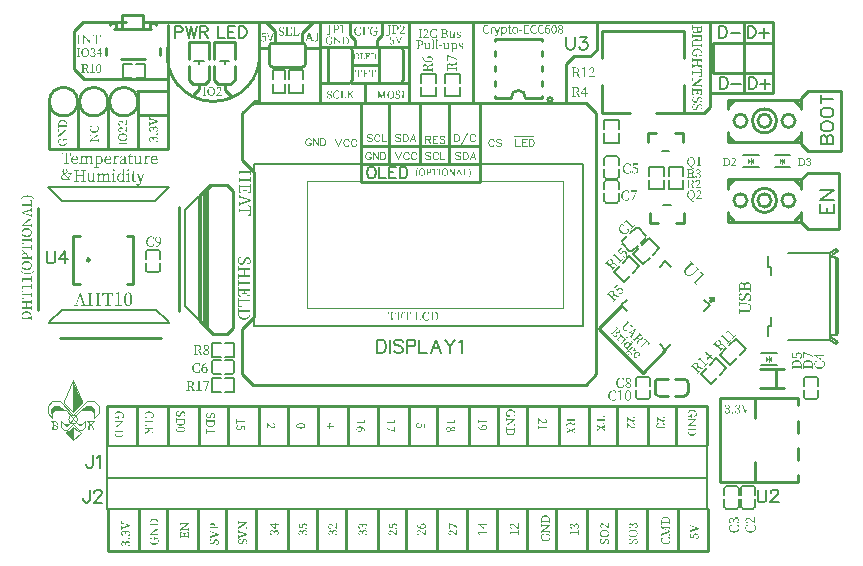
<source format=gto>
G04 Layer: TopSilkLayer*
G04 EasyEDA v6.4.17, 2021-08-18T09:55:10--4:00*
G04 6e8a5ac20ec34cd9bcedad4da788ba3a,10*
G04 Gerber Generator version 0.2*
G04 Scale: 100 percent, Rotated: No, Reflected: No *
G04 Dimensions in millimeters *
G04 leading zeros omitted , absolute positions ,4 integer and 5 decimal *
%FSLAX45Y45*%
%MOMM*%

%ADD10C,0.2540*%
%ADD56C,0.2000*%
%ADD57C,0.1000*%
%ADD58C,0.1524*%
%ADD59C,0.1500*%
%ADD60C,0.2030*%
%ADD61C,0.1300*%
%ADD62C,0.2032*%
%ADD63C,0.1270*%
%ADD64C,0.0650*%
%ADD65C,0.3000*%
%ADD66C,0.1800*%

%LPD*%
G36*
X4252417Y10126573D02*
G01*
X4247184Y10126218D01*
X4242257Y10125252D01*
X4237583Y10123678D01*
X4233316Y10121595D01*
X4229354Y10118902D01*
X4225848Y10115753D01*
X4222750Y10112146D01*
X4220159Y10108082D01*
X4218127Y10103612D01*
X4216552Y10098786D01*
X4215638Y10093655D01*
X4215333Y10088219D01*
X4215638Y10082631D01*
X4216501Y10077399D01*
X4217974Y10072573D01*
X4220006Y10068102D01*
X4222546Y10064038D01*
X4225544Y10060432D01*
X4229049Y10057333D01*
X4232960Y10054691D01*
X4237278Y10052608D01*
X4241952Y10051084D01*
X4247032Y10050170D01*
X4252417Y10049865D01*
X4258208Y10050119D01*
X4263796Y10051084D01*
X4269130Y10052761D01*
X4274261Y10055199D01*
X4274515Y10071201D01*
X4268368Y10071201D01*
X4265879Y10057231D01*
X4262628Y10056063D01*
X4259427Y10055250D01*
X4256227Y10054793D01*
X4253179Y10054691D01*
X4247489Y10055199D01*
X4242358Y10056825D01*
X4237786Y10059466D01*
X4233926Y10063124D01*
X4230776Y10067899D01*
X4228439Y10073640D01*
X4226966Y10080396D01*
X4226458Y10088219D01*
X4227017Y10095890D01*
X4228592Y10102646D01*
X4231081Y10108387D01*
X4234332Y10113162D01*
X4238345Y10116870D01*
X4242968Y10119563D01*
X4248099Y10121188D01*
X4253636Y10121747D01*
X4256379Y10121544D01*
X4259173Y10120985D01*
X4264863Y10118953D01*
X4267606Y10104983D01*
X4273499Y10104983D01*
X4273245Y10120985D01*
X4267860Y10123678D01*
X4262526Y10125354D01*
X4257344Y10126268D01*
G37*
G36*
X4182008Y10126319D02*
G01*
X4174185Y10125252D01*
X4167479Y10122154D01*
X4162501Y10116972D01*
X4159961Y10109809D01*
X4160875Y10108285D01*
X4162145Y10107168D01*
X4163618Y10106456D01*
X4165295Y10106253D01*
X4167174Y10106609D01*
X4168749Y10107777D01*
X4170070Y10109962D01*
X4173372Y10121239D01*
X4176623Y10121798D01*
X4179265Y10122001D01*
X4184904Y10120833D01*
X4189120Y10117632D01*
X4191762Y10112654D01*
X4192727Y10106253D01*
X4191762Y10099751D01*
X4188815Y10092944D01*
X4183938Y10085527D01*
X4173220Y10072674D01*
X4160418Y10058247D01*
X4160418Y10051389D01*
X4205427Y10051389D01*
X4205427Y10060025D01*
X4167327Y10060025D01*
X4174744Y10067391D01*
X4190695Y10084308D01*
X4194505Y10088829D01*
X4197502Y10092842D01*
X4199737Y10096500D01*
X4201210Y10099903D01*
X4202074Y10103307D01*
X4202379Y10106761D01*
X4201160Y10114635D01*
X4197451Y10120782D01*
X4191101Y10124846D01*
G37*
G36*
X4309567Y10124795D02*
G01*
X4309567Y10120985D01*
X4314647Y10120477D01*
X4338015Y10120477D01*
X4345482Y10119664D01*
X4350766Y10117175D01*
X4353966Y10112857D01*
X4355033Y10106507D01*
X4353864Y10099852D01*
X4350308Y10095179D01*
X4344314Y10092436D01*
X4335729Y10091521D01*
X4330090Y10091521D01*
X4330090Y10120477D01*
X4314647Y10120477D01*
X4319727Y10119969D01*
X4319981Y10087203D01*
X4336186Y10087203D01*
X4346041Y10086187D01*
X4352848Y10083190D01*
X4356811Y10078262D01*
X4358081Y10071455D01*
X4356760Y10064750D01*
X4352899Y10059873D01*
X4346498Y10056926D01*
X4337456Y10055961D01*
X4330090Y10055961D01*
X4330090Y10087203D01*
X4319981Y10087203D01*
X4319727Y10056469D01*
X4309567Y10055199D01*
X4309567Y10051389D01*
X4339488Y10051389D01*
X4346752Y10051846D01*
X4352848Y10053116D01*
X4357827Y10055098D01*
X4361789Y10057688D01*
X4364786Y10060736D01*
X4366869Y10064140D01*
X4368088Y10067747D01*
X4368495Y10071455D01*
X4367276Y10077754D01*
X4363567Y10083139D01*
X4357014Y10087254D01*
X4347413Y10089743D01*
X4355388Y10092436D01*
X4360824Y10096449D01*
X4363923Y10101427D01*
X4364888Y10107015D01*
X4363364Y10114178D01*
X4358792Y10119766D01*
X4351324Y10123474D01*
X4341063Y10124795D01*
G37*
G36*
X4119270Y10124795D02*
G01*
X4119270Y10120985D01*
X4129481Y10119969D01*
X4129735Y10085425D01*
X4129481Y10056469D01*
X4119270Y10055199D01*
X4119270Y10051389D01*
X4150004Y10051389D01*
X4150004Y10055199D01*
X4139895Y10056469D01*
X4139590Y10085425D01*
X4139895Y10119969D01*
X4150004Y10120985D01*
X4150004Y10124795D01*
G37*
G36*
X4460697Y10104729D02*
G01*
X4452569Y10103459D01*
X4446574Y10100157D01*
X4442866Y10095280D01*
X4441647Y10089489D01*
X4442561Y10084511D01*
X4445304Y10080498D01*
X4449572Y10077297D01*
X4455058Y10074757D01*
X4460138Y10072979D01*
X4464761Y10070998D01*
X4467910Y10068864D01*
X4469739Y10066274D01*
X4470349Y10063073D01*
X4469536Y10059416D01*
X4467199Y10056622D01*
X4463237Y10054793D01*
X4457649Y10054183D01*
X4455210Y10054285D01*
X4450740Y10055250D01*
X4448708Y10055961D01*
X4446168Y10066121D01*
X4441088Y10066121D01*
X4441342Y10054183D01*
X4445304Y10052354D01*
X4449216Y10051084D01*
X4453382Y10050322D01*
X4457852Y10050119D01*
X4466945Y10051338D01*
X4473549Y10054691D01*
X4477613Y10059619D01*
X4478985Y10065613D01*
X4478172Y10070388D01*
X4475581Y10074605D01*
X4470908Y10078212D01*
X4463999Y10081361D01*
X4455464Y10084765D01*
X4452315Y10086848D01*
X4450537Y10089337D01*
X4450029Y10092537D01*
X4450689Y10095839D01*
X4452772Y10098379D01*
X4456125Y10100056D01*
X4460697Y10100665D01*
X4462729Y10100513D01*
X4464710Y10100106D01*
X4468520Y10098633D01*
X4470806Y10089235D01*
X4475683Y10089235D01*
X4475886Y10100411D01*
X4472432Y10102240D01*
X4468774Y10103612D01*
X4464862Y10104424D01*
G37*
G36*
X4390288Y10104221D02*
G01*
X4374286Y10102443D01*
X4374286Y10099395D01*
X4382211Y10097871D01*
X4381906Y10069931D01*
X4382820Y10060584D01*
X4385614Y10054488D01*
X4390136Y10051135D01*
X4396181Y10050119D01*
X4401312Y10050729D01*
X4406392Y10052659D01*
X4411268Y10055860D01*
X4415688Y10060533D01*
X4416704Y10050627D01*
X4431690Y10051389D01*
X4431690Y10054691D01*
X4424324Y10055961D01*
X4424324Y10087457D01*
X4424629Y10102951D01*
X4423613Y10104221D01*
X4407865Y10102443D01*
X4407865Y10099141D01*
X4415688Y10097617D01*
X4415231Y10064343D01*
X4411624Y10061194D01*
X4407865Y10058958D01*
X4403953Y10057638D01*
X4399940Y10057231D01*
X4396079Y10057892D01*
X4393184Y10060076D01*
X4391406Y10064191D01*
X4390847Y10070439D01*
X4390847Y10087457D01*
X4391304Y10102951D01*
G37*
G36*
X1660906Y7894777D02*
G01*
X1656486Y7894421D01*
X1652168Y7893456D01*
X1648002Y7891729D01*
X1644040Y7889290D01*
X1640332Y7886039D01*
X1636979Y7881975D01*
X1633982Y7877098D01*
X1631391Y7871256D01*
X1629257Y7864551D01*
X1627682Y7856829D01*
X1626717Y7848142D01*
X1626362Y7838389D01*
X1640839Y7838389D01*
X1641043Y7847685D01*
X1641602Y7855813D01*
X1642516Y7862874D01*
X1643735Y7868869D01*
X1645208Y7873949D01*
X1646986Y7878114D01*
X1648917Y7881467D01*
X1651101Y7884058D01*
X1653387Y7885938D01*
X1655825Y7887208D01*
X1658315Y7887919D01*
X1660906Y7888173D01*
X1663446Y7887919D01*
X1665884Y7887208D01*
X1668272Y7885938D01*
X1670507Y7884058D01*
X1672589Y7881467D01*
X1674520Y7878114D01*
X1676196Y7873949D01*
X1677670Y7868869D01*
X1678838Y7862874D01*
X1679702Y7855813D01*
X1680260Y7847685D01*
X1680464Y7838389D01*
X1680260Y7828838D01*
X1679702Y7820456D01*
X1678838Y7813192D01*
X1677670Y7806944D01*
X1676196Y7801711D01*
X1674520Y7797342D01*
X1672589Y7793837D01*
X1670507Y7791145D01*
X1668272Y7789164D01*
X1665884Y7787792D01*
X1663446Y7787030D01*
X1660906Y7786827D01*
X1658315Y7787030D01*
X1655825Y7787792D01*
X1653387Y7789113D01*
X1651101Y7791094D01*
X1648917Y7793786D01*
X1646986Y7797241D01*
X1645208Y7801559D01*
X1643735Y7806842D01*
X1642516Y7813040D01*
X1641602Y7820355D01*
X1641043Y7828788D01*
X1640839Y7838389D01*
X1626362Y7838389D01*
X1626717Y7828330D01*
X1627682Y7819339D01*
X1629257Y7811414D01*
X1631391Y7804505D01*
X1633982Y7798562D01*
X1636979Y7793532D01*
X1640332Y7789367D01*
X1644040Y7786065D01*
X1648002Y7783525D01*
X1652168Y7781798D01*
X1656486Y7780781D01*
X1660906Y7780477D01*
X1665224Y7780781D01*
X1669440Y7781798D01*
X1673555Y7783525D01*
X1677466Y7786065D01*
X1681175Y7789367D01*
X1684528Y7793532D01*
X1687525Y7798562D01*
X1690166Y7804505D01*
X1692249Y7811414D01*
X1693875Y7819339D01*
X1694840Y7828330D01*
X1695196Y7838389D01*
X1694840Y7848142D01*
X1693875Y7856829D01*
X1692249Y7864551D01*
X1690166Y7871256D01*
X1687525Y7877098D01*
X1684528Y7881975D01*
X1681175Y7886039D01*
X1677466Y7889290D01*
X1673555Y7891729D01*
X1669440Y7893456D01*
X1665224Y7894421D01*
G37*
G36*
X1584960Y7894269D02*
G01*
X1551178Y7885379D01*
X1551178Y7879791D01*
X1573022Y7881823D01*
X1572920Y7797647D01*
X1572768Y7791145D01*
X1549400Y7787843D01*
X1549400Y7782763D01*
X1610106Y7782763D01*
X1610106Y7787843D01*
X1586992Y7791145D01*
X1586738Y7810753D01*
X1586738Y7868869D01*
X1587246Y7892491D01*
G37*
G36*
X1250442Y7893253D02*
G01*
X1227501Y7825435D01*
X1234186Y7825435D01*
X1251204Y7876489D01*
X1268222Y7825435D01*
X1227501Y7825435D01*
X1215644Y7790383D01*
X1202182Y7788351D01*
X1202182Y7782763D01*
X1238758Y7782763D01*
X1238758Y7788351D01*
X1222756Y7790383D01*
X1232154Y7819085D01*
X1270254Y7819085D01*
X1279906Y7790383D01*
X1263650Y7788351D01*
X1263650Y7782763D01*
X1308354Y7782763D01*
X1308354Y7788351D01*
X1295400Y7789875D01*
X1260094Y7893253D01*
G37*
G36*
X1442720Y7892491D02*
G01*
X1441196Y7863281D01*
X1449578Y7863281D01*
X1454150Y7885379D01*
X1479804Y7885379D01*
X1480058Y7858150D01*
X1479804Y7790129D01*
X1462786Y7788351D01*
X1462786Y7782763D01*
X1512316Y7782763D01*
X1512316Y7788351D01*
X1495552Y7790129D01*
X1495094Y7811820D01*
X1495094Y7858150D01*
X1495552Y7885379D01*
X1521206Y7885379D01*
X1525778Y7863281D01*
X1533906Y7863281D01*
X1532890Y7892491D01*
G37*
G36*
X1315974Y7892491D02*
G01*
X1315974Y7886903D01*
X1331214Y7885125D01*
X1331417Y7863586D01*
X1331417Y7806181D01*
X1331214Y7789875D01*
X1315974Y7788351D01*
X1315974Y7782763D01*
X1361948Y7782763D01*
X1361948Y7788351D01*
X1346708Y7789875D01*
X1346454Y7835849D01*
X1400048Y7835849D01*
X1399794Y7789875D01*
X1384554Y7788351D01*
X1384554Y7782763D01*
X1430528Y7782763D01*
X1430528Y7788351D01*
X1415288Y7789875D01*
X1415034Y7817256D01*
X1415288Y7885125D01*
X1430528Y7886903D01*
X1430528Y7892491D01*
X1384554Y7892491D01*
X1384554Y7886903D01*
X1399794Y7885125D01*
X1400048Y7842199D01*
X1346454Y7842199D01*
X1346708Y7885125D01*
X1361948Y7886903D01*
X1361948Y7892491D01*
G37*
G36*
X1098346Y9078925D02*
G01*
X1097127Y9053525D01*
X1104493Y9053525D01*
X1108252Y9072829D01*
X1130604Y9072829D01*
X1130858Y9008821D01*
X1130604Y8990279D01*
X1115872Y8988501D01*
X1115872Y8983675D01*
X1158849Y8983675D01*
X1158849Y8988501D01*
X1144117Y8990279D01*
X1143812Y9027871D01*
X1144117Y9072829D01*
X1166418Y9072829D01*
X1170533Y9053525D01*
X1177391Y9053525D01*
X1176578Y9078925D01*
G37*
G36*
X1673199Y9070797D02*
G01*
X1669338Y9051493D01*
X1656638Y9049969D01*
X1656638Y9044889D01*
X1668830Y9044889D01*
X1668627Y8998407D01*
X1669694Y8990990D01*
X1672894Y8985859D01*
X1678025Y8982862D01*
X1684883Y8981897D01*
X1689912Y8982405D01*
X1694332Y8983827D01*
X1698193Y8986062D01*
X1701393Y8989009D01*
X1698294Y8992311D01*
X1693418Y8989314D01*
X1691081Y8988552D01*
X1688693Y8988247D01*
X1685239Y8988907D01*
X1682699Y8990838D01*
X1681073Y8994140D01*
X1680565Y8998915D01*
X1680565Y9044889D01*
X1699818Y9044889D01*
X1699818Y9051239D01*
X1680565Y9051239D01*
X1681327Y9070797D01*
G37*
G36*
X1882952Y9053017D02*
G01*
X1876552Y9052407D01*
X1870506Y9050477D01*
X1864969Y9047429D01*
X1860143Y9043263D01*
X1856130Y9038082D01*
X1853082Y9031935D01*
X1851152Y9024874D01*
X1851041Y9023553D01*
X1862886Y9023553D01*
X1865375Y9034424D01*
X1869948Y9041892D01*
X1875891Y9046260D01*
X1882444Y9047683D01*
X1888794Y9046362D01*
X1893773Y9042755D01*
X1897024Y9037523D01*
X1898243Y9031173D01*
X1897888Y9027922D01*
X1896668Y9025432D01*
X1894230Y9023858D01*
X1890318Y9023299D01*
X1851041Y9023553D01*
X1850491Y9016949D01*
X1851050Y9009126D01*
X1852777Y9002166D01*
X1855571Y8996172D01*
X1859330Y8991142D01*
X1863953Y8987180D01*
X1869439Y8984284D01*
X1875637Y8982506D01*
X1882444Y8981897D01*
X1891334Y8983014D01*
X1898802Y8986215D01*
X1904847Y8991346D01*
X1909368Y8998153D01*
X1906625Y8999931D01*
X1902663Y8995765D01*
X1898192Y8992565D01*
X1892909Y8990533D01*
X1886559Y8989771D01*
X1881530Y8990228D01*
X1877009Y8991549D01*
X1872996Y8993784D01*
X1869592Y8996883D01*
X1866798Y9000845D01*
X1864766Y9005722D01*
X1863445Y9011513D01*
X1862886Y9018219D01*
X1908657Y9017965D01*
X1909419Y9021521D01*
X1909673Y9025839D01*
X1909114Y9031833D01*
X1907641Y9037167D01*
X1905304Y9041790D01*
X1902104Y9045702D01*
X1898243Y9048851D01*
X1893671Y9051137D01*
X1888591Y9052560D01*
G37*
G36*
X1810359Y9053017D02*
G01*
X1790293Y9045143D01*
X1790293Y9040825D01*
X1801723Y9039809D01*
X1801977Y9013647D01*
X1801723Y8989771D01*
X1791309Y8987993D01*
X1791309Y8983675D01*
X1826107Y8983675D01*
X1826107Y8987993D01*
X1814118Y8989771D01*
X1813915Y9002014D01*
X1813915Y9024823D01*
X1816201Y9030817D01*
X1818944Y9035846D01*
X1822297Y9040063D01*
X1826310Y9043619D01*
X1829968Y9040418D01*
X1832102Y9039098D01*
X1834337Y9038336D01*
X1836775Y9038031D01*
X1840484Y9038742D01*
X1843024Y9040672D01*
X1844446Y9043720D01*
X1844852Y9047683D01*
X1843125Y9050020D01*
X1840738Y9051696D01*
X1837791Y9052712D01*
X1834438Y9053017D01*
X1828546Y9051798D01*
X1822907Y9048140D01*
X1817827Y9042298D01*
X1813610Y9034475D01*
X1812391Y9051747D01*
G37*
G36*
X1618843Y9053017D02*
G01*
X1613509Y9052712D01*
X1608632Y9051848D01*
X1604264Y9050375D01*
X1600403Y9048343D01*
X1597101Y9045854D01*
X1594459Y9042857D01*
X1592427Y9039402D01*
X1591157Y9035491D01*
X1591818Y9033154D01*
X1593088Y9031478D01*
X1594967Y9030512D01*
X1597507Y9030157D01*
X1600047Y9030563D01*
X1602079Y9031732D01*
X1603603Y9033814D01*
X1607362Y9046413D01*
X1611630Y9047327D01*
X1615541Y9047683D01*
X1621739Y9046870D01*
X1626006Y9044025D01*
X1628444Y9038590D01*
X1629257Y9029903D01*
X1629257Y9025585D01*
X1620520Y9023350D01*
X1612696Y9020759D01*
X1601266Y9015882D01*
X1594104Y9010853D01*
X1590395Y9005366D01*
X1589678Y9001201D01*
X1601317Y9001201D01*
X1601825Y9005265D01*
X1604010Y9009278D01*
X1608480Y9013190D01*
X1616049Y9016949D01*
X1629257Y9021013D01*
X1629257Y8998407D01*
X1623974Y8994597D01*
X1619961Y8992057D01*
X1616506Y8990685D01*
X1613001Y8990279D01*
X1608378Y8990939D01*
X1604670Y8992870D01*
X1602181Y8996273D01*
X1601317Y9001201D01*
X1589678Y9001201D01*
X1589328Y8999169D01*
X1590802Y8991650D01*
X1594866Y8986266D01*
X1600809Y8983014D01*
X1608175Y8981897D01*
X1614017Y8982608D01*
X1619097Y8984742D01*
X1624025Y8988348D01*
X1629460Y8993327D01*
X1630883Y8988704D01*
X1633575Y8985199D01*
X1637334Y8982964D01*
X1642160Y8982151D01*
X1645666Y8982557D01*
X1648866Y8983827D01*
X1651762Y8986113D01*
X1654352Y8989517D01*
X1651812Y8992057D01*
X1650492Y8990634D01*
X1649120Y8989517D01*
X1647647Y8988806D01*
X1645970Y8988501D01*
X1643786Y8989009D01*
X1642211Y8990584D01*
X1641246Y8993428D01*
X1640941Y8997645D01*
X1640941Y9028633D01*
X1640586Y9034780D01*
X1639570Y9039961D01*
X1637893Y9044178D01*
X1635506Y9047480D01*
X1632407Y9050020D01*
X1628597Y9051696D01*
X1624076Y9052712D01*
G37*
G36*
X1548993Y9053017D02*
G01*
X1528927Y9045143D01*
X1528927Y9040825D01*
X1540357Y9039809D01*
X1540560Y9031274D01*
X1540357Y8989771D01*
X1529943Y8987993D01*
X1529943Y8983675D01*
X1564436Y8983675D01*
X1564436Y8987993D01*
X1552752Y8989771D01*
X1552549Y9002014D01*
X1552549Y9024823D01*
X1554683Y9030817D01*
X1557375Y9035846D01*
X1560728Y9040063D01*
X1564741Y9043619D01*
X1568551Y9040418D01*
X1570634Y9039098D01*
X1572869Y9038336D01*
X1575409Y9038031D01*
X1579016Y9038742D01*
X1581556Y9040672D01*
X1583029Y9043720D01*
X1583486Y9047683D01*
X1581759Y9050020D01*
X1579372Y9051696D01*
X1576425Y9052712D01*
X1573072Y9053017D01*
X1567180Y9051798D01*
X1561541Y9048140D01*
X1556461Y9042298D01*
X1552244Y9034475D01*
X1551025Y9051747D01*
G37*
G36*
X1490827Y9053017D02*
G01*
X1484376Y9052407D01*
X1478330Y9050477D01*
X1472793Y9047429D01*
X1467967Y9043263D01*
X1463954Y9038082D01*
X1460906Y9031935D01*
X1458976Y9024874D01*
X1458865Y9023553D01*
X1470710Y9023553D01*
X1473200Y9034424D01*
X1477772Y9041892D01*
X1483715Y9046260D01*
X1490268Y9047683D01*
X1496568Y9046362D01*
X1501444Y9042755D01*
X1504645Y9037523D01*
X1505762Y9031173D01*
X1505508Y9027922D01*
X1504340Y9025432D01*
X1502054Y9023858D01*
X1498193Y9023299D01*
X1458865Y9023553D01*
X1458315Y9016949D01*
X1458874Y9009126D01*
X1460601Y9002166D01*
X1463395Y8996172D01*
X1467154Y8991142D01*
X1471777Y8987180D01*
X1477264Y8984284D01*
X1483461Y8982506D01*
X1490268Y8981897D01*
X1499158Y8983014D01*
X1506626Y8986215D01*
X1512671Y8991346D01*
X1517243Y8998153D01*
X1514449Y8999931D01*
X1510487Y8995765D01*
X1506016Y8992565D01*
X1500733Y8990533D01*
X1494383Y8989771D01*
X1489354Y8990228D01*
X1484833Y8991549D01*
X1480820Y8993784D01*
X1477416Y8996883D01*
X1474622Y9000845D01*
X1472590Y9005722D01*
X1471269Y9011513D01*
X1470710Y9018219D01*
X1516430Y9017965D01*
X1517243Y9021521D01*
X1517446Y9025839D01*
X1516938Y9031833D01*
X1515465Y9037167D01*
X1513128Y9041790D01*
X1509928Y9045702D01*
X1506067Y9048851D01*
X1501495Y9051137D01*
X1496415Y9052560D01*
G37*
G36*
X1393799Y9053017D02*
G01*
X1373733Y9045143D01*
X1373733Y9040825D01*
X1385417Y9039809D01*
X1385620Y9031173D01*
X1385620Y8996121D01*
X1397304Y8996121D01*
X1397304Y9038031D01*
X1402638Y9042044D01*
X1407261Y9044432D01*
X1411274Y9045600D01*
X1414830Y9045905D01*
X1418691Y9045448D01*
X1422196Y9044076D01*
X1425346Y9041790D01*
X1427988Y9038590D01*
X1430172Y9034475D01*
X1431798Y9029496D01*
X1432814Y9023654D01*
X1433118Y9016949D01*
X1432763Y9010091D01*
X1431594Y9004249D01*
X1429766Y8999423D01*
X1427327Y8995562D01*
X1424381Y8992616D01*
X1421028Y8990584D01*
X1417320Y8989415D01*
X1413357Y8989009D01*
X1409344Y8989415D01*
X1405432Y8990685D01*
X1401419Y8992870D01*
X1397304Y8996121D01*
X1385620Y8996121D01*
X1385417Y8955735D01*
X1373733Y8953957D01*
X1373733Y8949639D01*
X1410309Y8949639D01*
X1410309Y8953957D01*
X1397304Y8955735D01*
X1397101Y8968028D01*
X1397101Y8991295D01*
X1401724Y8986723D01*
X1406550Y8983827D01*
X1411427Y8982354D01*
X1416354Y8981897D01*
X1422400Y8982557D01*
X1427886Y8984437D01*
X1432864Y8987485D01*
X1437182Y8991650D01*
X1440688Y8996832D01*
X1443329Y9003030D01*
X1445006Y9010091D01*
X1445615Y9017965D01*
X1445056Y9025737D01*
X1443482Y9032646D01*
X1440992Y9038640D01*
X1437741Y9043670D01*
X1433728Y9047683D01*
X1429105Y9050629D01*
X1423974Y9052407D01*
X1418386Y9053017D01*
X1412748Y9052458D01*
X1407210Y9050578D01*
X1401927Y9047327D01*
X1396796Y9042603D01*
X1395780Y9051747D01*
G37*
G36*
X1267510Y9053017D02*
G01*
X1247444Y9045143D01*
X1247444Y9040825D01*
X1258925Y9039809D01*
X1259128Y9031274D01*
X1258925Y8989771D01*
X1248460Y8987993D01*
X1248460Y8983675D01*
X1281277Y8983675D01*
X1281277Y8987993D01*
X1271320Y8989771D01*
X1271117Y9001912D01*
X1271117Y9034729D01*
X1276197Y9038945D01*
X1280922Y9041790D01*
X1285595Y9043365D01*
X1290370Y9043873D01*
X1295654Y9043060D01*
X1299311Y9040215D01*
X1301394Y9034881D01*
X1302054Y9026601D01*
X1301851Y8989771D01*
X1290878Y8987993D01*
X1290878Y8983675D01*
X1323644Y8983675D01*
X1323644Y8987993D01*
X1314043Y8989771D01*
X1313738Y9029141D01*
X1313230Y9034475D01*
X1318666Y9038844D01*
X1323594Y9041739D01*
X1328267Y9043365D01*
X1332788Y9043873D01*
X1338122Y9043111D01*
X1341831Y9040418D01*
X1344015Y9035186D01*
X1344777Y9026855D01*
X1344472Y8989771D01*
X1333804Y8987993D01*
X1333804Y8983675D01*
X1366570Y8983675D01*
X1366570Y8987993D01*
X1356410Y8989771D01*
X1356207Y9028379D01*
X1355852Y9034475D01*
X1354988Y9039656D01*
X1353515Y9043873D01*
X1351432Y9047276D01*
X1348892Y9049867D01*
X1345793Y9051645D01*
X1342186Y9052712D01*
X1338122Y9053017D01*
X1331315Y9052204D01*
X1324610Y9049766D01*
X1318209Y9045651D01*
X1312265Y9039809D01*
X1309928Y9045752D01*
X1306322Y9049867D01*
X1301546Y9052255D01*
X1295501Y9053017D01*
X1288948Y9052102D01*
X1282446Y9049512D01*
X1276248Y9045397D01*
X1270609Y9040063D01*
X1269593Y9051747D01*
G37*
G36*
X1209344Y9053017D02*
G01*
X1202944Y9052407D01*
X1196898Y9050477D01*
X1191361Y9047429D01*
X1186535Y9043263D01*
X1182522Y9038082D01*
X1179474Y9031935D01*
X1177544Y9024874D01*
X1177433Y9023553D01*
X1189278Y9023553D01*
X1191768Y9034424D01*
X1196289Y9041892D01*
X1202182Y9046260D01*
X1208633Y9047683D01*
X1215034Y9046362D01*
X1220012Y9042755D01*
X1223213Y9037523D01*
X1224330Y9031173D01*
X1224076Y9027922D01*
X1222908Y9025432D01*
X1220622Y9023858D01*
X1216710Y9023299D01*
X1177433Y9023553D01*
X1176883Y9016949D01*
X1177442Y9009126D01*
X1179169Y9002166D01*
X1181963Y8996172D01*
X1185722Y8991142D01*
X1190345Y8987180D01*
X1195832Y8984284D01*
X1202029Y8982506D01*
X1208836Y8981897D01*
X1217676Y8983014D01*
X1225092Y8986215D01*
X1231138Y8991346D01*
X1235760Y8998153D01*
X1233017Y8999931D01*
X1229055Y8995765D01*
X1224584Y8992565D01*
X1219301Y8990533D01*
X1212951Y8989771D01*
X1207922Y8990228D01*
X1203401Y8991549D01*
X1199388Y8993784D01*
X1195984Y8996883D01*
X1193190Y9000845D01*
X1191158Y9005722D01*
X1189837Y9011513D01*
X1189278Y9018219D01*
X1235049Y9017965D01*
X1235710Y9021521D01*
X1236065Y9025839D01*
X1235506Y9031833D01*
X1234033Y9037167D01*
X1231595Y9041790D01*
X1228445Y9045702D01*
X1224483Y9048851D01*
X1219962Y9051137D01*
X1214882Y9052560D01*
G37*
G36*
X1726488Y9052255D02*
G01*
X1705660Y9050223D01*
X1705660Y9045905D01*
X1715820Y9043873D01*
X1715617Y9007551D01*
X1715820Y9000998D01*
X1716735Y8995511D01*
X1718259Y8991092D01*
X1720392Y8987586D01*
X1723085Y8984996D01*
X1726285Y8983218D01*
X1729993Y8982252D01*
X1734159Y8981897D01*
X1740814Y8982760D01*
X1747418Y8985300D01*
X1753717Y8989517D01*
X1759559Y8995359D01*
X1760778Y8982405D01*
X1780336Y8983675D01*
X1780336Y8987993D01*
X1770735Y8989517D01*
X1770735Y9030665D01*
X1771243Y9050731D01*
X1769668Y9052255D01*
X1749399Y9049969D01*
X1749399Y9045651D01*
X1759559Y9043619D01*
X1759051Y9000439D01*
X1754225Y8996324D01*
X1749298Y8993378D01*
X1744319Y8991650D01*
X1739188Y8991041D01*
X1734007Y8991955D01*
X1730298Y8994902D01*
X1728012Y9000286D01*
X1727301Y9008313D01*
X1727301Y9030665D01*
X1728012Y9050731D01*
G37*
G36*
X1126439Y8942324D02*
G01*
X1121664Y8941968D01*
X1117244Y8940901D01*
X1113332Y8939225D01*
X1109929Y8936888D01*
X1107135Y8933992D01*
X1105052Y8930538D01*
X1103782Y8926525D01*
X1103530Y8924036D01*
X1113231Y8924036D01*
X1114247Y8929420D01*
X1117041Y8933688D01*
X1121156Y8936482D01*
X1126185Y8937498D01*
X1131265Y8936532D01*
X1135278Y8933840D01*
X1137920Y8929573D01*
X1138885Y8923782D01*
X1137767Y8917686D01*
X1134567Y8912301D01*
X1129792Y8907424D01*
X1123645Y8902954D01*
X1119581Y8908034D01*
X1116330Y8912606D01*
X1114399Y8916568D01*
X1113485Y8920276D01*
X1113231Y8924036D01*
X1103530Y8924036D01*
X1103325Y8922004D01*
X1103833Y8916619D01*
X1105458Y8911082D01*
X1108456Y8905443D01*
X1113993Y8898382D01*
X1108811Y8895588D01*
X1104341Y8892540D01*
X1100582Y8889238D01*
X1097534Y8885732D01*
X1095146Y8881922D01*
X1093470Y8877858D01*
X1092417Y8872982D01*
X1103833Y8872982D01*
X1104442Y8878620D01*
X1106627Y8884361D01*
X1110691Y8889847D01*
X1117041Y8894826D01*
X1132281Y8876792D01*
X1147521Y8859774D01*
X1142898Y8856218D01*
X1137666Y8853678D01*
X1131925Y8852154D01*
X1125931Y8851646D01*
X1120952Y8852103D01*
X1116584Y8853424D01*
X1112774Y8855506D01*
X1109624Y8858199D01*
X1107135Y8861399D01*
X1105306Y8865006D01*
X1104188Y8868918D01*
X1103833Y8872982D01*
X1092417Y8872982D01*
X1092149Y8868918D01*
X1092708Y8863736D01*
X1094282Y8858910D01*
X1096873Y8854541D01*
X1100378Y8850731D01*
X1104696Y8847632D01*
X1109827Y8845245D01*
X1115669Y8843772D01*
X1122121Y8843264D01*
X1131316Y8844178D01*
X1139139Y8846820D01*
X1145590Y8850833D01*
X1150823Y8855964D01*
X1156665Y8849614D01*
X1160068Y8846566D01*
X1163726Y8844584D01*
X1167892Y8843568D01*
X1172921Y8843264D01*
X1175461Y8843314D01*
X1180592Y8844076D01*
X1183589Y8844788D01*
X1183843Y8849360D01*
X1171905Y8850630D01*
X1158443Y8865108D01*
X1163218Y8872778D01*
X1167231Y8880856D01*
X1170533Y8889542D01*
X1173175Y8899144D01*
X1184097Y8900922D01*
X1184097Y8906002D01*
X1155395Y8906002D01*
X1155395Y8900922D01*
X1166825Y8899144D01*
X1164793Y8890660D01*
X1162202Y8882837D01*
X1158900Y8875522D01*
X1154887Y8868664D01*
X1126693Y8899398D01*
X1136091Y8905087D01*
X1142644Y8910929D01*
X1146505Y8917178D01*
X1147775Y8924036D01*
X1146403Y8931351D01*
X1142339Y8937142D01*
X1135634Y8940952D01*
G37*
G36*
X1625346Y8938818D02*
G01*
X1603502Y8932976D01*
X1603502Y8928658D01*
X1615440Y8927642D01*
X1615440Y8893860D01*
X1610868Y8898178D01*
X1606245Y8901023D01*
X1601520Y8902547D01*
X1596644Y8903004D01*
X1590344Y8902344D01*
X1584502Y8900464D01*
X1579321Y8897366D01*
X1574850Y8893149D01*
X1571193Y8887866D01*
X1568500Y8881668D01*
X1566773Y8874607D01*
X1566203Y8867190D01*
X1578610Y8867190D01*
X1579067Y8874252D01*
X1580286Y8880246D01*
X1582166Y8885224D01*
X1584706Y8889187D01*
X1587703Y8892184D01*
X1591157Y8894267D01*
X1594916Y8895486D01*
X1598930Y8895892D01*
X1602638Y8895537D01*
X1606499Y8894267D01*
X1610664Y8891930D01*
X1615186Y8888272D01*
X1615186Y8847124D01*
X1611172Y8843264D01*
X1607261Y8840774D01*
X1603298Y8839403D01*
X1598930Y8838996D01*
X1594713Y8839403D01*
X1590852Y8840622D01*
X1587398Y8842705D01*
X1584401Y8845651D01*
X1581962Y8849563D01*
X1580184Y8854440D01*
X1579016Y8860282D01*
X1578610Y8867190D01*
X1566203Y8867190D01*
X1566722Y8859215D01*
X1568297Y8852408D01*
X1570888Y8846464D01*
X1574292Y8841333D01*
X1578559Y8837218D01*
X1583537Y8834170D01*
X1589176Y8832291D01*
X1595374Y8831630D01*
X1601571Y8832342D01*
X1606854Y8834323D01*
X1611426Y8837523D01*
X1615440Y8841790D01*
X1616202Y8832138D01*
X1638300Y8833662D01*
X1638300Y8837980D01*
X1626870Y8839250D01*
X1626870Y8917482D01*
X1627124Y8937802D01*
G37*
G36*
X1662684Y8936786D02*
G01*
X1659026Y8936177D01*
X1656130Y8934399D01*
X1654251Y8931656D01*
X1653539Y8928150D01*
X1654251Y8924645D01*
X1656130Y8921800D01*
X1659026Y8919921D01*
X1662684Y8919260D01*
X1666189Y8919921D01*
X1669084Y8921800D01*
X1671116Y8924645D01*
X1671828Y8928150D01*
X1671116Y8931656D01*
X1669084Y8934399D01*
X1666189Y8936177D01*
G37*
G36*
X1538986Y8936786D02*
G01*
X1535277Y8936177D01*
X1532280Y8934399D01*
X1530299Y8931656D01*
X1529588Y8928150D01*
X1530299Y8924645D01*
X1532280Y8921800D01*
X1535277Y8919921D01*
X1538986Y8919260D01*
X1542491Y8919921D01*
X1545386Y8921800D01*
X1547418Y8924645D01*
X1548130Y8928150D01*
X1547418Y8931656D01*
X1545386Y8934399D01*
X1542491Y8936177D01*
G37*
G36*
X1202690Y8928912D02*
G01*
X1202690Y8923832D01*
X1215898Y8922562D01*
X1216152Y8903716D01*
X1215898Y8840012D01*
X1202690Y8838488D01*
X1202690Y8833662D01*
X1242568Y8833662D01*
X1242568Y8838488D01*
X1229614Y8840012D01*
X1229360Y8879636D01*
X1275588Y8879636D01*
X1275334Y8840012D01*
X1262380Y8838488D01*
X1262380Y8833662D01*
X1302258Y8833662D01*
X1302258Y8838488D01*
X1289050Y8840012D01*
X1288643Y8858808D01*
X1288643Y8903716D01*
X1289050Y8922562D01*
X1302258Y8923832D01*
X1302258Y8928912D01*
X1262380Y8928912D01*
X1262380Y8923832D01*
X1275334Y8922562D01*
X1275588Y8903919D01*
X1275588Y8885224D01*
X1229360Y8885224D01*
X1229614Y8922562D01*
X1242568Y8923832D01*
X1242568Y8928912D01*
G37*
G36*
X1701546Y8920784D02*
G01*
X1697736Y8901480D01*
X1685036Y8899956D01*
X1685036Y8894876D01*
X1697228Y8894876D01*
X1696974Y8848394D01*
X1698091Y8840978D01*
X1701292Y8835745D01*
X1706422Y8832646D01*
X1713230Y8831630D01*
X1718310Y8832138D01*
X1722729Y8833612D01*
X1726590Y8835898D01*
X1729739Y8838996D01*
X1726692Y8842298D01*
X1724050Y8840470D01*
X1721713Y8839200D01*
X1719427Y8838488D01*
X1717039Y8838234D01*
X1713636Y8838844D01*
X1711096Y8840724D01*
X1709470Y8844026D01*
X1708912Y8848902D01*
X1708912Y8894876D01*
X1727962Y8894876D01*
X1727962Y8900972D01*
X1708912Y8900972D01*
X1709674Y8920784D01*
G37*
G36*
X1441704Y8903004D02*
G01*
X1435201Y8902090D01*
X1428699Y8899499D01*
X1422501Y8895384D01*
X1416812Y8890050D01*
X1415796Y8901480D01*
X1413764Y8902750D01*
X1393698Y8895130D01*
X1393698Y8890812D01*
X1405128Y8889542D01*
X1405382Y8881110D01*
X1405128Y8839504D01*
X1394714Y8837980D01*
X1394714Y8833662D01*
X1427480Y8833662D01*
X1427480Y8837980D01*
X1417574Y8839504D01*
X1417370Y8851747D01*
X1417320Y8884462D01*
X1422450Y8888730D01*
X1427175Y8891625D01*
X1431848Y8893302D01*
X1436624Y8893860D01*
X1441907Y8892997D01*
X1445514Y8890101D01*
X1447647Y8884767D01*
X1448308Y8876588D01*
X1448054Y8839504D01*
X1437132Y8837980D01*
X1437132Y8833662D01*
X1469898Y8833662D01*
X1469898Y8837980D01*
X1460246Y8839504D01*
X1459992Y8877096D01*
X1459484Y8884462D01*
X1464919Y8888831D01*
X1469847Y8891727D01*
X1474520Y8893352D01*
X1479042Y8893860D01*
X1484376Y8893048D01*
X1488084Y8890304D01*
X1490268Y8885072D01*
X1490980Y8876842D01*
X1490726Y8839504D01*
X1480058Y8837980D01*
X1480058Y8833662D01*
X1512824Y8833662D01*
X1512824Y8837980D01*
X1502664Y8839504D01*
X1502410Y8878366D01*
X1502105Y8884462D01*
X1501241Y8889593D01*
X1499717Y8893860D01*
X1497685Y8897264D01*
X1495145Y8899855D01*
X1492046Y8901633D01*
X1488440Y8902649D01*
X1484376Y8903004D01*
X1477568Y8902192D01*
X1470863Y8899702D01*
X1464462Y8895486D01*
X1458468Y8889542D01*
X1456131Y8895638D01*
X1452575Y8899804D01*
X1447749Y8902242D01*
G37*
G36*
X1667002Y8902750D02*
G01*
X1645157Y8895130D01*
X1645157Y8890812D01*
X1656588Y8889796D01*
X1657096Y8871000D01*
X1656842Y8839504D01*
X1645920Y8837980D01*
X1645920Y8833662D01*
X1678686Y8833662D01*
X1678686Y8837980D01*
X1669034Y8839504D01*
X1668830Y8851747D01*
X1668780Y8882684D01*
X1669034Y8901480D01*
G37*
G36*
X1543304Y8902750D02*
G01*
X1521460Y8895130D01*
X1521460Y8890812D01*
X1532890Y8889796D01*
X1533398Y8871000D01*
X1533144Y8839504D01*
X1522222Y8837980D01*
X1522222Y8833662D01*
X1554988Y8833662D01*
X1554988Y8837980D01*
X1545082Y8839504D01*
X1544828Y8882684D01*
X1545082Y8901480D01*
G37*
G36*
X1329944Y8901988D02*
G01*
X1308862Y8899956D01*
X1308862Y8895892D01*
X1319276Y8893860D01*
X1318768Y8857538D01*
X1319123Y8850934D01*
X1320088Y8845448D01*
X1321663Y8840978D01*
X1323746Y8837422D01*
X1326438Y8834831D01*
X1329588Y8833002D01*
X1333246Y8831986D01*
X1337310Y8831630D01*
X1344168Y8832494D01*
X1350772Y8835085D01*
X1357020Y8839352D01*
X1362710Y8845346D01*
X1363980Y8832392D01*
X1383792Y8833662D01*
X1383792Y8837726D01*
X1374140Y8839504D01*
X1374140Y8880398D01*
X1374394Y8900718D01*
X1373124Y8901988D01*
X1352550Y8899956D01*
X1352550Y8895638D01*
X1362710Y8893606D01*
X1362456Y8850426D01*
X1357680Y8846261D01*
X1352702Y8843365D01*
X1347673Y8841587D01*
X1342390Y8841028D01*
X1337360Y8841892D01*
X1333703Y8844788D01*
X1331468Y8850020D01*
X1330706Y8858046D01*
X1330706Y8880398D01*
X1331214Y8900718D01*
G37*
G36*
X1730502Y8900972D02*
G01*
X1730502Y8896654D01*
X1738375Y8895638D01*
X1765046Y8829344D01*
X1761642Y8821572D01*
X1758594Y8815832D01*
X1754936Y8810853D01*
X1750568Y8806738D01*
X1746910Y8810040D01*
X1744472Y8811615D01*
X1741982Y8812530D01*
X1739138Y8812834D01*
X1736140Y8812479D01*
X1733448Y8811463D01*
X1731314Y8809634D01*
X1729993Y8806992D01*
X1731060Y8803335D01*
X1733905Y8800541D01*
X1737918Y8798763D01*
X1742693Y8798102D01*
X1746554Y8798560D01*
X1750314Y8799982D01*
X1753971Y8802420D01*
X1757527Y8805976D01*
X1761083Y8810650D01*
X1764538Y8816543D01*
X1767992Y8823655D01*
X1771396Y8832138D01*
X1795272Y8895384D01*
X1803146Y8896654D01*
X1803146Y8900972D01*
X1775714Y8900972D01*
X1775714Y8896654D01*
X1788414Y8895130D01*
X1770634Y8844584D01*
X1751838Y8895384D01*
X1764284Y8896654D01*
X1764284Y8900972D01*
G37*
G36*
X6906259Y7984744D02*
G01*
X6901637Y7984337D01*
X6897268Y7983067D01*
X6893306Y7980934D01*
X6889699Y7977835D01*
X6886600Y7973771D01*
X6884009Y7968691D01*
X6881977Y7962544D01*
X6880606Y7955280D01*
X6878980Y7961274D01*
X6876846Y7966354D01*
X6874205Y7970570D01*
X6871208Y7973923D01*
X6867855Y7976514D01*
X6864248Y7978292D01*
X6860438Y7979308D01*
X6856475Y7979664D01*
X6851243Y7979105D01*
X6846468Y7977479D01*
X6842252Y7974838D01*
X6838594Y7971078D01*
X6835648Y7966354D01*
X6833412Y7960614D01*
X6832041Y7953857D01*
X6831584Y7946136D01*
X6831584Y7931150D01*
X6837680Y7931150D01*
X6837680Y7942072D01*
X6837934Y7947710D01*
X6838746Y7952536D01*
X6840169Y7956651D01*
X6842201Y7960004D01*
X6844842Y7962595D01*
X6848195Y7964474D01*
X6852208Y7965592D01*
X6856984Y7965948D01*
X6862013Y7965541D01*
X6866331Y7964373D01*
X6869938Y7962341D01*
X6872833Y7959445D01*
X6875018Y7955686D01*
X6876592Y7951063D01*
X6877507Y7945526D01*
X6877812Y7939024D01*
X6877812Y7930896D01*
X6884162Y7930896D01*
X6884162Y7939786D01*
X6884517Y7947202D01*
X6885533Y7953552D01*
X6887260Y7958785D01*
X6889699Y7963052D01*
X6892798Y7966252D01*
X6896608Y7968488D01*
X6901078Y7969808D01*
X6906259Y7970266D01*
X6911187Y7969808D01*
X6915556Y7968437D01*
X6919315Y7966151D01*
X6922414Y7962950D01*
X6924852Y7958836D01*
X6926630Y7953857D01*
X6927748Y7948015D01*
X6928103Y7941309D01*
X6928103Y7931150D01*
X6901434Y7930896D01*
X6831584Y7931150D01*
X6831584Y7902448D01*
X6836918Y7902448D01*
X6838442Y7916672D01*
X6858609Y7916875D01*
X6912102Y7916875D01*
X6927342Y7916672D01*
X6928866Y7902448D01*
X6934200Y7902448D01*
X6934200Y7944358D01*
X6933590Y7954467D01*
X6931812Y7963001D01*
X6929018Y7969961D01*
X6925462Y7975498D01*
X6921246Y7979664D01*
X6916521Y7982559D01*
X6911492Y7984185D01*
G37*
G36*
X6907275Y7890256D02*
G01*
X6902145Y7889900D01*
X6897471Y7888782D01*
X6893255Y7886852D01*
X6889394Y7884007D01*
X6885838Y7880197D01*
X6882536Y7875371D01*
X6879336Y7869428D01*
X6873748Y7856220D01*
X6870192Y7848752D01*
X6865823Y7843266D01*
X6860489Y7839862D01*
X6853936Y7838694D01*
X6846062Y7840319D01*
X6840423Y7844840D01*
X6837019Y7851648D01*
X6835902Y7860284D01*
X6836054Y7863687D01*
X6836562Y7866786D01*
X6837527Y7869732D01*
X6838950Y7872730D01*
X6857238Y7876540D01*
X6857238Y7884668D01*
X6837425Y7885684D01*
X6834022Y7880299D01*
X6831431Y7874304D01*
X6829856Y7867700D01*
X6829298Y7860284D01*
X6829755Y7853273D01*
X6831177Y7846822D01*
X6833463Y7841030D01*
X6836613Y7836001D01*
X6840575Y7831937D01*
X6845350Y7828838D01*
X6850938Y7826908D01*
X6857238Y7826248D01*
X6862724Y7826705D01*
X6867702Y7828127D01*
X6872122Y7830362D01*
X6876034Y7833461D01*
X6879539Y7837271D01*
X6882688Y7841792D01*
X6885482Y7846923D01*
X6890258Y7858506D01*
X6894372Y7867294D01*
X6898792Y7873288D01*
X6904024Y7876743D01*
X6910578Y7877809D01*
X6914946Y7877352D01*
X6918807Y7876082D01*
X6922058Y7873949D01*
X6924751Y7871104D01*
X6926884Y7867548D01*
X6928408Y7863331D01*
X6929323Y7858556D01*
X6929628Y7853172D01*
X6929424Y7848549D01*
X6928764Y7844485D01*
X6927596Y7840776D01*
X6925818Y7837170D01*
X6906768Y7833106D01*
X6906768Y7825486D01*
X6928358Y7824470D01*
X6931456Y7830362D01*
X6934047Y7837525D01*
X6935825Y7845602D01*
X6936486Y7854188D01*
X6935978Y7861858D01*
X6934504Y7868818D01*
X6932066Y7874965D01*
X6928713Y7880197D01*
X6924548Y7884464D01*
X6919569Y7887614D01*
X6913778Y7889595D01*
G37*
G36*
X6831584Y7815325D02*
G01*
X6831584Y7778496D01*
X6836918Y7778496D01*
X6838950Y7794752D01*
X6888988Y7794752D01*
X6898487Y7794345D01*
X6906412Y7793075D01*
X6912914Y7790992D01*
X6918045Y7788097D01*
X6921906Y7784338D01*
X6924548Y7779766D01*
X6926072Y7774330D01*
X6926580Y7768081D01*
X6926173Y7762392D01*
X6924802Y7757261D01*
X6922465Y7752842D01*
X6918959Y7749133D01*
X6914235Y7746136D01*
X6908139Y7743952D01*
X6900621Y7742631D01*
X6891528Y7742174D01*
X6838696Y7742428D01*
X6836918Y7757922D01*
X6831584Y7757922D01*
X6831584Y7714996D01*
X6836918Y7714996D01*
X6838188Y7727950D01*
X6863689Y7728203D01*
X6895084Y7728203D01*
X6902043Y7728508D01*
X6908292Y7729423D01*
X6913880Y7730896D01*
X6918807Y7732928D01*
X6923074Y7735468D01*
X6926732Y7738465D01*
X6929780Y7741970D01*
X6932218Y7745933D01*
X6934149Y7750302D01*
X6935470Y7755026D01*
X6936231Y7760106D01*
X6936486Y7765542D01*
X6936231Y7770672D01*
X6935419Y7775498D01*
X6934047Y7780020D01*
X6932117Y7784185D01*
X6929526Y7787995D01*
X6926325Y7791348D01*
X6922465Y7794294D01*
X6917944Y7796733D01*
X6912711Y7798714D01*
X6906717Y7800187D01*
X6900011Y7801051D01*
X6892544Y7801356D01*
X6838696Y7801609D01*
X6836918Y7815325D01*
G37*
G36*
X3742944Y10146030D02*
G01*
X3737610Y10145725D01*
X3732580Y10144760D01*
X3727907Y10143185D01*
X3723538Y10141051D01*
X3719626Y10138410D01*
X3716070Y10135260D01*
X3713022Y10131602D01*
X3710432Y10127538D01*
X3708349Y10123119D01*
X3706876Y10118293D01*
X3705910Y10113111D01*
X3705606Y10107676D01*
X3705910Y10102240D01*
X3706825Y10097109D01*
X3708298Y10092283D01*
X3710330Y10087864D01*
X3712819Y10083850D01*
X3715867Y10080244D01*
X3719322Y10077094D01*
X3723233Y10074503D01*
X3727551Y10072370D01*
X3732276Y10070846D01*
X3737305Y10069880D01*
X3742690Y10069576D01*
X3749090Y10069982D01*
X3755085Y10071201D01*
X3760876Y10073233D01*
X3766565Y10075926D01*
X3766820Y10101580D01*
X3773424Y10102088D01*
X3773424Y10105898D01*
X3744976Y10105898D01*
X3744976Y10102088D01*
X3756406Y10101326D01*
X3756660Y10076434D01*
X3753662Y10075468D01*
X3750665Y10074859D01*
X3747617Y10074503D01*
X3744468Y10074402D01*
X3738473Y10074960D01*
X3733088Y10076688D01*
X3728415Y10079431D01*
X3724452Y10083241D01*
X3721303Y10088016D01*
X3718966Y10093706D01*
X3717544Y10100259D01*
X3717036Y10107676D01*
X3717544Y10115245D01*
X3719068Y10121900D01*
X3721506Y10127640D01*
X3724706Y10132415D01*
X3728669Y10136225D01*
X3733342Y10138968D01*
X3738524Y10140645D01*
X3744214Y10141204D01*
X3747515Y10141000D01*
X3750614Y10140442D01*
X3753561Y10139476D01*
X3756406Y10138156D01*
X3759200Y10124440D01*
X3765042Y10124440D01*
X3764787Y10140696D01*
X3760215Y10143134D01*
X3755085Y10144810D01*
X3749395Y10145725D01*
G37*
G36*
X3611118Y10146030D02*
G01*
X3605885Y10145725D01*
X3600958Y10144760D01*
X3596335Y10143236D01*
X3592017Y10141102D01*
X3588105Y10138460D01*
X3584600Y10135311D01*
X3581501Y10131704D01*
X3578910Y10127691D01*
X3576828Y10123220D01*
X3575304Y10118344D01*
X3574338Y10113162D01*
X3574034Y10107676D01*
X3574338Y10102189D01*
X3575253Y10097008D01*
X3576726Y10092182D01*
X3578758Y10087762D01*
X3581247Y10083749D01*
X3584295Y10080142D01*
X3587750Y10077043D01*
X3591661Y10074452D01*
X3595979Y10072370D01*
X3600704Y10070846D01*
X3605733Y10069880D01*
X3611118Y10069576D01*
X3616909Y10069880D01*
X3622548Y10070795D01*
X3627983Y10072471D01*
X3633215Y10074910D01*
X3633215Y10090912D01*
X3627374Y10090912D01*
X3624579Y10076942D01*
X3621481Y10075672D01*
X3618331Y10074910D01*
X3615131Y10074503D01*
X3611879Y10074402D01*
X3606292Y10074960D01*
X3601161Y10076535D01*
X3596640Y10079177D01*
X3592728Y10082834D01*
X3589578Y10087559D01*
X3587191Y10093248D01*
X3585718Y10099954D01*
X3585210Y10107676D01*
X3585768Y10115397D01*
X3587343Y10122154D01*
X3589832Y10127894D01*
X3593185Y10132618D01*
X3597198Y10136378D01*
X3601821Y10139019D01*
X3606901Y10140645D01*
X3612387Y10141204D01*
X3615182Y10141051D01*
X3617976Y10140594D01*
X3620770Y10139832D01*
X3623564Y10138664D01*
X3626358Y10124694D01*
X3632200Y10124694D01*
X3632200Y10140696D01*
X3626713Y10143337D01*
X3621278Y10144963D01*
X3616045Y10145826D01*
G37*
G36*
X3642868Y10144506D02*
G01*
X3642868Y10140696D01*
X3653028Y10139426D01*
X3653282Y10117734D01*
X3653028Y10075926D01*
X3642868Y10074910D01*
X3642868Y10071100D01*
X3673856Y10071100D01*
X3673856Y10074910D01*
X3663442Y10076180D01*
X3663187Y10106152D01*
X3680460Y10106152D01*
X3681984Y10094722D01*
X3686556Y10094722D01*
X3686556Y10121392D01*
X3681984Y10121392D01*
X3680460Y10110724D01*
X3663187Y10110724D01*
X3663442Y10139680D01*
X3689604Y10139680D01*
X3692398Y10125202D01*
X3697732Y10125202D01*
X3697224Y10144506D01*
G37*
G36*
X2836418Y10093452D02*
G01*
X2859786Y10020300D01*
X2869438Y10020300D01*
X2892806Y10093452D01*
X2884424Y10093452D01*
X2865120Y10028936D01*
X2864612Y10028936D01*
X2857500Y10053066D01*
X2845054Y10093452D01*
G37*
G36*
X2792222Y10093452D02*
G01*
X2789936Y10059416D01*
X2794508Y10056622D01*
X2797556Y10058501D01*
X2800451Y10059974D01*
X2803448Y10060889D01*
X2806954Y10061194D01*
X2813354Y10059974D01*
X2818333Y10056571D01*
X2821584Y10051135D01*
X2822702Y10043922D01*
X2821432Y10036403D01*
X2817926Y10030714D01*
X2812745Y10027158D01*
X2806446Y10025888D01*
X2800553Y10026548D01*
X2795676Y10028326D01*
X2791612Y10030917D01*
X2788158Y10034016D01*
X2784094Y10028682D01*
X2788158Y10025126D01*
X2793187Y10022027D01*
X2799435Y10019842D01*
X2807208Y10019030D01*
X2811729Y10019436D01*
X2816047Y10020706D01*
X2820060Y10022738D01*
X2823565Y10025583D01*
X2826562Y10029139D01*
X2828848Y10033406D01*
X2830322Y10038334D01*
X2830830Y10043922D01*
X2830372Y10049611D01*
X2829102Y10054437D01*
X2827070Y10058450D01*
X2824378Y10061702D01*
X2821127Y10064191D01*
X2817418Y10065918D01*
X2813354Y10066934D01*
X2808986Y10067290D01*
X2805734Y10067086D01*
X2802788Y10066528D01*
X2800096Y10065562D01*
X2797556Y10064242D01*
X2799588Y10086594D01*
X2827274Y10086594D01*
X2827274Y10093452D01*
G37*
G36*
X3257296Y10093452D02*
G01*
X3257296Y10042144D01*
X3256534Y10034981D01*
X3254248Y10030104D01*
X3250438Y10027259D01*
X3245104Y10026396D01*
X3241192Y10026853D01*
X3237788Y10028275D01*
X3234791Y10030764D01*
X3232150Y10034524D01*
X3226054Y10030460D01*
X3229660Y10025481D01*
X3234131Y10021874D01*
X3239516Y10019741D01*
X3245866Y10019030D01*
X3254806Y10020757D01*
X3260902Y10025532D01*
X3264357Y10032644D01*
X3265424Y10041382D01*
X3265424Y10093452D01*
G37*
G36*
X3187700Y10093452D02*
G01*
X3172920Y10050018D01*
X3180588Y10050018D01*
X3186430Y10067899D01*
X3192018Y10086594D01*
X3192526Y10086594D01*
X3196031Y10074046D01*
X3203702Y10050018D01*
X3172920Y10050018D01*
X3162808Y10020300D01*
X3171190Y10020300D01*
X3178556Y10043414D01*
X3205988Y10043414D01*
X3213100Y10020300D01*
X3221990Y10020300D01*
X3196844Y10093452D01*
G37*
G36*
X1010005Y6803390D02*
G01*
X1010005Y6799580D01*
X1014069Y6799072D01*
X1038453Y6799072D01*
X1045971Y6798309D01*
X1051255Y6795820D01*
X1054455Y6791502D01*
X1055471Y6785102D01*
X1054354Y6778498D01*
X1050798Y6773824D01*
X1044752Y6771030D01*
X1036167Y6770116D01*
X1030579Y6770116D01*
X1030579Y6799072D01*
X1014069Y6799072D01*
X1020165Y6798309D01*
X1020419Y6783984D01*
X1020419Y6765798D01*
X1036675Y6765798D01*
X1046530Y6764832D01*
X1053338Y6761835D01*
X1057249Y6756806D01*
X1058519Y6749796D01*
X1057249Y6743192D01*
X1053388Y6738366D01*
X1046987Y6735368D01*
X1037945Y6734302D01*
X1030579Y6734302D01*
X1030579Y6765798D01*
X1020419Y6765798D01*
X1020165Y6734809D01*
X1010005Y6733794D01*
X1010005Y6729984D01*
X1039977Y6729984D01*
X1047242Y6730441D01*
X1053287Y6731711D01*
X1058316Y6733692D01*
X1062278Y6736232D01*
X1065276Y6739280D01*
X1067358Y6742633D01*
X1068578Y6746290D01*
X1068933Y6750050D01*
X1067765Y6756400D01*
X1064056Y6761784D01*
X1057503Y6765899D01*
X1047851Y6768338D01*
X1055878Y6771081D01*
X1061313Y6775094D01*
X1064412Y6780072D01*
X1065377Y6785609D01*
X1063853Y6792671D01*
X1059281Y6798309D01*
X1051814Y6802069D01*
X1041501Y6803390D01*
G37*
G36*
X1314805Y6803390D02*
G01*
X1314805Y6799580D01*
X1324965Y6798309D01*
X1325219Y6783831D01*
X1324965Y6734809D01*
X1314805Y6733794D01*
X1314805Y6729984D01*
X1345539Y6729984D01*
X1345539Y6733794D01*
X1335125Y6735064D01*
X1334871Y6755384D01*
X1345793Y6768592D01*
X1364081Y6734809D01*
X1354937Y6733794D01*
X1354937Y6729984D01*
X1382877Y6729984D01*
X1382877Y6733794D01*
X1374495Y6734809D01*
X1351889Y6775703D01*
X1370431Y6798309D01*
X1380845Y6799580D01*
X1380845Y6803390D01*
X1355699Y6803390D01*
X1355699Y6799580D01*
X1364335Y6798056D01*
X1334871Y6761734D01*
X1335125Y6798309D01*
X1345539Y6799580D01*
X1345539Y6803390D01*
G37*
G36*
X5795772Y7604759D02*
G01*
X5792978Y7602220D01*
X5799328Y7594092D01*
X5779262Y7573518D01*
X5772462Y7566914D01*
X5786628Y7566914D01*
X5807202Y7587234D01*
X5812790Y7581900D01*
X5817514Y7576007D01*
X5819495Y7570470D01*
X5818632Y7565136D01*
X5814822Y7559802D01*
X5809386Y7555992D01*
X5803595Y7555230D01*
X5797448Y7557516D01*
X5790692Y7562850D01*
X5786628Y7566914D01*
X5772462Y7566914D01*
X5754624Y7549388D01*
X5746496Y7555738D01*
X5743956Y7552944D01*
X5755386Y7541514D01*
X5761482Y7541514D01*
X5783580Y7563866D01*
X5787898Y7559294D01*
X5794197Y7551724D01*
X5796940Y7544866D01*
X5796178Y7538618D01*
X5792216Y7532878D01*
X5786577Y7529068D01*
X5780328Y7528356D01*
X5773623Y7530795D01*
X5766562Y7536434D01*
X5761482Y7541514D01*
X5755386Y7541514D01*
X5765038Y7531862D01*
X5770473Y7527086D01*
X5775655Y7523632D01*
X5780582Y7521498D01*
X5785154Y7520482D01*
X5789422Y7520533D01*
X5793232Y7521448D01*
X5796635Y7523124D01*
X5799582Y7525512D01*
X5803239Y7530846D01*
X5804357Y7537297D01*
X5802630Y7544816D01*
X5797550Y7553452D01*
X5805170Y7549642D01*
X5811875Y7548676D01*
X5817565Y7549997D01*
X5822188Y7553198D01*
X5826150Y7559395D01*
X5826861Y7566609D01*
X5824169Y7574483D01*
X5817870Y7582662D01*
G37*
G36*
X5824982Y7538974D02*
G01*
X5822442Y7536434D01*
X5828030Y7529830D01*
X5823661Y7525003D01*
X5807659Y7508951D01*
X5800852Y7502398D01*
X5794502Y7507224D01*
X5791962Y7504938D01*
X5810758Y7486142D01*
X5813298Y7488428D01*
X5807710Y7495794D01*
X5826506Y7515098D01*
X5831078Y7517028D01*
X5835294Y7518298D01*
X5839409Y7518857D01*
X5843524Y7518653D01*
X5843524Y7516875D01*
X5844336Y7512862D01*
X5845149Y7511186D01*
X5846318Y7509764D01*
X5848654Y7508189D01*
X5851042Y7507884D01*
X5853480Y7508798D01*
X5855970Y7510780D01*
X5856325Y7512862D01*
X5855919Y7515047D01*
X5854852Y7517231D01*
X5853176Y7519162D01*
X5849264Y7521702D01*
X5844235Y7522870D01*
X5838342Y7522464D01*
X5831840Y7520431D01*
X5840476Y7530592D01*
X5839968Y7532370D01*
G37*
G36*
X5884672Y7521905D02*
G01*
X5882132Y7521448D01*
X5879846Y7519924D01*
X5878322Y7517587D01*
X5877864Y7514945D01*
X5878474Y7512354D01*
X5880100Y7510018D01*
X5882284Y7508544D01*
X5884824Y7508036D01*
X5887415Y7508494D01*
X5889752Y7510018D01*
X5891276Y7512303D01*
X5891733Y7514844D01*
X5891123Y7517384D01*
X5889498Y7519670D01*
X5887212Y7521295D01*
G37*
G36*
X5857494Y7506462D02*
G01*
X5855208Y7504175D01*
X5860796Y7497318D01*
X5850890Y7486903D01*
X5846572Y7482840D01*
X5840272Y7476337D01*
X5833618Y7469886D01*
X5826760Y7474966D01*
X5824220Y7472680D01*
X5842254Y7454646D01*
X5844540Y7457186D01*
X5840222Y7463281D01*
X5852922Y7476490D01*
X5873750Y7497064D01*
X5873496Y7498842D01*
G37*
G36*
X5922518Y7482331D02*
G01*
X5920232Y7480046D01*
X5926074Y7472934D01*
X5907786Y7454646D01*
X5907684Y7459472D01*
X5906770Y7463485D01*
X5905093Y7466888D01*
X5902706Y7469886D01*
X5898845Y7472934D01*
X5894628Y7475016D01*
X5890107Y7476134D01*
X5885383Y7476236D01*
X5880557Y7475372D01*
X5875731Y7473442D01*
X5870956Y7470546D01*
X5866384Y7466584D01*
X5862574Y7462266D01*
X5859729Y7457744D01*
X5857849Y7453122D01*
X5856935Y7448499D01*
X5857007Y7445298D01*
X5864809Y7445298D01*
X5867196Y7452309D01*
X5873242Y7459980D01*
X5881319Y7466279D01*
X5888583Y7468768D01*
X5894832Y7467955D01*
X5899912Y7464552D01*
X5901791Y7462418D01*
X5903163Y7459725D01*
X5904179Y7456271D01*
X5904738Y7451852D01*
X5882132Y7429246D01*
X5878017Y7429398D01*
X5874562Y7430211D01*
X5871616Y7431684D01*
X5868924Y7433818D01*
X5865520Y7439101D01*
X5864809Y7445298D01*
X5857007Y7445298D01*
X5857036Y7443978D01*
X5858154Y7439609D01*
X5860237Y7435545D01*
X5863336Y7431786D01*
X5866942Y7428788D01*
X5870905Y7427010D01*
X5875121Y7426198D01*
X5879592Y7426198D01*
X5874766Y7420609D01*
X5887466Y7409434D01*
X5890006Y7411720D01*
X5884418Y7418831D01*
X5926836Y7461250D01*
X5938266Y7472172D01*
X5937758Y7473696D01*
G37*
G36*
X5931306Y7434478D02*
G01*
X5924397Y7433462D01*
X5917946Y7429246D01*
X5914694Y7425181D01*
X5912815Y7420914D01*
X5912256Y7416596D01*
X5912681Y7413548D01*
X5918657Y7413548D01*
X5920384Y7418222D01*
X5924042Y7422896D01*
X5928614Y7426502D01*
X5933338Y7428077D01*
X5937961Y7427620D01*
X5942076Y7424928D01*
X5944565Y7420965D01*
X5944920Y7416546D01*
X5943295Y7411923D01*
X5939790Y7407402D01*
X5935167Y7403846D01*
X5930341Y7402169D01*
X5925667Y7402525D01*
X5921502Y7405116D01*
X5919012Y7409078D01*
X5918657Y7413548D01*
X5912681Y7413548D01*
X5912866Y7412228D01*
X5907938Y7412177D01*
X5904077Y7411618D01*
X5901232Y7410551D01*
X5899150Y7408925D01*
X5897372Y7406487D01*
X5896660Y7403846D01*
X5896914Y7401001D01*
X5898134Y7398003D01*
X5892647Y7399477D01*
X5888329Y7399781D01*
X5884875Y7398918D01*
X5882132Y7396988D01*
X5879185Y7392212D01*
X5879033Y7386269D01*
X5880225Y7383525D01*
X5886196Y7383525D01*
X5886450Y7387894D01*
X5888990Y7391908D01*
X5891174Y7393686D01*
X5893511Y7394854D01*
X5896254Y7395514D01*
X5899404Y7395718D01*
X5911850Y7383018D01*
X5914898Y7378953D01*
X5915964Y7375245D01*
X5915304Y7371943D01*
X5913374Y7369048D01*
X5909310Y7366711D01*
X5904179Y7366660D01*
X5898286Y7369149D01*
X5891784Y7374381D01*
X5888075Y7378953D01*
X5886196Y7383525D01*
X5880225Y7383525D01*
X5882081Y7379258D01*
X5888736Y7371334D01*
X5893409Y7367168D01*
X5898083Y7364120D01*
X5902655Y7362088D01*
X5907074Y7361072D01*
X5911189Y7360970D01*
X5914898Y7361732D01*
X5918200Y7363256D01*
X5920994Y7365492D01*
X5924346Y7370318D01*
X5925159Y7375702D01*
X5923229Y7381443D01*
X5918454Y7387590D01*
X5908040Y7398003D01*
X5905906Y7400645D01*
X5905093Y7402880D01*
X5905449Y7404862D01*
X5906770Y7406640D01*
X5908192Y7407808D01*
X5909868Y7408621D01*
X5913882Y7409434D01*
X5916168Y7405776D01*
X5919216Y7402322D01*
X5925667Y7397597D01*
X5932576Y7395718D01*
X5939434Y7396886D01*
X5945886Y7401306D01*
X5947918Y7403490D01*
X5949391Y7405827D01*
X5950508Y7408214D01*
X5951220Y7410703D01*
X5958840Y7402575D01*
X5963412Y7407148D01*
X5963158Y7409180D01*
X5951220Y7415022D01*
X5950661Y7418273D01*
X5949340Y7421575D01*
X5947308Y7424724D01*
X5944616Y7427722D01*
X5938164Y7432497D01*
G37*
G36*
X5968796Y7392974D02*
G01*
X5963767Y7392314D01*
X5958738Y7390587D01*
X5953810Y7387742D01*
X5949188Y7383780D01*
X5946289Y7380478D01*
X5959602Y7380478D01*
X5966815Y7385100D01*
X5973419Y7386726D01*
X5979007Y7385964D01*
X5983224Y7383272D01*
X5986018Y7379055D01*
X5986830Y7374432D01*
X5985764Y7369809D01*
X5982970Y7365746D01*
X5981039Y7364171D01*
X5979007Y7363409D01*
X5976823Y7363764D01*
X5974334Y7365492D01*
X5959602Y7380478D01*
X5946289Y7380478D01*
X5945174Y7379208D01*
X5942330Y7374483D01*
X5940602Y7369708D01*
X5939942Y7364933D01*
X5940348Y7360259D01*
X5941771Y7355738D01*
X5944260Y7351471D01*
X5947664Y7347458D01*
X5953048Y7343241D01*
X5958890Y7340904D01*
X5964936Y7340396D01*
X5971032Y7341616D01*
X5970524Y7344156D01*
X5966104Y7344054D01*
X5961888Y7344714D01*
X5957874Y7346442D01*
X5954014Y7349490D01*
X5949899Y7355636D01*
X5948781Y7362545D01*
X5950966Y7369962D01*
X5956554Y7377684D01*
X5981446Y7352792D01*
X5983782Y7354316D01*
X5986272Y7356602D01*
X5991352Y7363866D01*
X5992977Y7371486D01*
X5991301Y7379004D01*
X5986526Y7385812D01*
X5982716Y7389012D01*
X5978398Y7391298D01*
X5973724Y7392619D01*
G37*
G36*
X5884265Y7656169D02*
G01*
X5881573Y7653477D01*
X5887516Y7646111D01*
X5858764Y7617358D01*
X5853988Y7611872D01*
X5850636Y7606538D01*
X5848654Y7601305D01*
X5847994Y7596225D01*
X5848553Y7591298D01*
X5850229Y7586573D01*
X5853023Y7582001D01*
X5856782Y7577683D01*
X5860948Y7574076D01*
X5865368Y7571486D01*
X5870041Y7569962D01*
X5874918Y7569606D01*
X5880100Y7570520D01*
X5885484Y7572756D01*
X5891123Y7576413D01*
X5897016Y7581595D01*
X5924499Y7608722D01*
X5932220Y7602829D01*
X5934913Y7605522D01*
X5916422Y7624013D01*
X5913729Y7621320D01*
X5920740Y7612125D01*
X5895594Y7586624D01*
X5890564Y7582052D01*
X5885942Y7578699D01*
X5881624Y7576515D01*
X5877560Y7575397D01*
X5873750Y7575397D01*
X5870041Y7576464D01*
X5866536Y7578445D01*
X5863082Y7581442D01*
X5860440Y7584490D01*
X5858560Y7587691D01*
X5857494Y7591145D01*
X5857341Y7594752D01*
X5858205Y7598664D01*
X5860135Y7602880D01*
X5863234Y7607350D01*
X5867552Y7612125D01*
X5894476Y7638745D01*
X5903315Y7631734D01*
X5906008Y7634427D01*
G37*
G36*
X5955385Y7585760D02*
G01*
X5905859Y7561325D01*
X5915863Y7561325D01*
X5947664Y7577328D01*
X5931662Y7545527D01*
X5915863Y7561325D01*
X5905859Y7561325D01*
X5890209Y7553604D01*
X5882995Y7558989D01*
X5880303Y7556296D01*
X5897524Y7539075D01*
X5900267Y7541768D01*
X5893612Y7550200D01*
X5911748Y7559344D01*
X5929680Y7541361D01*
X5920536Y7523225D01*
X5912104Y7529880D01*
X5909411Y7527188D01*
X5930392Y7506157D01*
X5933135Y7508900D01*
X5927699Y7515707D01*
X5959856Y7581239D01*
G37*
G36*
X5985916Y7554518D02*
G01*
X5983224Y7551826D01*
X5989523Y7543698D01*
X5961518Y7515352D01*
X5975502Y7515352D01*
X5997397Y7536891D01*
X6004052Y7530236D01*
X6008573Y7524242D01*
X6010198Y7518501D01*
X6009081Y7512964D01*
X6005322Y7507782D01*
X6000140Y7504175D01*
X5994298Y7502956D01*
X5988050Y7504480D01*
X5981801Y7509052D01*
X5975502Y7515352D01*
X5961518Y7515352D01*
X5944616Y7498842D01*
X5936691Y7505293D01*
X5933998Y7502601D01*
X5955741Y7480858D01*
X5958433Y7483551D01*
X5952134Y7491628D01*
X5972606Y7512456D01*
X5976772Y7508341D01*
X5980582Y7503871D01*
X5982360Y7499756D01*
X5982004Y7495387D01*
X5979464Y7490206D01*
X5970270Y7474559D01*
X5968949Y7471359D01*
X5969000Y7468311D01*
X5970422Y7465212D01*
X5973368Y7461808D01*
X5976721Y7458760D01*
X5978347Y7457541D01*
X5979972Y7456627D01*
X5982665Y7459319D01*
X5977128Y7465974D01*
X5985713Y7481773D01*
X5988100Y7487107D01*
X5988964Y7491882D01*
X5988304Y7496352D01*
X5986068Y7500772D01*
X5993841Y7496809D01*
X6001004Y7495641D01*
X6007303Y7497013D01*
X6012484Y7500620D01*
X6015228Y7503972D01*
X6017006Y7507630D01*
X6017818Y7511491D01*
X6017666Y7515555D01*
X6016599Y7519720D01*
X6014567Y7524038D01*
X6011570Y7528407D01*
X6007658Y7532776D01*
G37*
G36*
X6032804Y7507630D02*
G01*
X6018225Y7494524D01*
X6022187Y7490561D01*
X6034786Y7498842D01*
X6046825Y7486802D01*
X6026302Y7465974D01*
X6001918Y7441895D01*
X5993079Y7448905D01*
X5990386Y7446213D01*
X6013754Y7422845D01*
X6016447Y7425537D01*
X6009284Y7434529D01*
X6029401Y7455001D01*
X6054191Y7479436D01*
X6066383Y7467193D01*
X6058103Y7454646D01*
X6061913Y7450886D01*
X6075172Y7465212D01*
G37*
G36*
X4188460Y7733030D02*
G01*
X4183227Y7732725D01*
X4178300Y7731759D01*
X4173677Y7730236D01*
X4169359Y7728102D01*
X4165447Y7725460D01*
X4161942Y7722311D01*
X4158843Y7718704D01*
X4156252Y7714691D01*
X4154170Y7710220D01*
X4152646Y7705344D01*
X4151680Y7700162D01*
X4151376Y7694675D01*
X4151680Y7689189D01*
X4152595Y7684008D01*
X4154068Y7679181D01*
X4156100Y7674762D01*
X4158589Y7670749D01*
X4161637Y7667142D01*
X4165092Y7664043D01*
X4169003Y7661452D01*
X4173321Y7659370D01*
X4178046Y7657846D01*
X4183075Y7656880D01*
X4188460Y7656575D01*
X4194251Y7656880D01*
X4199839Y7657795D01*
X4205224Y7659471D01*
X4210304Y7661909D01*
X4210558Y7677912D01*
X4204716Y7677912D01*
X4201922Y7663942D01*
X4198670Y7662672D01*
X4195470Y7661909D01*
X4192320Y7661503D01*
X4189222Y7661402D01*
X4183532Y7661960D01*
X4178401Y7663535D01*
X4173880Y7666177D01*
X4169968Y7669834D01*
X4166819Y7674559D01*
X4164482Y7680248D01*
X4163060Y7686954D01*
X4162551Y7694675D01*
X4163110Y7702397D01*
X4164634Y7709153D01*
X4167124Y7714894D01*
X4170426Y7719618D01*
X4174439Y7723378D01*
X4179062Y7726019D01*
X4184192Y7727645D01*
X4189729Y7728203D01*
X4192422Y7728051D01*
X4195216Y7727594D01*
X4198061Y7726832D01*
X4200906Y7725664D01*
X4203700Y7711694D01*
X4209542Y7711694D01*
X4209288Y7727696D01*
X4203903Y7730337D01*
X4198569Y7731963D01*
X4193387Y7732826D01*
G37*
G36*
X4220210Y7731506D02*
G01*
X4220210Y7727696D01*
X4230370Y7726425D01*
X4230624Y7685379D01*
X4240530Y7685328D01*
X4240784Y7727188D01*
X4250182Y7727188D01*
X4256024Y7726680D01*
X4261205Y7725054D01*
X4265625Y7722463D01*
X4269333Y7718856D01*
X4272229Y7714234D01*
X4274362Y7708646D01*
X4275632Y7702143D01*
X4276090Y7694675D01*
X4275632Y7687462D01*
X4274362Y7681061D01*
X4272229Y7675524D01*
X4269232Y7670952D01*
X4265472Y7667244D01*
X4260850Y7664602D01*
X4255516Y7662976D01*
X4249420Y7662418D01*
X4240784Y7662418D01*
X4240530Y7685328D01*
X4230623Y7685328D01*
X4230370Y7662925D01*
X4220210Y7661909D01*
X4220210Y7658100D01*
X4249928Y7658100D01*
X4255262Y7658353D01*
X4260291Y7659166D01*
X4265015Y7660538D01*
X4269384Y7662367D01*
X4273346Y7664754D01*
X4276902Y7667599D01*
X4280001Y7671003D01*
X4282643Y7674813D01*
X4284726Y7679080D01*
X4286250Y7683855D01*
X4287215Y7689037D01*
X4287520Y7694675D01*
X4287215Y7700365D01*
X4286351Y7705598D01*
X4284980Y7710373D01*
X4283049Y7714742D01*
X4280611Y7718602D01*
X4277715Y7721955D01*
X4274413Y7724851D01*
X4270654Y7727188D01*
X4266539Y7729067D01*
X4262018Y7730439D01*
X4257141Y7731252D01*
X4251960Y7731506D01*
G37*
G36*
X4087876Y7731506D02*
G01*
X4087876Y7727696D01*
X4098036Y7726425D01*
X4098290Y7684668D01*
X4098036Y7662925D01*
X4087876Y7661909D01*
X4087876Y7658100D01*
X4142232Y7658100D01*
X4142994Y7678674D01*
X4137406Y7678674D01*
X4133596Y7662925D01*
X4108450Y7662925D01*
X4108196Y7704734D01*
X4108450Y7726425D01*
X4118864Y7727696D01*
X4118864Y7731506D01*
G37*
G36*
X3994404Y7731506D02*
G01*
X3993387Y7711948D01*
X3998976Y7711948D01*
X4002024Y7726680D01*
X4019296Y7726680D01*
X4019296Y7663180D01*
X4007865Y7661909D01*
X4007865Y7658100D01*
X4040886Y7658100D01*
X4040886Y7661909D01*
X4029710Y7663180D01*
X4029456Y7704734D01*
X4029710Y7726680D01*
X4046728Y7726680D01*
X4049776Y7711948D01*
X4055110Y7711948D01*
X4054601Y7731506D01*
G37*
G36*
X3931920Y7731506D02*
G01*
X3931920Y7727696D01*
X3942079Y7726425D01*
X3942079Y7662925D01*
X3931920Y7661909D01*
X3931920Y7658100D01*
X3962908Y7658100D01*
X3962908Y7661909D01*
X3952494Y7663180D01*
X3952240Y7693152D01*
X3969512Y7693152D01*
X3970782Y7681722D01*
X3975608Y7681722D01*
X3975608Y7708392D01*
X3970782Y7708392D01*
X3969512Y7697724D01*
X3952240Y7697724D01*
X3952494Y7726680D01*
X3978401Y7726680D01*
X3981450Y7712202D01*
X3986784Y7712202D01*
X3986276Y7731506D01*
G37*
G36*
X3863848Y7731506D02*
G01*
X3863086Y7711948D01*
X3868420Y7711948D01*
X3871468Y7726680D01*
X3888740Y7726680D01*
X3888994Y7684668D01*
X3888740Y7663180D01*
X3877310Y7661909D01*
X3877310Y7658100D01*
X3910329Y7658100D01*
X3910329Y7661909D01*
X3899154Y7663180D01*
X3898900Y7704734D01*
X3899154Y7726680D01*
X3916426Y7726680D01*
X3919474Y7711948D01*
X3924808Y7711948D01*
X3924046Y7731506D01*
G37*
G36*
X4545330Y8950401D02*
G01*
X4543552Y8948877D01*
X4547057Y8943441D01*
X4549952Y8938361D01*
X4552289Y8933484D01*
X4554118Y8928760D01*
X4555439Y8924036D01*
X4556353Y8919210D01*
X4556861Y8914231D01*
X4557014Y8908999D01*
X4556861Y8903817D01*
X4556353Y8898890D01*
X4555490Y8894165D01*
X4554169Y8889492D01*
X4552391Y8884767D01*
X4550054Y8879890D01*
X4547108Y8874810D01*
X4543552Y8869375D01*
X4545330Y8867851D01*
X4549597Y8872321D01*
X4553356Y8876944D01*
X4556455Y8881770D01*
X4559046Y8886799D01*
X4561027Y8892032D01*
X4562500Y8897467D01*
X4563313Y8903106D01*
X4563618Y8908999D01*
X4563313Y8914942D01*
X4562500Y8920683D01*
X4561027Y8926169D01*
X4559046Y8931402D01*
X4556455Y8936431D01*
X4553305Y8941308D01*
X4549597Y8945930D01*
G37*
G36*
X4114800Y8950401D02*
G01*
X4110431Y8945930D01*
X4106672Y8941308D01*
X4103522Y8936431D01*
X4100982Y8931402D01*
X4099001Y8926169D01*
X4097629Y8920683D01*
X4096765Y8914942D01*
X4096512Y8908999D01*
X4096765Y8903106D01*
X4097629Y8897467D01*
X4099001Y8892032D01*
X4100982Y8886799D01*
X4103522Y8881770D01*
X4106672Y8876944D01*
X4110431Y8872321D01*
X4114800Y8867851D01*
X4116578Y8869375D01*
X4113022Y8874709D01*
X4110075Y8879789D01*
X4107738Y8884615D01*
X4105960Y8889390D01*
X4104640Y8894114D01*
X4103776Y8898890D01*
X4103268Y8903817D01*
X4103115Y8908999D01*
X4103268Y8914231D01*
X4103776Y8919210D01*
X4104640Y8924036D01*
X4105960Y8928760D01*
X4107738Y8933484D01*
X4110075Y8938361D01*
X4113022Y8943441D01*
X4116578Y8948877D01*
G37*
G36*
X4343908Y8944813D02*
G01*
X4338828Y8944305D01*
X4333900Y8942730D01*
X4329379Y8940190D01*
X4325315Y8936685D01*
X4321911Y8932265D01*
X4319270Y8927033D01*
X4317593Y8920937D01*
X4316984Y8914079D01*
X4326128Y8914079D01*
X4326382Y8919159D01*
X4327194Y8924086D01*
X4328515Y8928608D01*
X4330446Y8932672D01*
X4332935Y8936075D01*
X4335983Y8938717D01*
X4339640Y8940393D01*
X4343908Y8941003D01*
X4348175Y8940393D01*
X4351782Y8938717D01*
X4354830Y8936075D01*
X4357268Y8932672D01*
X4359097Y8928608D01*
X4360418Y8924086D01*
X4361180Y8919159D01*
X4361434Y8914079D01*
X4361180Y8908999D01*
X4360418Y8904071D01*
X4359097Y8899550D01*
X4357268Y8895486D01*
X4354830Y8892082D01*
X4351782Y8889441D01*
X4348175Y8887764D01*
X4343908Y8887155D01*
X4339640Y8887764D01*
X4335983Y8889441D01*
X4332935Y8892082D01*
X4330446Y8895486D01*
X4328515Y8899550D01*
X4327194Y8904071D01*
X4326382Y8908999D01*
X4326128Y8914079D01*
X4316984Y8914079D01*
X4317542Y8907068D01*
X4319219Y8900972D01*
X4321810Y8895740D01*
X4325213Y8891422D01*
X4329226Y8888018D01*
X4333798Y8885580D01*
X4338726Y8884107D01*
X4343908Y8883599D01*
X4348988Y8884107D01*
X4353864Y8885631D01*
X4358386Y8888171D01*
X4362399Y8891625D01*
X4365752Y8895943D01*
X4368342Y8901176D01*
X4370019Y8907221D01*
X4370578Y8914079D01*
X4369968Y8921089D01*
X4368292Y8927236D01*
X4365701Y8932519D01*
X4362297Y8936888D01*
X4358284Y8940292D01*
X4353763Y8942781D01*
X4348937Y8944305D01*
G37*
G36*
X4148328Y8944813D02*
G01*
X4143248Y8944305D01*
X4138371Y8942730D01*
X4133850Y8940190D01*
X4129836Y8936685D01*
X4126484Y8932265D01*
X4123893Y8927033D01*
X4122216Y8920937D01*
X4121658Y8914079D01*
X4130548Y8914079D01*
X4130801Y8919159D01*
X4131614Y8924086D01*
X4132935Y8928608D01*
X4134865Y8932672D01*
X4137355Y8936075D01*
X4140403Y8938717D01*
X4144060Y8940393D01*
X4148328Y8941003D01*
X4152595Y8940393D01*
X4156201Y8938717D01*
X4159250Y8936075D01*
X4161688Y8932672D01*
X4163517Y8928608D01*
X4164837Y8924086D01*
X4165600Y8919159D01*
X4165854Y8914079D01*
X4165600Y8908999D01*
X4164837Y8904071D01*
X4163517Y8899550D01*
X4161688Y8895486D01*
X4159250Y8892082D01*
X4156201Y8889441D01*
X4152595Y8887764D01*
X4148328Y8887155D01*
X4144060Y8887764D01*
X4140403Y8889441D01*
X4137355Y8892082D01*
X4134865Y8895486D01*
X4132935Y8899550D01*
X4131614Y8904071D01*
X4130801Y8908999D01*
X4130548Y8914079D01*
X4121658Y8914079D01*
X4122216Y8907068D01*
X4123893Y8900972D01*
X4126484Y8895740D01*
X4129836Y8891422D01*
X4133850Y8888018D01*
X4138371Y8885580D01*
X4143248Y8884107D01*
X4148328Y8883599D01*
X4153408Y8884107D01*
X4158284Y8885631D01*
X4162806Y8888171D01*
X4166819Y8891625D01*
X4170172Y8895943D01*
X4172762Y8901176D01*
X4174439Y8907221D01*
X4174998Y8914079D01*
X4174439Y8921089D01*
X4172762Y8927236D01*
X4170172Y8932519D01*
X4166819Y8936888D01*
X4162806Y8940292D01*
X4158284Y8942781D01*
X4153408Y8944305D01*
G37*
G36*
X4460494Y8943797D02*
G01*
X4448304Y8907729D01*
X4451858Y8907729D01*
X4460748Y8934907D01*
X4469892Y8907729D01*
X4448304Y8907729D01*
X4441952Y8888933D01*
X4434840Y8887917D01*
X4434840Y8884869D01*
X4454398Y8884869D01*
X4454398Y8887917D01*
X4445762Y8888933D01*
X4450842Y8904173D01*
X4471162Y8904173D01*
X4476242Y8888933D01*
X4467606Y8887917D01*
X4467606Y8884869D01*
X4491482Y8884869D01*
X4491482Y8887917D01*
X4484624Y8888679D01*
X4465574Y8943797D01*
G37*
G36*
X4495292Y8943289D02*
G01*
X4495292Y8940241D01*
X4503674Y8939479D01*
X4503674Y8888679D01*
X4495292Y8887917D01*
X4495292Y8884869D01*
X4538726Y8884869D01*
X4539488Y8901125D01*
X4534916Y8901125D01*
X4532122Y8888425D01*
X4511802Y8888425D01*
X4511802Y8939479D01*
X4520184Y8940241D01*
X4520184Y8943289D01*
G37*
G36*
X4376928Y8943289D02*
G01*
X4376928Y8940241D01*
X4383278Y8939479D01*
X4384040Y8938463D01*
X4383786Y8888933D01*
X4376420Y8887917D01*
X4376420Y8884869D01*
X4397248Y8884869D01*
X4397248Y8887917D01*
X4387850Y8888933D01*
X4387596Y8933383D01*
X4423410Y8884107D01*
X4426712Y8884107D01*
X4426712Y8939225D01*
X4434078Y8940241D01*
X4434078Y8943289D01*
X4413250Y8943289D01*
X4413250Y8940241D01*
X4422648Y8939225D01*
X4422902Y8898585D01*
X4390390Y8943289D01*
G37*
G36*
X4286250Y8943289D02*
G01*
X4286250Y8940241D01*
X4294378Y8939479D01*
X4294632Y8906052D01*
X4294378Y8888679D01*
X4286250Y8887917D01*
X4286250Y8884869D01*
X4310888Y8884869D01*
X4310888Y8887917D01*
X4302760Y8888679D01*
X4302506Y8922004D01*
X4302760Y8939479D01*
X4310888Y8940241D01*
X4310888Y8943289D01*
G37*
G36*
X4231894Y8943289D02*
G01*
X4231132Y8927795D01*
X4235704Y8927795D01*
X4237990Y8939479D01*
X4251706Y8939479D01*
X4251960Y8906052D01*
X4251706Y8888679D01*
X4242816Y8887917D01*
X4242816Y8884869D01*
X4269232Y8884869D01*
X4269232Y8887917D01*
X4260088Y8888679D01*
X4259834Y8922004D01*
X4260088Y8939479D01*
X4273804Y8939479D01*
X4276344Y8927795D01*
X4280662Y8927795D01*
X4280154Y8943289D01*
G37*
G36*
X4181094Y8943289D02*
G01*
X4181094Y8940241D01*
X4189222Y8939479D01*
X4189476Y8911793D01*
X4197350Y8911793D01*
X4197604Y8939987D01*
X4203192Y8939987D01*
X4209948Y8939072D01*
X4214723Y8936329D01*
X4217517Y8931960D01*
X4218432Y8926017D01*
X4217568Y8920276D01*
X4214774Y8915755D01*
X4209948Y8912860D01*
X4202938Y8911793D01*
X4189476Y8911793D01*
X4189222Y8888679D01*
X4181094Y8887917D01*
X4181094Y8884869D01*
X4205986Y8884869D01*
X4205986Y8887917D01*
X4197604Y8888679D01*
X4197350Y8908237D01*
X4201922Y8908237D01*
X4213250Y8909659D01*
X4220921Y8913520D01*
X4225188Y8919159D01*
X4226560Y8926017D01*
X4225188Y8933129D01*
X4221073Y8938564D01*
X4214215Y8942070D01*
X4204716Y8943289D01*
G37*
G36*
X3595878Y9920478D02*
G01*
X3591458Y9920020D01*
X3587191Y9918649D01*
X3583228Y9916363D01*
X3579723Y9913315D01*
X3576777Y9909454D01*
X3574491Y9904831D01*
X3573018Y9899548D01*
X3572510Y9893554D01*
X3580384Y9893554D01*
X3581298Y9902342D01*
X3584143Y9909810D01*
X3588969Y9914991D01*
X3595878Y9916922D01*
X3602736Y9914991D01*
X3607511Y9909810D01*
X3610254Y9902342D01*
X3611118Y9893554D01*
X3610254Y9884765D01*
X3607511Y9877298D01*
X3602736Y9872116D01*
X3595878Y9870186D01*
X3588969Y9872116D01*
X3584143Y9877298D01*
X3581298Y9884765D01*
X3580384Y9893554D01*
X3572510Y9893554D01*
X3573018Y9887458D01*
X3574440Y9882124D01*
X3576675Y9877501D01*
X3579622Y9873742D01*
X3583127Y9870744D01*
X3587089Y9868611D01*
X3591356Y9867341D01*
X3595878Y9866884D01*
X3600297Y9867341D01*
X3604564Y9868712D01*
X3608527Y9870897D01*
X3612032Y9873945D01*
X3614978Y9877755D01*
X3617264Y9882327D01*
X3618737Y9887610D01*
X3619246Y9893554D01*
X3618737Y9899650D01*
X3617264Y9905034D01*
X3614978Y9909657D01*
X3612032Y9913518D01*
X3608527Y9916515D01*
X3604564Y9918700D01*
X3600297Y9920020D01*
G37*
G36*
X3714750Y9919208D02*
G01*
X3714750Y9916668D01*
X3721862Y9915906D01*
X3722115Y9887051D01*
X3728974Y9887000D01*
X3729228Y9916160D01*
X3735832Y9916160D01*
X3743604Y9914686D01*
X3749344Y9910368D01*
X3752900Y9903307D01*
X3754120Y9893554D01*
X3752900Y9884003D01*
X3749294Y9876942D01*
X3743401Y9872472D01*
X3735324Y9870948D01*
X3729228Y9870948D01*
X3728974Y9887000D01*
X3722115Y9887000D01*
X3721862Y9871456D01*
X3714750Y9870440D01*
X3714750Y9867900D01*
X3735832Y9867900D01*
X3741318Y9868306D01*
X3746347Y9869576D01*
X3750818Y9871659D01*
X3754628Y9874554D01*
X3757726Y9878161D01*
X3760063Y9882581D01*
X3761486Y9887712D01*
X3761994Y9893554D01*
X3761536Y9899396D01*
X3760215Y9904526D01*
X3758082Y9908946D01*
X3755186Y9912553D01*
X3751579Y9915448D01*
X3747312Y9917531D01*
X3742486Y9918801D01*
X3737101Y9919208D01*
G37*
G36*
X3668522Y9919208D02*
G01*
X3668522Y9916668D01*
X3675634Y9915906D01*
X3675887Y9886442D01*
X3675634Y9871456D01*
X3668522Y9870440D01*
X3668522Y9867900D01*
X3708146Y9867900D01*
X3708400Y9881616D01*
X3704590Y9881616D01*
X3702558Y9871202D01*
X3683000Y9871202D01*
X3682746Y9892538D01*
X3694429Y9892538D01*
X3695446Y9885172D01*
X3698748Y9885172D01*
X3698748Y9903206D01*
X3695446Y9903206D01*
X3694429Y9895586D01*
X3682746Y9895586D01*
X3683000Y9915906D01*
X3701287Y9915906D01*
X3703320Y9905746D01*
X3707129Y9905746D01*
X3706622Y9919208D01*
G37*
G36*
X3624579Y9919208D02*
G01*
X3624579Y9916668D01*
X3631692Y9915906D01*
X3631692Y9871456D01*
X3624579Y9870440D01*
X3624579Y9867900D01*
X3662426Y9867900D01*
X3662934Y9882378D01*
X3659124Y9882378D01*
X3656584Y9871202D01*
X3638804Y9871202D01*
X3638804Y9915906D01*
X3646170Y9916668D01*
X3646170Y9919208D01*
G37*
G36*
X4899152Y6904990D02*
G01*
X4893716Y6904685D01*
X4888534Y6903770D01*
X4883708Y6902297D01*
X4879289Y6900265D01*
X4875225Y6897776D01*
X4871618Y6894728D01*
X4868418Y6891274D01*
X4865776Y6887362D01*
X4863642Y6883044D01*
X4862068Y6878320D01*
X4861102Y6873290D01*
X4860798Y6867906D01*
X4861255Y6861505D01*
X4862525Y6855510D01*
X4864557Y6849719D01*
X4867148Y6844030D01*
X4893056Y6843775D01*
X4893564Y6837172D01*
X4897374Y6837172D01*
X4897374Y6865620D01*
X4893564Y6865620D01*
X4892548Y6854190D01*
X4867910Y6853936D01*
X4866894Y6856933D01*
X4866182Y6859930D01*
X4865776Y6862978D01*
X4865624Y6866128D01*
X4866182Y6872173D01*
X4867910Y6877608D01*
X4870653Y6882282D01*
X4874463Y6886244D01*
X4879289Y6889343D01*
X4885029Y6891680D01*
X4891633Y6893102D01*
X4899152Y6893559D01*
X4906721Y6893052D01*
X4913376Y6891528D01*
X4919116Y6889140D01*
X4923891Y6885889D01*
X4927701Y6881977D01*
X4930444Y6877354D01*
X4932121Y6872224D01*
X4932680Y6866636D01*
X4932476Y6863181D01*
X4931867Y6860031D01*
X4930851Y6857085D01*
X4929378Y6854190D01*
X4915916Y6851396D01*
X4915916Y6845553D01*
X4932172Y6845808D01*
X4934508Y6850380D01*
X4936185Y6855510D01*
X4937150Y6861200D01*
X4937506Y6867652D01*
X4937150Y6872986D01*
X4936185Y6878015D01*
X4934610Y6882688D01*
X4932476Y6887057D01*
X4929784Y6890969D01*
X4926634Y6894525D01*
X4922977Y6897573D01*
X4918913Y6900164D01*
X4914442Y6902246D01*
X4909667Y6903720D01*
X4904536Y6904685D01*
G37*
G36*
X4862576Y6831330D02*
G01*
X4862576Y6805422D01*
X4866386Y6805422D01*
X4867656Y6817106D01*
X4923282Y6817359D01*
X4861814Y6772656D01*
X4861814Y6768846D01*
X4930648Y6768592D01*
X4931918Y6759448D01*
X4935728Y6759448D01*
X4935728Y6785356D01*
X4931918Y6785356D01*
X4930648Y6773672D01*
X4879848Y6773418D01*
X4935728Y6813803D01*
X4935728Y6830822D01*
X4931918Y6830822D01*
X4930902Y6822948D01*
X4929632Y6821931D01*
X4867656Y6822186D01*
X4866386Y6831330D01*
G37*
G36*
X4862576Y6751066D02*
G01*
X4862576Y6721856D01*
X4866894Y6721856D01*
X4866894Y6730492D01*
X4909261Y6730746D01*
X4931410Y6730492D01*
X4931410Y6721094D01*
X4930902Y6715150D01*
X4929327Y6709918D01*
X4926787Y6705447D01*
X4923180Y6701739D01*
X4918608Y6698792D01*
X4913071Y6696659D01*
X4906568Y6695389D01*
X4899152Y6694931D01*
X4891938Y6695389D01*
X4885537Y6696659D01*
X4880000Y6698843D01*
X4875377Y6701840D01*
X4871720Y6705650D01*
X4869078Y6710273D01*
X4867452Y6715658D01*
X4866894Y6721856D01*
X4862576Y6721856D01*
X4862830Y6716014D01*
X4863642Y6710984D01*
X4864963Y6706209D01*
X4866792Y6701840D01*
X4869180Y6697827D01*
X4872024Y6694220D01*
X4875326Y6691122D01*
X4879187Y6688480D01*
X4883454Y6686346D01*
X4888230Y6684772D01*
X4893462Y6683806D01*
X4899152Y6683502D01*
X4904841Y6683806D01*
X4910074Y6684670D01*
X4914849Y6686092D01*
X4919116Y6688023D01*
X4922977Y6690512D01*
X4926279Y6693408D01*
X4929124Y6696760D01*
X4931511Y6700570D01*
X4933340Y6704736D01*
X4934661Y6709257D01*
X4935474Y6714134D01*
X4935728Y6719316D01*
X4935728Y6751066D01*
X4931918Y6751066D01*
X4930902Y6740906D01*
X4889754Y6740652D01*
X4867402Y6740906D01*
X4866386Y6751066D01*
G37*
G36*
X1881124Y5979668D02*
G01*
X1875434Y5979363D01*
X1870202Y5978499D01*
X1865426Y5977128D01*
X1861057Y5975197D01*
X1857197Y5972759D01*
X1853844Y5969914D01*
X1850948Y5966561D01*
X1848612Y5962802D01*
X1846732Y5958687D01*
X1845360Y5954166D01*
X1844548Y5949289D01*
X1844293Y5944108D01*
X1844293Y5932678D01*
X1848612Y5932678D01*
X1848612Y5942330D01*
X1849120Y5948172D01*
X1850745Y5953353D01*
X1853336Y5957773D01*
X1856943Y5961481D01*
X1861566Y5964377D01*
X1867154Y5966510D01*
X1873656Y5967780D01*
X1881124Y5968238D01*
X1888337Y5967780D01*
X1894738Y5966510D01*
X1900275Y5964326D01*
X1904847Y5961329D01*
X1908556Y5957519D01*
X1911197Y5952896D01*
X1912823Y5947511D01*
X1913382Y5941314D01*
X1913382Y5932678D01*
X1844293Y5932678D01*
X1844293Y5912104D01*
X1848104Y5912104D01*
X1849374Y5922518D01*
X1912874Y5922518D01*
X1913889Y5912104D01*
X1917700Y5912104D01*
X1917700Y5942076D01*
X1917446Y5947410D01*
X1916633Y5952439D01*
X1915261Y5957163D01*
X1913432Y5961532D01*
X1911045Y5965494D01*
X1908200Y5969050D01*
X1904796Y5972149D01*
X1900986Y5974791D01*
X1896719Y5976874D01*
X1891944Y5978398D01*
X1886762Y5979363D01*
G37*
G36*
X1844293Y5903976D02*
G01*
X1844293Y5878068D01*
X1848104Y5878068D01*
X1849628Y5889752D01*
X1900428Y5890006D01*
X1844293Y5849366D01*
X1844293Y5832602D01*
X1848104Y5832602D01*
X1849120Y5840222D01*
X1850643Y5841492D01*
X1912620Y5841238D01*
X1913889Y5832094D01*
X1917700Y5832094D01*
X1917700Y5858002D01*
X1913889Y5858002D01*
X1912366Y5846318D01*
X1856993Y5846064D01*
X1918462Y5890768D01*
X1918462Y5894578D01*
X1849374Y5894578D01*
X1848104Y5903976D01*
G37*
G36*
X1882902Y5825998D02*
G01*
X1882902Y5797550D01*
X1886712Y5797550D01*
X1887474Y5809234D01*
X1912366Y5809488D01*
X1913331Y5806490D01*
X1913940Y5803442D01*
X1914296Y5800344D01*
X1914398Y5797042D01*
X1913839Y5791047D01*
X1912112Y5785662D01*
X1909368Y5780989D01*
X1905558Y5777026D01*
X1900783Y5773877D01*
X1895093Y5771540D01*
X1888540Y5770118D01*
X1881124Y5769610D01*
X1873554Y5770118D01*
X1866900Y5771642D01*
X1861159Y5774080D01*
X1856384Y5777280D01*
X1852574Y5781243D01*
X1849831Y5785916D01*
X1848154Y5791098D01*
X1847596Y5796788D01*
X1847799Y5800140D01*
X1848357Y5803290D01*
X1849323Y5806338D01*
X1850643Y5809234D01*
X1864360Y5811774D01*
X1864360Y5817870D01*
X1848104Y5817616D01*
X1845665Y5812891D01*
X1843989Y5807862D01*
X1843074Y5802172D01*
X1842770Y5795772D01*
X1843074Y5790387D01*
X1844039Y5785358D01*
X1845614Y5780633D01*
X1847748Y5776264D01*
X1850389Y5772302D01*
X1853539Y5768797D01*
X1857197Y5765749D01*
X1861261Y5763209D01*
X1865680Y5761177D01*
X1870506Y5759653D01*
X1875688Y5758738D01*
X1881124Y5758434D01*
X1886559Y5758738D01*
X1891690Y5759653D01*
X1896516Y5761126D01*
X1900936Y5763158D01*
X1904949Y5765647D01*
X1908556Y5768695D01*
X1911705Y5772150D01*
X1914296Y5776061D01*
X1916430Y5780379D01*
X1917954Y5785104D01*
X1918919Y5790133D01*
X1919224Y5795518D01*
X1918817Y5801868D01*
X1917598Y5807811D01*
X1915566Y5813501D01*
X1912874Y5819140D01*
X1887220Y5819394D01*
X1886712Y5825998D01*
G37*
G36*
X1603248Y5955538D02*
G01*
X1603248Y5930392D01*
X1607312Y5930392D01*
X1608328Y5940552D01*
X1663446Y5922772D01*
X1608328Y5903468D01*
X1607312Y5914136D01*
X1603248Y5914136D01*
X1603248Y5884418D01*
X1607058Y5884418D01*
X1607820Y5892800D01*
X1677162Y5918454D01*
X1677162Y5923026D01*
X1608328Y5945886D01*
X1606804Y5955538D01*
G37*
G36*
X1657096Y5878576D02*
G01*
X1650238Y5877509D01*
X1644599Y5874258D01*
X1640382Y5868720D01*
X1637792Y5860796D01*
X1634845Y5867400D01*
X1630629Y5872276D01*
X1625447Y5875274D01*
X1619504Y5876290D01*
X1612239Y5874816D01*
X1606600Y5870651D01*
X1602994Y5864098D01*
X1601724Y5855462D01*
X1602587Y5848248D01*
X1605178Y5842152D01*
X1609547Y5837529D01*
X1615694Y5834888D01*
X1617472Y5835802D01*
X1618640Y5836970D01*
X1619300Y5838444D01*
X1619504Y5840222D01*
X1619097Y5842406D01*
X1617929Y5844032D01*
X1615846Y5845302D01*
X1606550Y5848096D01*
X1606092Y5850940D01*
X1606042Y5853430D01*
X1606956Y5859170D01*
X1609699Y5863386D01*
X1614068Y5866028D01*
X1620012Y5866892D01*
X1626616Y5865774D01*
X1631492Y5862624D01*
X1634489Y5857544D01*
X1635506Y5850890D01*
X1635506Y5846826D01*
X1640332Y5846826D01*
X1640332Y5851906D01*
X1641500Y5859272D01*
X1644751Y5864606D01*
X1649984Y5867857D01*
X1656842Y5868924D01*
X1663649Y5867806D01*
X1668932Y5864555D01*
X1672386Y5859373D01*
X1673606Y5852414D01*
X1673504Y5849315D01*
X1672843Y5846064D01*
X1663192Y5843320D01*
X1660906Y5842101D01*
X1659585Y5840476D01*
X1659128Y5838190D01*
X1659382Y5836564D01*
X1660042Y5835192D01*
X1661160Y5834024D01*
X1662684Y5833110D01*
X1669542Y5835599D01*
X1674317Y5840120D01*
X1677060Y5846318D01*
X1677924Y5853938D01*
X1677517Y5859221D01*
X1676349Y5863996D01*
X1674469Y5868212D01*
X1671980Y5871768D01*
X1668932Y5874664D01*
X1665376Y5876798D01*
X1661414Y5878118D01*
G37*
G36*
X1670557Y5819140D02*
G01*
X1667662Y5818581D01*
X1665224Y5816955D01*
X1663547Y5814618D01*
X1662938Y5811774D01*
X1663547Y5808929D01*
X1665224Y5806592D01*
X1667662Y5804966D01*
X1670557Y5804408D01*
X1673402Y5804966D01*
X1675739Y5806592D01*
X1677365Y5808929D01*
X1677924Y5811774D01*
X1677365Y5814618D01*
X1675739Y5816955D01*
X1673402Y5818581D01*
G37*
G36*
X1657096Y5790692D02*
G01*
X1650238Y5789625D01*
X1644599Y5786374D01*
X1640382Y5780836D01*
X1637792Y5772912D01*
X1634845Y5779516D01*
X1630629Y5784392D01*
X1625447Y5787390D01*
X1619504Y5788406D01*
X1612239Y5786932D01*
X1606600Y5782767D01*
X1602994Y5776214D01*
X1601724Y5767578D01*
X1602587Y5760516D01*
X1605178Y5754471D01*
X1609547Y5749899D01*
X1615694Y5747258D01*
X1617472Y5748172D01*
X1618640Y5749340D01*
X1619300Y5750712D01*
X1619504Y5752338D01*
X1619097Y5754624D01*
X1617929Y5756351D01*
X1615846Y5757570D01*
X1606550Y5760212D01*
X1606092Y5763056D01*
X1606042Y5765546D01*
X1606956Y5771337D01*
X1609699Y5775655D01*
X1614068Y5778347D01*
X1620012Y5779262D01*
X1626616Y5778144D01*
X1631492Y5774893D01*
X1634489Y5769813D01*
X1635506Y5763260D01*
X1635506Y5758942D01*
X1640332Y5758942D01*
X1640332Y5764022D01*
X1641500Y5771489D01*
X1644751Y5776823D01*
X1649984Y5779973D01*
X1656842Y5781040D01*
X1663649Y5779973D01*
X1668932Y5776772D01*
X1672386Y5771591D01*
X1673606Y5764530D01*
X1673504Y5761431D01*
X1672843Y5758180D01*
X1663192Y5755436D01*
X1660906Y5754268D01*
X1659585Y5752693D01*
X1659128Y5750560D01*
X1659382Y5748934D01*
X1660042Y5747512D01*
X1661160Y5746292D01*
X1662684Y5745226D01*
X1669542Y5747816D01*
X1674317Y5752439D01*
X1677060Y5758688D01*
X1677924Y5766308D01*
X1677517Y5771489D01*
X1676349Y5776214D01*
X1674469Y5780379D01*
X1671980Y5783935D01*
X1668932Y5786780D01*
X1665376Y5788914D01*
X1661414Y5790234D01*
G37*
G36*
X2099818Y5949188D02*
G01*
X2099818Y5923280D01*
X2103628Y5923280D01*
X2105152Y5934964D01*
X2155952Y5935218D01*
X2099818Y5894578D01*
X2099818Y5877814D01*
X2103628Y5877814D01*
X2104644Y5885434D01*
X2106168Y5886704D01*
X2168144Y5886450D01*
X2169414Y5877306D01*
X2173224Y5877306D01*
X2173224Y5903214D01*
X2169414Y5903214D01*
X2167890Y5891530D01*
X2112518Y5891276D01*
X2173986Y5935980D01*
X2173986Y5939790D01*
X2104898Y5940044D01*
X2103628Y5949188D01*
G37*
G36*
X2153666Y5868924D02*
G01*
X2153666Y5863590D01*
X2168398Y5860542D01*
X2168398Y5832602D01*
X2138172Y5832348D01*
X2138172Y5848858D01*
X2148840Y5850382D01*
X2148840Y5854954D01*
X2122932Y5854954D01*
X2122932Y5850382D01*
X2133600Y5848858D01*
X2133600Y5832348D01*
X2104644Y5832602D01*
X2104644Y5858510D01*
X2119122Y5861558D01*
X2119122Y5866892D01*
X2099818Y5866130D01*
X2099818Y5812028D01*
X2103628Y5812028D01*
X2104898Y5822188D01*
X2126640Y5822442D01*
X2168398Y5822188D01*
X2169414Y5812028D01*
X2173224Y5812028D01*
X2173224Y5868416D01*
G37*
G36*
X2374138Y5943346D02*
G01*
X2369464Y5942939D01*
X2365248Y5941618D01*
X2361539Y5939485D01*
X2358339Y5936437D01*
X2355799Y5932576D01*
X2353868Y5927801D01*
X2352700Y5922162D01*
X2352294Y5915660D01*
X2352294Y5907024D01*
X2356612Y5907024D01*
X2356612Y5913882D01*
X2357780Y5922416D01*
X2361184Y5928360D01*
X2366670Y5931814D01*
X2374138Y5932932D01*
X2381402Y5931865D01*
X2387041Y5928410D01*
X2390648Y5922416D01*
X2391918Y5913628D01*
X2391918Y5906770D01*
X2352294Y5907024D01*
X2352294Y5886450D01*
X2356104Y5886450D01*
X2357374Y5896610D01*
X2420874Y5896610D01*
X2421890Y5886450D01*
X2425700Y5886450D01*
X2425700Y5917438D01*
X2421890Y5917438D01*
X2420620Y5907024D01*
X2396490Y5906770D01*
X2396490Y5912612D01*
X2396032Y5920282D01*
X2394712Y5926734D01*
X2392629Y5932068D01*
X2389886Y5936284D01*
X2386584Y5939434D01*
X2382774Y5941669D01*
X2378608Y5942939D01*
G37*
G36*
X2352294Y5880354D02*
G01*
X2352294Y5855208D01*
X2356612Y5855208D01*
X2357628Y5865368D01*
X2412492Y5847588D01*
X2357374Y5828284D01*
X2356612Y5838952D01*
X2352294Y5838952D01*
X2352294Y5809234D01*
X2356104Y5809234D01*
X2357120Y5817616D01*
X2426462Y5843270D01*
X2426462Y5847842D01*
X2357374Y5870702D01*
X2356104Y5880354D01*
G37*
G36*
X2406396Y5806440D02*
G01*
X2399487Y5805373D01*
X2393746Y5801918D01*
X2388768Y5795721D01*
X2384298Y5786374D01*
X2382520Y5782056D01*
X2380030Y5776772D01*
X2376932Y5772861D01*
X2373071Y5770422D01*
X2368296Y5769610D01*
X2362758Y5770778D01*
X2358796Y5773978D01*
X2356408Y5778804D01*
X2355596Y5784850D01*
X2355697Y5787339D01*
X2356053Y5789574D01*
X2356662Y5791657D01*
X2357628Y5793740D01*
X2370836Y5796534D01*
X2370836Y5802376D01*
X2356612Y5803138D01*
X2354224Y5799328D01*
X2352344Y5795060D01*
X2351176Y5790336D01*
X2350770Y5785104D01*
X2351125Y5780024D01*
X2352141Y5775401D01*
X2353767Y5771235D01*
X2356053Y5767679D01*
X2358898Y5764733D01*
X2362352Y5762548D01*
X2366314Y5761177D01*
X2370836Y5760720D01*
X2378202Y5762040D01*
X2384145Y5765850D01*
X2388870Y5771743D01*
X2392680Y5779516D01*
X2397302Y5789930D01*
X2400452Y5794298D01*
X2404110Y5796737D01*
X2408682Y5797550D01*
X2414676Y5796280D01*
X2418994Y5792673D01*
X2421534Y5787136D01*
X2422398Y5780024D01*
X2422245Y5776671D01*
X2421788Y5773724D01*
X2421026Y5770981D01*
X2419858Y5768340D01*
X2406142Y5765546D01*
X2406142Y5759958D01*
X2421382Y5759450D01*
X2423668Y5763615D01*
X2425547Y5768746D01*
X2426766Y5774486D01*
X2427224Y5780532D01*
X2426868Y5786018D01*
X2425852Y5790996D01*
X2424125Y5795416D01*
X2421788Y5799175D01*
X2418791Y5802274D01*
X2415235Y5804509D01*
X2411069Y5805932D01*
G37*
G36*
X2593594Y5959094D02*
G01*
X2593594Y5933186D01*
X2597404Y5933186D01*
X2598928Y5944870D01*
X2649728Y5945124D01*
X2593594Y5904484D01*
X2593594Y5887720D01*
X2597404Y5887720D01*
X2598420Y5895340D01*
X2599944Y5896610D01*
X2661920Y5896356D01*
X2663190Y5887212D01*
X2667000Y5887212D01*
X2667000Y5913120D01*
X2663190Y5913120D01*
X2661666Y5901436D01*
X2606294Y5901182D01*
X2667508Y5945886D01*
X2667508Y5949696D01*
X2598674Y5949950D01*
X2597404Y5959094D01*
G37*
G36*
X2593594Y5881878D02*
G01*
X2593594Y5856732D01*
X2597912Y5856732D01*
X2598928Y5866892D01*
X2653792Y5849112D01*
X2598674Y5829808D01*
X2597912Y5840476D01*
X2593594Y5840476D01*
X2593594Y5810758D01*
X2597404Y5810758D01*
X2598420Y5819140D01*
X2667508Y5844794D01*
X2667508Y5849366D01*
X2598674Y5872226D01*
X2597404Y5881878D01*
G37*
G36*
X2647696Y5807964D02*
G01*
X2640787Y5806897D01*
X2635046Y5803442D01*
X2630068Y5797245D01*
X2625598Y5787898D01*
X2623820Y5783580D01*
X2621280Y5778296D01*
X2618130Y5774385D01*
X2614269Y5771946D01*
X2609596Y5771134D01*
X2604058Y5772302D01*
X2599994Y5775502D01*
X2597505Y5780328D01*
X2596642Y5786374D01*
X2596794Y5788863D01*
X2597200Y5791098D01*
X2597912Y5793181D01*
X2598928Y5795264D01*
X2612136Y5798058D01*
X2612136Y5803900D01*
X2597658Y5804662D01*
X2595270Y5800852D01*
X2593390Y5796584D01*
X2592222Y5791860D01*
X2591816Y5786628D01*
X2592171Y5781548D01*
X2593187Y5776925D01*
X2594914Y5772759D01*
X2597200Y5769203D01*
X2600147Y5766257D01*
X2603601Y5764072D01*
X2607614Y5762701D01*
X2612136Y5762244D01*
X2619502Y5763564D01*
X2625445Y5767374D01*
X2630170Y5773267D01*
X2633980Y5781040D01*
X2635504Y5785104D01*
X2638501Y5791454D01*
X2641600Y5795822D01*
X2645308Y5798261D01*
X2649982Y5799074D01*
X2655874Y5797804D01*
X2660192Y5794197D01*
X2662783Y5788660D01*
X2663698Y5781548D01*
X2663545Y5778195D01*
X2663088Y5775248D01*
X2662174Y5772505D01*
X2660904Y5769864D01*
X2647442Y5767070D01*
X2647442Y5761482D01*
X2662682Y5760974D01*
X2664968Y5765139D01*
X2666847Y5770270D01*
X2668066Y5776010D01*
X2668524Y5782056D01*
X2668168Y5787542D01*
X2667101Y5792520D01*
X2665374Y5796940D01*
X2662986Y5800699D01*
X2659989Y5803798D01*
X2656433Y5806084D01*
X2652318Y5807456D01*
G37*
G36*
X2906014Y5942076D02*
G01*
X2906014Y5930392D01*
X2860802Y5930392D01*
X2860802Y5924296D01*
X2864774Y5921502D01*
X2906014Y5921502D01*
X2906014Y5897372D01*
X2871216Y5921502D01*
X2864774Y5921502D01*
X2907030Y5891784D01*
X2912364Y5891784D01*
X2912364Y5921502D01*
X2935224Y5921502D01*
X2935224Y5930392D01*
X2912364Y5930392D01*
X2912364Y5942076D01*
G37*
G36*
X2915920Y5884164D02*
G01*
X2909011Y5883097D01*
X2903321Y5879846D01*
X2899105Y5874308D01*
X2896616Y5866384D01*
X2893568Y5873089D01*
X2889402Y5877915D01*
X2884271Y5880862D01*
X2878328Y5881878D01*
X2871063Y5880455D01*
X2865424Y5876340D01*
X2861818Y5869889D01*
X2860548Y5861304D01*
X2861411Y5854090D01*
X2864002Y5847994D01*
X2868371Y5843371D01*
X2874518Y5840730D01*
X2876296Y5841644D01*
X2877464Y5842812D01*
X2878124Y5844184D01*
X2878328Y5845810D01*
X2877921Y5848146D01*
X2876753Y5849823D01*
X2874670Y5851144D01*
X2865374Y5853938D01*
X2864815Y5856782D01*
X2864612Y5859272D01*
X2865526Y5864910D01*
X2868269Y5869127D01*
X2872740Y5871819D01*
X2878836Y5872734D01*
X2885389Y5871616D01*
X2890164Y5868466D01*
X2893110Y5863386D01*
X2894076Y5856732D01*
X2894076Y5852414D01*
X2898902Y5852414D01*
X2898902Y5857748D01*
X2900070Y5865114D01*
X2903474Y5870448D01*
X2908757Y5873699D01*
X2915666Y5874766D01*
X2922473Y5873648D01*
X2927756Y5870397D01*
X2931210Y5865215D01*
X2932430Y5858256D01*
X2932226Y5855157D01*
X2931668Y5851906D01*
X2921914Y5849162D01*
X2919679Y5847943D01*
X2918409Y5846318D01*
X2917952Y5844032D01*
X2918155Y5842406D01*
X2918764Y5840984D01*
X2919882Y5839764D01*
X2921508Y5838698D01*
X2928264Y5841288D01*
X2933039Y5845911D01*
X2935833Y5852160D01*
X2936748Y5859780D01*
X2936341Y5864961D01*
X2935173Y5869686D01*
X2933293Y5873851D01*
X2930804Y5877407D01*
X2927756Y5880252D01*
X2924200Y5882386D01*
X2920238Y5883706D01*
G37*
G36*
X3153918Y5939028D02*
G01*
X3148685Y5938570D01*
X3144113Y5937300D01*
X3140151Y5935218D01*
X3136849Y5932424D01*
X3134258Y5928969D01*
X3132328Y5924905D01*
X3131210Y5920282D01*
X3130804Y5915152D01*
X3131210Y5909462D01*
X3132582Y5903976D01*
X3111754Y5905500D01*
X3111754Y5936996D01*
X3103118Y5936996D01*
X3103118Y5901182D01*
X3137408Y5898896D01*
X3138170Y5901690D01*
X3137154Y5907024D01*
X3136900Y5912358D01*
X3138068Y5919419D01*
X3141522Y5924753D01*
X3147161Y5928156D01*
X3154934Y5929376D01*
X3162706Y5928309D01*
X3168599Y5925108D01*
X3172409Y5919927D01*
X3173730Y5912866D01*
X3173526Y5909462D01*
X3172714Y5906008D01*
X3162808Y5903214D01*
X3160674Y5901994D01*
X3159556Y5900420D01*
X3159252Y5898388D01*
X3159506Y5896610D01*
X3160166Y5895136D01*
X3161284Y5893968D01*
X3162808Y5893054D01*
X3169361Y5895644D01*
X3174136Y5899962D01*
X3177082Y5905906D01*
X3178048Y5913374D01*
X3177590Y5918911D01*
X3176270Y5923940D01*
X3174187Y5928309D01*
X3171291Y5932017D01*
X3167786Y5935014D01*
X3163671Y5937199D01*
X3159048Y5938570D01*
G37*
G36*
X3157220Y5884164D02*
G01*
X3150311Y5883097D01*
X3144621Y5879846D01*
X3140405Y5874308D01*
X3137916Y5866384D01*
X3134868Y5873089D01*
X3130702Y5877915D01*
X3125571Y5880862D01*
X3119628Y5881878D01*
X3112363Y5880455D01*
X3106724Y5876340D01*
X3103118Y5869889D01*
X3101848Y5861304D01*
X3102711Y5854090D01*
X3105302Y5847994D01*
X3109671Y5843371D01*
X3115818Y5840730D01*
X3117596Y5841644D01*
X3118764Y5842812D01*
X3119424Y5844184D01*
X3119628Y5845810D01*
X3119221Y5848146D01*
X3118053Y5849823D01*
X3115970Y5851144D01*
X3106674Y5853938D01*
X3106115Y5856782D01*
X3105912Y5859272D01*
X3106826Y5864910D01*
X3109569Y5869127D01*
X3114040Y5871819D01*
X3120136Y5872734D01*
X3126689Y5871616D01*
X3131464Y5868466D01*
X3134410Y5863386D01*
X3135376Y5856732D01*
X3135376Y5852414D01*
X3140202Y5852414D01*
X3140202Y5857748D01*
X3141370Y5865114D01*
X3144774Y5870448D01*
X3150057Y5873699D01*
X3156966Y5874766D01*
X3163773Y5873648D01*
X3169056Y5870397D01*
X3172510Y5865215D01*
X3173730Y5858256D01*
X3173526Y5855157D01*
X3172968Y5851906D01*
X3163214Y5849162D01*
X3160979Y5847943D01*
X3159709Y5846318D01*
X3159252Y5844032D01*
X3159455Y5842406D01*
X3160064Y5840984D01*
X3161182Y5839764D01*
X3162808Y5838698D01*
X3169564Y5841288D01*
X3174339Y5845911D01*
X3177133Y5852160D01*
X3178048Y5859780D01*
X3177641Y5864961D01*
X3176473Y5869686D01*
X3174593Y5873851D01*
X3172104Y5877407D01*
X3169056Y5880252D01*
X3165500Y5882386D01*
X3161538Y5883706D01*
G37*
G36*
X3422142Y5939282D02*
G01*
X3422142Y5901182D01*
X3397605Y5924550D01*
X3393084Y5928360D01*
X3389071Y5931357D01*
X3385413Y5933592D01*
X3381959Y5935116D01*
X3378606Y5935980D01*
X3375151Y5936234D01*
X3367328Y5935014D01*
X3361232Y5931306D01*
X3357270Y5924854D01*
X3355848Y5915660D01*
X3356864Y5907938D01*
X3359861Y5901334D01*
X3364941Y5896356D01*
X3372104Y5893816D01*
X3373628Y5894781D01*
X3374745Y5896000D01*
X3375406Y5897473D01*
X3375660Y5899150D01*
X3375304Y5901080D01*
X3374136Y5902655D01*
X3372002Y5903925D01*
X3360674Y5907278D01*
X3360115Y5910478D01*
X3359912Y5913120D01*
X3361029Y5918657D01*
X3364280Y5922924D01*
X3369259Y5925616D01*
X3375660Y5926582D01*
X3382264Y5925616D01*
X3389020Y5922721D01*
X3396437Y5917793D01*
X3409238Y5907024D01*
X3423665Y5894324D01*
X3430524Y5894324D01*
X3430524Y5939282D01*
G37*
G36*
X3411220Y5884164D02*
G01*
X3404311Y5883097D01*
X3398621Y5879846D01*
X3394405Y5874308D01*
X3391915Y5866384D01*
X3388868Y5873089D01*
X3384702Y5877915D01*
X3379571Y5880862D01*
X3373628Y5881878D01*
X3366363Y5880455D01*
X3360724Y5876340D01*
X3357118Y5869889D01*
X3355848Y5861304D01*
X3356711Y5854090D01*
X3359302Y5847994D01*
X3363671Y5843371D01*
X3369818Y5840730D01*
X3371596Y5841644D01*
X3372764Y5842812D01*
X3373424Y5844184D01*
X3373628Y5845810D01*
X3373221Y5848146D01*
X3372053Y5849823D01*
X3369970Y5851144D01*
X3360674Y5853938D01*
X3360115Y5856782D01*
X3359912Y5859272D01*
X3360826Y5864910D01*
X3363569Y5869127D01*
X3368040Y5871819D01*
X3374136Y5872734D01*
X3380689Y5871616D01*
X3385464Y5868466D01*
X3388410Y5863386D01*
X3389376Y5856732D01*
X3389376Y5852414D01*
X3394201Y5852414D01*
X3394201Y5857748D01*
X3395370Y5865114D01*
X3398774Y5870448D01*
X3404057Y5873699D01*
X3410965Y5874766D01*
X3417773Y5873648D01*
X3423056Y5870397D01*
X3426510Y5865215D01*
X3427729Y5858256D01*
X3427526Y5855157D01*
X3426968Y5851906D01*
X3417214Y5849162D01*
X3414979Y5847943D01*
X3413709Y5846318D01*
X3413251Y5844032D01*
X3413455Y5842406D01*
X3414064Y5840984D01*
X3415182Y5839764D01*
X3416808Y5838698D01*
X3423564Y5841288D01*
X3428339Y5845911D01*
X3431133Y5852160D01*
X3432048Y5859780D01*
X3431641Y5864961D01*
X3430473Y5869686D01*
X3428593Y5873851D01*
X3426104Y5877407D01*
X3423056Y5880252D01*
X3419500Y5882386D01*
X3415537Y5883706D01*
G37*
G36*
X3665220Y5939282D02*
G01*
X3658311Y5938215D01*
X3652621Y5934913D01*
X3648405Y5929325D01*
X3645915Y5921248D01*
X3642868Y5928004D01*
X3638702Y5932932D01*
X3633571Y5935980D01*
X3627628Y5936996D01*
X3620363Y5935522D01*
X3614724Y5931357D01*
X3611118Y5924804D01*
X3609848Y5916168D01*
X3610711Y5908954D01*
X3613302Y5902807D01*
X3617671Y5898235D01*
X3623818Y5895594D01*
X3625596Y5896508D01*
X3626764Y5897676D01*
X3627424Y5899048D01*
X3627628Y5900674D01*
X3627221Y5903010D01*
X3626053Y5904687D01*
X3623970Y5906008D01*
X3614674Y5908802D01*
X3614115Y5911646D01*
X3613912Y5914136D01*
X3614826Y5919876D01*
X3617569Y5924092D01*
X3622040Y5926683D01*
X3628136Y5927598D01*
X3634689Y5926480D01*
X3639464Y5923330D01*
X3642410Y5918250D01*
X3643376Y5911596D01*
X3643376Y5907278D01*
X3648201Y5907278D01*
X3648201Y5912612D01*
X3649370Y5919978D01*
X3652774Y5925312D01*
X3658057Y5928563D01*
X3664965Y5929630D01*
X3671773Y5928512D01*
X3677056Y5925261D01*
X3680510Y5920079D01*
X3681729Y5913120D01*
X3681526Y5910021D01*
X3680968Y5906770D01*
X3671214Y5904026D01*
X3668979Y5902807D01*
X3667709Y5901182D01*
X3667251Y5898896D01*
X3667455Y5897270D01*
X3668064Y5895848D01*
X3669182Y5894628D01*
X3670808Y5893562D01*
X3677564Y5896152D01*
X3682339Y5900775D01*
X3685133Y5907024D01*
X3686048Y5914644D01*
X3685641Y5919927D01*
X3684473Y5924702D01*
X3682593Y5928918D01*
X3680104Y5932474D01*
X3677056Y5935370D01*
X3673500Y5937504D01*
X3669537Y5938824D01*
G37*
G36*
X3665220Y5884164D02*
G01*
X3658311Y5883097D01*
X3652621Y5879846D01*
X3648405Y5874308D01*
X3645915Y5866384D01*
X3642868Y5873089D01*
X3638702Y5877915D01*
X3633571Y5880862D01*
X3627628Y5881878D01*
X3620363Y5880455D01*
X3614724Y5876340D01*
X3611118Y5869889D01*
X3609848Y5861304D01*
X3610711Y5854090D01*
X3613302Y5847994D01*
X3617671Y5843371D01*
X3623818Y5840730D01*
X3625596Y5841644D01*
X3626764Y5842812D01*
X3627424Y5844184D01*
X3627628Y5845810D01*
X3627221Y5848146D01*
X3626053Y5849823D01*
X3623970Y5851144D01*
X3614674Y5853938D01*
X3614115Y5856782D01*
X3613912Y5859272D01*
X3614826Y5864910D01*
X3617569Y5869127D01*
X3622040Y5871819D01*
X3628136Y5872734D01*
X3634689Y5871616D01*
X3639464Y5868466D01*
X3642410Y5863386D01*
X3643376Y5856732D01*
X3643376Y5852414D01*
X3648201Y5852414D01*
X3648201Y5857748D01*
X3649370Y5865114D01*
X3652774Y5870448D01*
X3658057Y5873699D01*
X3664965Y5874766D01*
X3671773Y5873648D01*
X3677056Y5870397D01*
X3680510Y5865215D01*
X3681729Y5858256D01*
X3681526Y5855157D01*
X3680968Y5851906D01*
X3671214Y5849162D01*
X3668979Y5847943D01*
X3667709Y5846318D01*
X3667251Y5844032D01*
X3667455Y5842406D01*
X3668064Y5840984D01*
X3669182Y5839764D01*
X3670808Y5838698D01*
X3677564Y5841288D01*
X3682339Y5845911D01*
X3685133Y5852160D01*
X3686048Y5859780D01*
X3685641Y5864961D01*
X3684473Y5869686D01*
X3682593Y5873851D01*
X3680104Y5877407D01*
X3677056Y5880252D01*
X3673500Y5882386D01*
X3669537Y5883706D01*
G37*
G36*
X3915918Y5939028D02*
G01*
X3910685Y5938570D01*
X3906113Y5937300D01*
X3902151Y5935218D01*
X3898849Y5932424D01*
X3896258Y5928969D01*
X3894328Y5924905D01*
X3893210Y5920282D01*
X3892804Y5915152D01*
X3893210Y5909462D01*
X3894582Y5903976D01*
X3873754Y5905500D01*
X3873754Y5936996D01*
X3865118Y5936996D01*
X3865118Y5901182D01*
X3899408Y5898896D01*
X3900170Y5901690D01*
X3899154Y5907024D01*
X3898900Y5912358D01*
X3900068Y5919419D01*
X3903522Y5924753D01*
X3909161Y5928156D01*
X3916934Y5929376D01*
X3924706Y5928309D01*
X3930599Y5925108D01*
X3934409Y5919927D01*
X3935729Y5912866D01*
X3935526Y5909462D01*
X3934714Y5906008D01*
X3924808Y5903214D01*
X3922674Y5901994D01*
X3921556Y5900420D01*
X3921251Y5898388D01*
X3921506Y5896610D01*
X3922166Y5895136D01*
X3923284Y5893968D01*
X3924808Y5893054D01*
X3931361Y5895644D01*
X3936136Y5899962D01*
X3939082Y5905906D01*
X3940048Y5913374D01*
X3939590Y5918911D01*
X3938270Y5923940D01*
X3936187Y5928309D01*
X3933291Y5932017D01*
X3929786Y5935014D01*
X3925671Y5937199D01*
X3921048Y5938570D01*
G37*
G36*
X3930142Y5884418D02*
G01*
X3930142Y5846318D01*
X3905605Y5869686D01*
X3901084Y5873496D01*
X3897071Y5876493D01*
X3893413Y5878728D01*
X3889959Y5880252D01*
X3886606Y5881116D01*
X3883151Y5881370D01*
X3875328Y5880150D01*
X3869232Y5876442D01*
X3865270Y5869990D01*
X3863848Y5860796D01*
X3864864Y5852972D01*
X3867861Y5846368D01*
X3872941Y5841492D01*
X3880104Y5838952D01*
X3881628Y5839917D01*
X3882745Y5841136D01*
X3883406Y5842609D01*
X3883660Y5844286D01*
X3883304Y5846216D01*
X3882136Y5847791D01*
X3880002Y5849061D01*
X3868674Y5852414D01*
X3868115Y5855614D01*
X3867912Y5858256D01*
X3869029Y5863793D01*
X3872280Y5868009D01*
X3877259Y5870752D01*
X3883660Y5871718D01*
X3890264Y5870752D01*
X3897020Y5867857D01*
X3904437Y5862929D01*
X3917238Y5852160D01*
X3931665Y5839460D01*
X3938524Y5839460D01*
X3938524Y5884418D01*
G37*
G36*
X4156964Y5939282D02*
G01*
X4147870Y5937859D01*
X4141012Y5933846D01*
X4136644Y5927598D01*
X4135120Y5919470D01*
X4135379Y5916930D01*
X4140962Y5916930D01*
X4142028Y5922264D01*
X4145279Y5926378D01*
X4150817Y5928969D01*
X4158742Y5929884D01*
X4166768Y5928969D01*
X4172458Y5926378D01*
X4175861Y5922365D01*
X4177029Y5917184D01*
X4176572Y5914034D01*
X4175201Y5911189D01*
X4172965Y5908802D01*
X4169816Y5906719D01*
X4165803Y5905093D01*
X4160824Y5903925D01*
X4155033Y5903214D01*
X4146296Y5902960D01*
X4143756Y5906312D01*
X4142079Y5909868D01*
X4141215Y5913424D01*
X4140962Y5916930D01*
X4135379Y5916930D01*
X4135577Y5914999D01*
X4136847Y5910783D01*
X4139082Y5906820D01*
X4142232Y5903214D01*
X4135780Y5904280D01*
X4129938Y5906160D01*
X4124706Y5908852D01*
X4120134Y5912459D01*
X4116171Y5916930D01*
X4112818Y5922314D01*
X4110075Y5928664D01*
X4107942Y5935980D01*
X4105148Y5935472D01*
X4106214Y5928918D01*
X4107942Y5922924D01*
X4110228Y5917438D01*
X4113072Y5912459D01*
X4116374Y5908040D01*
X4120184Y5904179D01*
X4124350Y5900928D01*
X4128871Y5898184D01*
X4133748Y5896051D01*
X4138879Y5894527D01*
X4144264Y5893612D01*
X4149851Y5893308D01*
X4156811Y5893714D01*
X4163009Y5894984D01*
X4168394Y5896965D01*
X4172915Y5899708D01*
X4176522Y5903112D01*
X4179163Y5907125D01*
X4180789Y5911748D01*
X4181348Y5916930D01*
X4180941Y5921705D01*
X4179722Y5925972D01*
X4177741Y5929782D01*
X4174947Y5933084D01*
X4171492Y5935675D01*
X4167327Y5937656D01*
X4162450Y5938875D01*
G37*
G36*
X4171442Y5884418D02*
G01*
X4171442Y5846318D01*
X4146905Y5869686D01*
X4142384Y5873496D01*
X4138371Y5876493D01*
X4134713Y5878728D01*
X4131259Y5880252D01*
X4127906Y5881116D01*
X4124451Y5881370D01*
X4116628Y5880150D01*
X4110532Y5876442D01*
X4106570Y5869990D01*
X4105148Y5860796D01*
X4106164Y5852972D01*
X4109161Y5846368D01*
X4114241Y5841492D01*
X4121404Y5838952D01*
X4122928Y5839917D01*
X4124045Y5841136D01*
X4124706Y5842609D01*
X4124960Y5844286D01*
X4124604Y5846216D01*
X4123436Y5847791D01*
X4121302Y5849061D01*
X4109974Y5852414D01*
X4109415Y5855614D01*
X4109212Y5858256D01*
X4110329Y5863793D01*
X4113580Y5868009D01*
X4118559Y5870752D01*
X4124960Y5871718D01*
X4131564Y5870752D01*
X4138320Y5867857D01*
X4145737Y5862929D01*
X4158538Y5852160D01*
X4172965Y5839460D01*
X4179824Y5839460D01*
X4179824Y5884418D01*
G37*
G36*
X4373118Y5938774D02*
G01*
X4373118Y5894324D01*
X4381754Y5894324D01*
X4381754Y5932678D01*
X4445508Y5903468D01*
X4446524Y5904484D01*
X4446524Y5912866D01*
X4378706Y5938774D01*
G37*
G36*
X4438142Y5884418D02*
G01*
X4438142Y5846318D01*
X4413605Y5869686D01*
X4409084Y5873496D01*
X4405071Y5876493D01*
X4401413Y5878728D01*
X4397959Y5880252D01*
X4394606Y5881116D01*
X4391152Y5881370D01*
X4383328Y5880150D01*
X4377232Y5876442D01*
X4373270Y5869990D01*
X4371848Y5860796D01*
X4372864Y5852972D01*
X4375861Y5846368D01*
X4380941Y5841492D01*
X4388104Y5838952D01*
X4389628Y5839917D01*
X4390745Y5841136D01*
X4391406Y5842609D01*
X4391660Y5844286D01*
X4391304Y5846216D01*
X4390136Y5847791D01*
X4388002Y5849061D01*
X4376674Y5852414D01*
X4376115Y5855614D01*
X4375912Y5858256D01*
X4377029Y5863793D01*
X4380280Y5868009D01*
X4385259Y5870752D01*
X4391660Y5871718D01*
X4398264Y5870752D01*
X4405020Y5867857D01*
X4412437Y5862929D01*
X4425238Y5852160D01*
X4439666Y5839460D01*
X4446524Y5839460D01*
X4446524Y5884418D01*
G37*
G36*
X4671314Y5942076D02*
G01*
X4671314Y5930392D01*
X4626102Y5930392D01*
X4626102Y5924296D01*
X4630074Y5921502D01*
X4671314Y5921502D01*
X4671314Y5897372D01*
X4636262Y5921502D01*
X4630074Y5921502D01*
X4672330Y5891784D01*
X4677664Y5891784D01*
X4677664Y5921502D01*
X4700524Y5921502D01*
X4700524Y5930392D01*
X4677664Y5930392D01*
X4677664Y5942076D01*
G37*
G36*
X4696968Y5882640D02*
G01*
X4694936Y5867146D01*
X4677410Y5866892D01*
X4642866Y5866892D01*
X4627118Y5867400D01*
X4626102Y5865876D01*
X4631944Y5843270D01*
X4635754Y5843270D01*
X4634230Y5858002D01*
X4694936Y5857748D01*
X4696968Y5842254D01*
X4700524Y5842254D01*
X4700524Y5882640D01*
G37*
G36*
X4958588Y5939282D02*
G01*
X4958588Y5901182D01*
X4945380Y5914136D01*
X4934305Y5924550D01*
X4929784Y5928360D01*
X4925771Y5931357D01*
X4922113Y5933592D01*
X4918659Y5935116D01*
X4915306Y5935980D01*
X4911852Y5936234D01*
X4903978Y5935014D01*
X4897780Y5931306D01*
X4893767Y5924854D01*
X4892294Y5915660D01*
X4893360Y5907938D01*
X4896459Y5901334D01*
X4901641Y5896356D01*
X4908804Y5893816D01*
X4910226Y5894781D01*
X4911344Y5896000D01*
X4912106Y5897473D01*
X4912360Y5899150D01*
X4911953Y5901080D01*
X4910734Y5902655D01*
X4908499Y5903925D01*
X4897374Y5907278D01*
X4896815Y5910478D01*
X4896612Y5913120D01*
X4897729Y5918657D01*
X4900980Y5922924D01*
X4905959Y5925616D01*
X4912360Y5926582D01*
X4918862Y5925616D01*
X4925618Y5922721D01*
X4933086Y5917793D01*
X4945938Y5907024D01*
X4960366Y5894324D01*
X4967224Y5894324D01*
X4967224Y5939282D01*
G37*
G36*
X4963668Y5882640D02*
G01*
X4961636Y5867146D01*
X4944110Y5866892D01*
X4909566Y5866892D01*
X4893818Y5867400D01*
X4892802Y5865876D01*
X4898644Y5843270D01*
X4902454Y5843270D01*
X4900930Y5858002D01*
X4961636Y5857748D01*
X4963668Y5842254D01*
X4967224Y5842254D01*
X4967224Y5882640D01*
G37*
G36*
X5195824Y6008116D02*
G01*
X5190134Y6007811D01*
X5184902Y6006947D01*
X5180126Y6005576D01*
X5175859Y6003645D01*
X5171998Y6001207D01*
X5168696Y5998311D01*
X5165852Y5995009D01*
X5163464Y5991250D01*
X5161635Y5987135D01*
X5160314Y5982614D01*
X5159502Y5977737D01*
X5159248Y5972556D01*
X5159248Y5961126D01*
X5163566Y5961126D01*
X5163566Y5970778D01*
X5164074Y5976620D01*
X5165648Y5981801D01*
X5168188Y5986221D01*
X5171795Y5989929D01*
X5176367Y5992825D01*
X5181904Y5994958D01*
X5188407Y5996228D01*
X5195824Y5996686D01*
X5203037Y5996228D01*
X5209438Y5994958D01*
X5214975Y5992774D01*
X5219547Y5989777D01*
X5223256Y5985967D01*
X5225897Y5981344D01*
X5227523Y5975959D01*
X5228082Y5969762D01*
X5228082Y5961126D01*
X5159248Y5961126D01*
X5159248Y5940552D01*
X5163058Y5940552D01*
X5164074Y5950966D01*
X5227574Y5950966D01*
X5228590Y5940552D01*
X5232400Y5940552D01*
X5232400Y5970524D01*
X5232146Y5975858D01*
X5231333Y5980887D01*
X5230012Y5985611D01*
X5228183Y5989980D01*
X5225796Y5993942D01*
X5222951Y5997498D01*
X5219649Y6000597D01*
X5215788Y6003239D01*
X5211521Y6005322D01*
X5206746Y6006846D01*
X5201513Y6007811D01*
G37*
G36*
X5159248Y5932424D02*
G01*
X5159248Y5906516D01*
X5163058Y5906516D01*
X5164328Y5918200D01*
X5215128Y5918454D01*
X5159248Y5877814D01*
X5159248Y5861050D01*
X5163058Y5861050D01*
X5164074Y5868670D01*
X5165344Y5869940D01*
X5227320Y5869686D01*
X5228590Y5860542D01*
X5232400Y5860542D01*
X5232400Y5886450D01*
X5228590Y5886450D01*
X5227320Y5874766D01*
X5171694Y5874512D01*
X5233162Y5919216D01*
X5233162Y5923026D01*
X5164328Y5923026D01*
X5163058Y5932424D01*
G37*
G36*
X5197602Y5854446D02*
G01*
X5197602Y5825998D01*
X5201412Y5825998D01*
X5202428Y5837682D01*
X5227066Y5837936D01*
X5228082Y5834938D01*
X5228793Y5831890D01*
X5229199Y5828792D01*
X5229352Y5825490D01*
X5228793Y5819495D01*
X5227066Y5814110D01*
X5224322Y5809437D01*
X5220512Y5805474D01*
X5215686Y5802325D01*
X5209946Y5799988D01*
X5203342Y5798566D01*
X5195824Y5798058D01*
X5188254Y5798566D01*
X5181600Y5800090D01*
X5175859Y5802528D01*
X5171084Y5805728D01*
X5167274Y5809691D01*
X5164531Y5814364D01*
X5162854Y5819546D01*
X5162296Y5825236D01*
X5162499Y5828588D01*
X5163108Y5831738D01*
X5164124Y5834786D01*
X5165598Y5837682D01*
X5179060Y5840222D01*
X5179060Y5846318D01*
X5162804Y5846064D01*
X5160467Y5841339D01*
X5158790Y5836310D01*
X5157825Y5830620D01*
X5157470Y5824220D01*
X5157825Y5818835D01*
X5158790Y5813806D01*
X5160365Y5809081D01*
X5162499Y5804712D01*
X5165191Y5800750D01*
X5168341Y5797245D01*
X5171998Y5794197D01*
X5176062Y5791657D01*
X5180533Y5789625D01*
X5185308Y5788101D01*
X5190439Y5787186D01*
X5195824Y5786882D01*
X5201259Y5787186D01*
X5206441Y5788101D01*
X5211267Y5789574D01*
X5215686Y5791606D01*
X5219750Y5794095D01*
X5223408Y5797143D01*
X5226558Y5800598D01*
X5229199Y5804509D01*
X5231333Y5808827D01*
X5232908Y5813552D01*
X5233873Y5818581D01*
X5234178Y5823966D01*
X5233720Y5830316D01*
X5232450Y5836259D01*
X5230418Y5841949D01*
X5227828Y5847588D01*
X5201920Y5847842D01*
X5201412Y5854446D01*
G37*
G36*
X5455920Y5939282D02*
G01*
X5449062Y5938215D01*
X5443423Y5934913D01*
X5439206Y5929325D01*
X5436616Y5921248D01*
X5433669Y5928004D01*
X5429453Y5932932D01*
X5424271Y5935980D01*
X5418328Y5936996D01*
X5411063Y5935522D01*
X5405424Y5931357D01*
X5401818Y5924804D01*
X5400548Y5916168D01*
X5401411Y5908954D01*
X5404002Y5902807D01*
X5408371Y5898235D01*
X5414518Y5895594D01*
X5416296Y5896508D01*
X5417464Y5897676D01*
X5418124Y5899048D01*
X5418328Y5900674D01*
X5417921Y5903010D01*
X5416753Y5904687D01*
X5414670Y5906008D01*
X5405374Y5908802D01*
X5404916Y5911646D01*
X5404866Y5914136D01*
X5405780Y5919876D01*
X5408523Y5924092D01*
X5412892Y5926683D01*
X5418836Y5927598D01*
X5425440Y5926480D01*
X5430316Y5923330D01*
X5433314Y5918250D01*
X5434330Y5911596D01*
X5434330Y5907278D01*
X5439156Y5907278D01*
X5439156Y5912612D01*
X5440324Y5919978D01*
X5443626Y5925312D01*
X5448808Y5928563D01*
X5455666Y5929630D01*
X5462473Y5928512D01*
X5467756Y5925261D01*
X5471210Y5920079D01*
X5472430Y5913120D01*
X5472328Y5910021D01*
X5471668Y5906770D01*
X5462016Y5904026D01*
X5459730Y5902807D01*
X5458409Y5901182D01*
X5457952Y5898896D01*
X5458206Y5897270D01*
X5458866Y5895848D01*
X5459984Y5894628D01*
X5461508Y5893562D01*
X5468366Y5896152D01*
X5473141Y5900775D01*
X5475884Y5907024D01*
X5476748Y5914644D01*
X5476341Y5919927D01*
X5475173Y5924702D01*
X5473293Y5928918D01*
X5470804Y5932474D01*
X5467756Y5935370D01*
X5464200Y5937504D01*
X5460238Y5938824D01*
G37*
G36*
X5471922Y5882640D02*
G01*
X5469636Y5867146D01*
X5452110Y5866892D01*
X5417820Y5866892D01*
X5402072Y5867400D01*
X5400802Y5865876D01*
X5406898Y5843270D01*
X5410708Y5843270D01*
X5409184Y5858002D01*
X5469636Y5857748D01*
X5471922Y5842254D01*
X5475224Y5842254D01*
X5475224Y5882640D01*
G37*
G36*
X5722620Y5943346D02*
G01*
X5722620Y5905500D01*
X5698083Y5928614D01*
X5693562Y5932424D01*
X5689549Y5935421D01*
X5685891Y5937656D01*
X5682437Y5939180D01*
X5679084Y5940044D01*
X5675630Y5940298D01*
X5667806Y5939078D01*
X5661710Y5935370D01*
X5657748Y5929071D01*
X5656326Y5919978D01*
X5657342Y5912154D01*
X5660390Y5905398D01*
X5665520Y5900420D01*
X5672836Y5897880D01*
X5674207Y5898845D01*
X5675223Y5900064D01*
X5675884Y5901537D01*
X5676138Y5903214D01*
X5675782Y5905144D01*
X5674614Y5906719D01*
X5672480Y5907989D01*
X5661152Y5911342D01*
X5660694Y5914542D01*
X5660644Y5917184D01*
X5661761Y5922822D01*
X5664860Y5927039D01*
X5669737Y5929731D01*
X5676138Y5930646D01*
X5682742Y5929680D01*
X5689498Y5926785D01*
X5696915Y5921857D01*
X5709716Y5911138D01*
X5724144Y5898388D01*
X5731002Y5898388D01*
X5731002Y5943346D01*
G37*
G36*
X5694426Y5887720D02*
G01*
X5685637Y5887008D01*
X5677916Y5884926D01*
X5671362Y5881674D01*
X5665927Y5877458D01*
X5661660Y5872429D01*
X5658561Y5866841D01*
X5656681Y5860745D01*
X5656072Y5854446D01*
X5660898Y5854446D01*
X5661609Y5859780D01*
X5663692Y5864301D01*
X5666943Y5868060D01*
X5671210Y5871057D01*
X5676239Y5873394D01*
X5681878Y5875020D01*
X5688025Y5875985D01*
X5694426Y5876290D01*
X5700826Y5875985D01*
X5706973Y5875020D01*
X5712612Y5873394D01*
X5717692Y5871057D01*
X5721908Y5868060D01*
X5725160Y5864301D01*
X5727242Y5859780D01*
X5727954Y5854446D01*
X5727242Y5849112D01*
X5725160Y5844540D01*
X5721908Y5840780D01*
X5717692Y5837682D01*
X5712612Y5835345D01*
X5706973Y5833668D01*
X5700826Y5832652D01*
X5694426Y5832348D01*
X5688025Y5832652D01*
X5681878Y5833668D01*
X5676239Y5835345D01*
X5671210Y5837682D01*
X5666943Y5840780D01*
X5663692Y5844540D01*
X5661609Y5849112D01*
X5660898Y5854446D01*
X5656072Y5854446D01*
X5656732Y5848045D01*
X5658662Y5841898D01*
X5661863Y5836259D01*
X5666181Y5831179D01*
X5671667Y5826963D01*
X5678271Y5823712D01*
X5685840Y5821629D01*
X5694426Y5820918D01*
X5703214Y5821629D01*
X5710885Y5823712D01*
X5717438Y5826963D01*
X5722823Y5831179D01*
X5727039Y5836259D01*
X5730087Y5841898D01*
X5731916Y5848045D01*
X5732526Y5854446D01*
X5731865Y5860846D01*
X5729935Y5866942D01*
X5726785Y5872581D01*
X5722416Y5877560D01*
X5716981Y5881725D01*
X5710428Y5884926D01*
X5702909Y5887008D01*
G37*
G36*
X5711952Y5811266D02*
G01*
X5704890Y5810148D01*
X5699048Y5806643D01*
X5694070Y5800445D01*
X5689600Y5791200D01*
X5685332Y5781497D01*
X5682234Y5777636D01*
X5678373Y5775248D01*
X5673598Y5774436D01*
X5668060Y5775553D01*
X5664098Y5778703D01*
X5661710Y5783529D01*
X5660898Y5789676D01*
X5660999Y5792063D01*
X5661355Y5794298D01*
X5661964Y5796483D01*
X5662930Y5798566D01*
X5676138Y5801360D01*
X5676138Y5806948D01*
X5661914Y5807710D01*
X5659475Y5803950D01*
X5657646Y5799734D01*
X5656478Y5795010D01*
X5656072Y5789676D01*
X5656427Y5784697D01*
X5657443Y5780074D01*
X5659069Y5775909D01*
X5661355Y5772353D01*
X5664200Y5769406D01*
X5667654Y5767171D01*
X5671616Y5765800D01*
X5676138Y5765292D01*
X5683504Y5766663D01*
X5689447Y5770524D01*
X5694172Y5776518D01*
X5702604Y5794603D01*
X5705754Y5798870D01*
X5709513Y5801360D01*
X5714238Y5802122D01*
X5720130Y5800902D01*
X5724448Y5797346D01*
X5727039Y5791809D01*
X5727954Y5784596D01*
X5727750Y5781395D01*
X5727242Y5778500D01*
X5726328Y5775807D01*
X5725160Y5773166D01*
X5711444Y5770372D01*
X5711444Y5764784D01*
X5726938Y5764022D01*
X5729122Y5768340D01*
X5730900Y5773470D01*
X5732068Y5779211D01*
X5732526Y5785358D01*
X5732170Y5790844D01*
X5731154Y5795822D01*
X5729427Y5800242D01*
X5727090Y5804052D01*
X5724144Y5807100D01*
X5720638Y5809386D01*
X5716574Y5810758D01*
G37*
G36*
X5952998Y5943346D02*
G01*
X5946089Y5942279D01*
X5940399Y5939028D01*
X5936183Y5933490D01*
X5933694Y5925566D01*
X5930747Y5932170D01*
X5926531Y5937046D01*
X5921349Y5940044D01*
X5915406Y5941060D01*
X5908141Y5939586D01*
X5902502Y5935421D01*
X5898896Y5928868D01*
X5897626Y5920232D01*
X5898489Y5913018D01*
X5901080Y5906871D01*
X5905449Y5902299D01*
X5911596Y5899658D01*
X5913374Y5900572D01*
X5914542Y5901740D01*
X5915202Y5903214D01*
X5915406Y5904992D01*
X5914999Y5907176D01*
X5913831Y5908802D01*
X5911748Y5910072D01*
X5902452Y5912866D01*
X5901994Y5915710D01*
X5901944Y5918200D01*
X5902858Y5923940D01*
X5905500Y5928156D01*
X5909868Y5930798D01*
X5915914Y5931662D01*
X5922467Y5930544D01*
X5927242Y5927394D01*
X5930188Y5922314D01*
X5931154Y5915660D01*
X5931154Y5911596D01*
X5936234Y5911596D01*
X5936234Y5916676D01*
X5937402Y5924042D01*
X5940704Y5929376D01*
X5945886Y5932627D01*
X5952744Y5933694D01*
X5959551Y5932576D01*
X5964834Y5929325D01*
X5968288Y5924143D01*
X5969508Y5917184D01*
X5969304Y5914085D01*
X5968746Y5910834D01*
X5958992Y5908090D01*
X5956757Y5906871D01*
X5955487Y5905246D01*
X5955030Y5902960D01*
X5955233Y5901334D01*
X5955842Y5899962D01*
X5956960Y5898794D01*
X5958586Y5897880D01*
X5965444Y5900369D01*
X5970219Y5904839D01*
X5972962Y5911088D01*
X5973826Y5918708D01*
X5973419Y5923991D01*
X5972251Y5928766D01*
X5970371Y5932982D01*
X5967882Y5936538D01*
X5964834Y5939434D01*
X5961278Y5941568D01*
X5957316Y5942888D01*
G37*
G36*
X5935726Y5887720D02*
G01*
X5926937Y5887008D01*
X5919216Y5884926D01*
X5912662Y5881674D01*
X5907227Y5877458D01*
X5902960Y5872429D01*
X5899861Y5866841D01*
X5897981Y5860745D01*
X5897372Y5854446D01*
X5902198Y5854446D01*
X5902909Y5859780D01*
X5904992Y5864301D01*
X5908243Y5868060D01*
X5912510Y5871057D01*
X5917539Y5873394D01*
X5923178Y5875020D01*
X5929325Y5875985D01*
X5935726Y5876290D01*
X5942126Y5875985D01*
X5948273Y5875020D01*
X5953912Y5873394D01*
X5958992Y5871057D01*
X5963208Y5868060D01*
X5966460Y5864301D01*
X5968542Y5859780D01*
X5969254Y5854446D01*
X5968542Y5849112D01*
X5966460Y5844540D01*
X5963208Y5840780D01*
X5958992Y5837682D01*
X5953912Y5835345D01*
X5948273Y5833668D01*
X5942126Y5832652D01*
X5935726Y5832348D01*
X5929325Y5832652D01*
X5923178Y5833668D01*
X5917539Y5835345D01*
X5912510Y5837682D01*
X5908243Y5840780D01*
X5904992Y5844540D01*
X5902909Y5849112D01*
X5902198Y5854446D01*
X5897372Y5854446D01*
X5898032Y5848045D01*
X5899962Y5841898D01*
X5903163Y5836259D01*
X5907481Y5831179D01*
X5912967Y5826963D01*
X5919571Y5823712D01*
X5927140Y5821629D01*
X5935726Y5820918D01*
X5944514Y5821629D01*
X5952185Y5823712D01*
X5958738Y5826963D01*
X5964123Y5831179D01*
X5968339Y5836259D01*
X5971387Y5841898D01*
X5973216Y5848045D01*
X5973826Y5854446D01*
X5973165Y5860846D01*
X5971235Y5866942D01*
X5968085Y5872581D01*
X5963716Y5877560D01*
X5958281Y5881725D01*
X5951728Y5884926D01*
X5944209Y5887008D01*
G37*
G36*
X5953252Y5811266D02*
G01*
X5946190Y5810148D01*
X5940348Y5806643D01*
X5935370Y5800445D01*
X5930900Y5791200D01*
X5926632Y5781497D01*
X5923534Y5777636D01*
X5919673Y5775248D01*
X5914898Y5774436D01*
X5909360Y5775553D01*
X5905398Y5778703D01*
X5903010Y5783529D01*
X5902198Y5789676D01*
X5902299Y5792063D01*
X5902655Y5794298D01*
X5903264Y5796483D01*
X5904230Y5798566D01*
X5917438Y5801360D01*
X5917438Y5806948D01*
X5903214Y5807710D01*
X5900775Y5803950D01*
X5898946Y5799734D01*
X5897778Y5795010D01*
X5897372Y5789676D01*
X5897727Y5784697D01*
X5898743Y5780074D01*
X5900369Y5775909D01*
X5902655Y5772353D01*
X5905500Y5769406D01*
X5908954Y5767171D01*
X5912916Y5765800D01*
X5917438Y5765292D01*
X5924804Y5766663D01*
X5930747Y5770524D01*
X5935472Y5776518D01*
X5943904Y5794603D01*
X5947054Y5798870D01*
X5950813Y5801360D01*
X5955538Y5802122D01*
X5961430Y5800902D01*
X5965748Y5797346D01*
X5968339Y5791809D01*
X5969254Y5784596D01*
X5969050Y5781395D01*
X5968542Y5778500D01*
X5967628Y5775807D01*
X5966460Y5773166D01*
X5952744Y5770372D01*
X5952744Y5764784D01*
X5968238Y5764022D01*
X5970422Y5768340D01*
X5972200Y5773470D01*
X5973368Y5779211D01*
X5973826Y5785358D01*
X5973470Y5790844D01*
X5972454Y5795822D01*
X5970727Y5800242D01*
X5968390Y5804052D01*
X5965444Y5807100D01*
X5961938Y5809386D01*
X5957874Y5810758D01*
G37*
G36*
X6211824Y5996432D02*
G01*
X6206134Y5996127D01*
X6200902Y5995263D01*
X6196126Y5993892D01*
X6191758Y5991961D01*
X6187897Y5989523D01*
X6184544Y5986627D01*
X6181648Y5983325D01*
X6179312Y5979566D01*
X6177432Y5975451D01*
X6176060Y5970930D01*
X6175248Y5966053D01*
X6174994Y5960872D01*
X6174994Y5949442D01*
X6179312Y5949442D01*
X6179312Y5959094D01*
X6179820Y5964936D01*
X6181445Y5970117D01*
X6184036Y5974537D01*
X6187643Y5978245D01*
X6192266Y5981141D01*
X6197854Y5983274D01*
X6204356Y5984544D01*
X6211824Y5985002D01*
X6219037Y5984544D01*
X6225438Y5983274D01*
X6230975Y5981090D01*
X6235547Y5978093D01*
X6239256Y5974283D01*
X6241897Y5969660D01*
X6243523Y5964275D01*
X6244082Y5958078D01*
X6244082Y5949442D01*
X6174994Y5949442D01*
X6174994Y5928868D01*
X6178804Y5928868D01*
X6180074Y5939028D01*
X6221120Y5939282D01*
X6243574Y5939028D01*
X6244590Y5928868D01*
X6248400Y5928868D01*
X6248400Y5958840D01*
X6248146Y5964174D01*
X6247333Y5969203D01*
X6245961Y5973927D01*
X6244132Y5978296D01*
X6241745Y5982258D01*
X6238900Y5985814D01*
X6235496Y5988913D01*
X6231686Y5991555D01*
X6227419Y5993638D01*
X6222644Y5995162D01*
X6217462Y5996127D01*
G37*
G36*
X6174994Y5918962D02*
G01*
X6174994Y5897880D01*
X6235954Y5874258D01*
X6174994Y5849620D01*
X6174994Y5829554D01*
X6178804Y5829554D01*
X6180074Y5839460D01*
X6243320Y5839460D01*
X6244590Y5829554D01*
X6248400Y5829554D01*
X6248400Y5853938D01*
X6244590Y5853938D01*
X6243320Y5844540D01*
X6206083Y5844438D01*
X6185662Y5844032D01*
X6248400Y5869432D01*
X6248400Y5874258D01*
X6185408Y5898896D01*
X6229197Y5898845D01*
X6243574Y5898642D01*
X6244590Y5889244D01*
X6248400Y5889244D01*
X6248400Y5918962D01*
X6244590Y5918962D01*
X6243574Y5908802D01*
X6201765Y5908548D01*
X6180074Y5908802D01*
X6178804Y5918962D01*
G37*
G36*
X6228588Y5820664D02*
G01*
X6228588Y5814822D01*
X6242558Y5812028D01*
X6243828Y5808929D01*
X6244590Y5805779D01*
X6244996Y5802579D01*
X6245098Y5799328D01*
X6244539Y5793740D01*
X6242964Y5788609D01*
X6240322Y5784088D01*
X6236665Y5780176D01*
X6231940Y5777026D01*
X6226251Y5774639D01*
X6219545Y5773166D01*
X6211824Y5772658D01*
X6204102Y5773216D01*
X6197346Y5774791D01*
X6191605Y5777280D01*
X6186881Y5780633D01*
X6183122Y5784646D01*
X6180480Y5789269D01*
X6178854Y5794349D01*
X6178296Y5799836D01*
X6178448Y5802630D01*
X6178905Y5805424D01*
X6179667Y5808218D01*
X6180836Y5811012D01*
X6194806Y5813806D01*
X6194806Y5819648D01*
X6178804Y5819648D01*
X6176162Y5814161D01*
X6174536Y5808726D01*
X6173673Y5803493D01*
X6173470Y5798566D01*
X6173774Y5793333D01*
X6174740Y5788406D01*
X6176264Y5783783D01*
X6178397Y5779465D01*
X6181039Y5775553D01*
X6184188Y5771997D01*
X6187795Y5768949D01*
X6191808Y5766358D01*
X6196279Y5764276D01*
X6201156Y5762752D01*
X6206337Y5761786D01*
X6211824Y5761482D01*
X6217310Y5761786D01*
X6222492Y5762701D01*
X6227318Y5764174D01*
X6231737Y5766206D01*
X6235750Y5768695D01*
X6239357Y5771743D01*
X6242456Y5775198D01*
X6245047Y5779109D01*
X6247130Y5783427D01*
X6248654Y5788152D01*
X6249619Y5793181D01*
X6249924Y5798566D01*
X6249619Y5804357D01*
X6248704Y5809996D01*
X6247028Y5815431D01*
X6244590Y5820664D01*
G37*
G36*
X1584452Y6889242D02*
G01*
X1579016Y6888937D01*
X1573834Y6888022D01*
X1569008Y6886549D01*
X1564589Y6884517D01*
X1560525Y6882028D01*
X1556918Y6878980D01*
X1553718Y6875525D01*
X1551076Y6871614D01*
X1548942Y6867296D01*
X1547368Y6862572D01*
X1546402Y6857542D01*
X1546098Y6852158D01*
X1546555Y6845757D01*
X1547825Y6839762D01*
X1549857Y6833971D01*
X1552448Y6828281D01*
X1578356Y6828028D01*
X1578864Y6821424D01*
X1582674Y6821424D01*
X1582674Y6849872D01*
X1578864Y6849872D01*
X1577848Y6838442D01*
X1553210Y6838188D01*
X1552194Y6841185D01*
X1551482Y6844182D01*
X1551076Y6847230D01*
X1550924Y6850380D01*
X1551482Y6856425D01*
X1553210Y6861860D01*
X1555953Y6866534D01*
X1559763Y6870496D01*
X1564589Y6873595D01*
X1570329Y6875932D01*
X1576933Y6877354D01*
X1584452Y6877812D01*
X1592021Y6877303D01*
X1598676Y6875780D01*
X1604416Y6873392D01*
X1609242Y6870141D01*
X1613001Y6866229D01*
X1615744Y6861606D01*
X1617421Y6856475D01*
X1617980Y6850888D01*
X1617776Y6847433D01*
X1617167Y6844284D01*
X1616151Y6841337D01*
X1614678Y6838442D01*
X1601216Y6835648D01*
X1601216Y6829806D01*
X1617472Y6830059D01*
X1619808Y6834631D01*
X1621485Y6839762D01*
X1622450Y6845452D01*
X1622806Y6851903D01*
X1622450Y6857238D01*
X1621485Y6862267D01*
X1619910Y6866940D01*
X1617776Y6871309D01*
X1615084Y6875221D01*
X1611934Y6878777D01*
X1608277Y6881825D01*
X1604213Y6884416D01*
X1599742Y6886498D01*
X1594967Y6887972D01*
X1589836Y6888937D01*
G37*
G36*
X1547876Y6815581D02*
G01*
X1547876Y6789674D01*
X1551686Y6789674D01*
X1552956Y6801358D01*
X1608582Y6801612D01*
X1547114Y6756908D01*
X1547114Y6753098D01*
X1615948Y6752844D01*
X1617218Y6743700D01*
X1621028Y6743700D01*
X1621028Y6769608D01*
X1617218Y6769608D01*
X1615948Y6757924D01*
X1565148Y6757670D01*
X1621028Y6798056D01*
X1621028Y6815074D01*
X1617218Y6815074D01*
X1616202Y6807200D01*
X1614932Y6806184D01*
X1552956Y6806438D01*
X1551686Y6815581D01*
G37*
G36*
X1547876Y6735318D02*
G01*
X1547876Y6706108D01*
X1552194Y6706108D01*
X1552194Y6714744D01*
X1594561Y6714998D01*
X1616710Y6714744D01*
X1616710Y6705346D01*
X1616202Y6699402D01*
X1614627Y6694170D01*
X1612087Y6689699D01*
X1608480Y6685991D01*
X1603908Y6683044D01*
X1598371Y6680911D01*
X1591868Y6679641D01*
X1584452Y6679184D01*
X1577238Y6679641D01*
X1570837Y6680911D01*
X1565300Y6683095D01*
X1560677Y6686092D01*
X1557020Y6689902D01*
X1554378Y6694525D01*
X1552752Y6699910D01*
X1552194Y6706108D01*
X1547876Y6706108D01*
X1548130Y6700266D01*
X1548942Y6695236D01*
X1550263Y6690461D01*
X1552092Y6686092D01*
X1554480Y6682079D01*
X1557324Y6678472D01*
X1560626Y6675374D01*
X1564487Y6672732D01*
X1568754Y6670598D01*
X1573530Y6669024D01*
X1578762Y6668058D01*
X1584452Y6667753D01*
X1590141Y6668058D01*
X1595374Y6668922D01*
X1600149Y6670344D01*
X1604416Y6672275D01*
X1608277Y6674764D01*
X1611579Y6677659D01*
X1614424Y6681012D01*
X1616811Y6684822D01*
X1618640Y6688988D01*
X1619961Y6693509D01*
X1620774Y6698386D01*
X1621028Y6703568D01*
X1621028Y6735318D01*
X1617218Y6735318D01*
X1616202Y6725158D01*
X1575054Y6724903D01*
X1552702Y6725158D01*
X1551686Y6735318D01*
G37*
G36*
X1838452Y6889242D02*
G01*
X1832914Y6888937D01*
X1827682Y6888022D01*
X1822805Y6886498D01*
X1818335Y6884466D01*
X1814322Y6881926D01*
X1810715Y6878878D01*
X1807565Y6875373D01*
X1804974Y6871411D01*
X1802892Y6867042D01*
X1801368Y6862318D01*
X1800402Y6857288D01*
X1800098Y6851903D01*
X1800453Y6846265D01*
X1801418Y6840677D01*
X1803095Y6835292D01*
X1805432Y6830059D01*
X1821688Y6829806D01*
X1821688Y6835902D01*
X1807718Y6838696D01*
X1806448Y6841794D01*
X1805584Y6844944D01*
X1805076Y6848043D01*
X1804924Y6851142D01*
X1805482Y6856831D01*
X1807108Y6861962D01*
X1809750Y6866483D01*
X1813509Y6870395D01*
X1818233Y6873544D01*
X1823974Y6875881D01*
X1830730Y6877303D01*
X1838452Y6877812D01*
X1846173Y6877253D01*
X1852930Y6875729D01*
X1858670Y6873240D01*
X1863394Y6869988D01*
X1867154Y6865975D01*
X1869795Y6861403D01*
X1871421Y6856323D01*
X1871980Y6850888D01*
X1871827Y6848043D01*
X1871319Y6845198D01*
X1870456Y6842302D01*
X1869186Y6839458D01*
X1855216Y6836918D01*
X1855216Y6830822D01*
X1871472Y6831075D01*
X1874012Y6836460D01*
X1875688Y6841794D01*
X1876552Y6846976D01*
X1876806Y6851903D01*
X1876501Y6857187D01*
X1875536Y6862165D01*
X1873961Y6866839D01*
X1871827Y6871157D01*
X1869186Y6875119D01*
X1866036Y6878675D01*
X1862378Y6881774D01*
X1858314Y6884365D01*
X1853895Y6886448D01*
X1849069Y6887972D01*
X1843887Y6888937D01*
G37*
G36*
X1801875Y6820408D02*
G01*
X1801875Y6766052D01*
X1822450Y6765290D01*
X1822450Y6770878D01*
X1806448Y6774688D01*
X1806448Y6799834D01*
X1848459Y6800088D01*
X1870202Y6799834D01*
X1871218Y6789420D01*
X1875028Y6789420D01*
X1875028Y6820408D01*
X1871218Y6820408D01*
X1870202Y6810248D01*
X1828292Y6809994D01*
X1806702Y6810248D01*
X1805686Y6820408D01*
G37*
G36*
X1801875Y6757416D02*
G01*
X1801875Y6726681D01*
X1805686Y6726681D01*
X1806702Y6737096D01*
X1827275Y6737350D01*
X1840230Y6726428D01*
X1806702Y6708394D01*
X1805686Y6717284D01*
X1801875Y6717284D01*
X1801875Y6689344D01*
X1805686Y6689344D01*
X1806448Y6697725D01*
X1847342Y6720586D01*
X1869948Y6701790D01*
X1871218Y6691375D01*
X1875028Y6691375D01*
X1875028Y6716522D01*
X1871218Y6716522D01*
X1869693Y6707886D01*
X1833625Y6737350D01*
X1870202Y6737096D01*
X1871218Y6726681D01*
X1875028Y6726681D01*
X1875028Y6757416D01*
X1871218Y6757416D01*
X1870202Y6747256D01*
X1828292Y6747002D01*
X1806702Y6747256D01*
X1805686Y6757416D01*
G37*
G36*
X2072639Y6889750D02*
G01*
X2070455Y6885431D01*
X2068575Y6880301D01*
X2067306Y6874560D01*
X2066798Y6868414D01*
X2067153Y6862927D01*
X2068220Y6858000D01*
X2069947Y6853580D01*
X2072335Y6849872D01*
X2075332Y6846874D01*
X2078888Y6844639D01*
X2083003Y6843217D01*
X2087625Y6842759D01*
X2094687Y6843826D01*
X2100529Y6847230D01*
X2105507Y6853377D01*
X2109978Y6862572D01*
X2111502Y6867144D01*
X2114042Y6872427D01*
X2117191Y6876338D01*
X2121154Y6878777D01*
X2125980Y6879590D01*
X2131517Y6878421D01*
X2135479Y6875170D01*
X2137867Y6870242D01*
X2138680Y6864096D01*
X2138578Y6861708D01*
X2138222Y6859473D01*
X2137511Y6857288D01*
X2136394Y6855206D01*
X2123440Y6852412D01*
X2123440Y6846824D01*
X2137664Y6846062D01*
X2140102Y6849872D01*
X2141931Y6854139D01*
X2143099Y6858863D01*
X2143506Y6864096D01*
X2143150Y6869074D01*
X2142134Y6873697D01*
X2140508Y6877862D01*
X2138222Y6881418D01*
X2135378Y6884365D01*
X2131923Y6886600D01*
X2127961Y6887972D01*
X2123440Y6888480D01*
X2115972Y6887108D01*
X2110028Y6883247D01*
X2105355Y6877354D01*
X2101596Y6869684D01*
X2099818Y6865366D01*
X2096820Y6859168D01*
X2093722Y6854901D01*
X2090013Y6852412D01*
X2085339Y6851650D01*
X2079447Y6852869D01*
X2075129Y6856425D01*
X2072538Y6861911D01*
X2071624Y6869175D01*
X2071776Y6872376D01*
X2072284Y6875272D01*
X2073148Y6877964D01*
X2074418Y6880606D01*
X2088134Y6883400D01*
X2088134Y6888988D01*
G37*
G36*
X2068575Y6834124D02*
G01*
X2068575Y6813550D01*
X2137410Y6813550D01*
X2137410Y6803898D01*
X2136902Y6798056D01*
X2135327Y6792874D01*
X2132787Y6788454D01*
X2129180Y6784746D01*
X2124608Y6781850D01*
X2119071Y6779717D01*
X2112568Y6778447D01*
X2105152Y6777990D01*
X2097938Y6778447D01*
X2091537Y6779717D01*
X2086000Y6781901D01*
X2081377Y6784898D01*
X2077720Y6788708D01*
X2075078Y6793331D01*
X2073452Y6798716D01*
X2072893Y6804914D01*
X2072893Y6813550D01*
X2068575Y6813550D01*
X2068575Y6804152D01*
X2068830Y6798818D01*
X2069642Y6793788D01*
X2070963Y6789064D01*
X2072792Y6784695D01*
X2075180Y6780733D01*
X2078024Y6777177D01*
X2081326Y6774078D01*
X2085187Y6771436D01*
X2089454Y6769353D01*
X2094230Y6767830D01*
X2099462Y6766864D01*
X2105152Y6766559D01*
X2110841Y6766864D01*
X2116074Y6767728D01*
X2120849Y6769100D01*
X2125116Y6771030D01*
X2128977Y6773468D01*
X2132279Y6776364D01*
X2135124Y6779666D01*
X2137511Y6783425D01*
X2139340Y6787540D01*
X2140661Y6792061D01*
X2141474Y6796938D01*
X2141728Y6802120D01*
X2141728Y6834124D01*
X2137918Y6834124D01*
X2136902Y6823964D01*
X2095754Y6823709D01*
X2073402Y6823964D01*
X2072386Y6834124D01*
G37*
G36*
X2105660Y6756908D02*
G01*
X2095906Y6756400D01*
X2087727Y6754926D01*
X2081072Y6752691D01*
X2075789Y6749745D01*
X2071827Y6746240D01*
X2069134Y6742328D01*
X2067560Y6738162D01*
X2067052Y6733794D01*
X2071370Y6733794D01*
X2071725Y6736334D01*
X2072893Y6738772D01*
X2075078Y6741058D01*
X2078329Y6743090D01*
X2082850Y6744817D01*
X2088845Y6746138D01*
X2096363Y6746951D01*
X2105660Y6747256D01*
X2114651Y6746951D01*
X2122017Y6746138D01*
X2127808Y6744817D01*
X2132228Y6743090D01*
X2135378Y6741058D01*
X2137460Y6738772D01*
X2138578Y6736334D01*
X2138934Y6733794D01*
X2138578Y6731355D01*
X2137460Y6728968D01*
X2135378Y6726783D01*
X2132177Y6724853D01*
X2127808Y6723176D01*
X2122017Y6721957D01*
X2114651Y6721144D01*
X2105660Y6720840D01*
X2096363Y6721144D01*
X2088845Y6721957D01*
X2082850Y6723176D01*
X2078329Y6724853D01*
X2075078Y6726783D01*
X2072893Y6728968D01*
X2071725Y6731355D01*
X2071370Y6733794D01*
X2067052Y6733794D01*
X2067560Y6729526D01*
X2069134Y6725412D01*
X2071827Y6721551D01*
X2075789Y6718096D01*
X2081072Y6715150D01*
X2087727Y6712915D01*
X2095906Y6711442D01*
X2105660Y6710934D01*
X2115159Y6711442D01*
X2123084Y6712915D01*
X2129586Y6715150D01*
X2134717Y6718096D01*
X2138578Y6721551D01*
X2141220Y6725412D01*
X2142744Y6729526D01*
X2143252Y6733794D01*
X2142744Y6738162D01*
X2141220Y6742328D01*
X2138578Y6746240D01*
X2134768Y6749745D01*
X2129586Y6752691D01*
X2123084Y6754926D01*
X2115159Y6756400D01*
G37*
G36*
X2326894Y6877050D02*
G01*
X2324608Y6872731D01*
X2322728Y6867601D01*
X2321509Y6861860D01*
X2321052Y6855714D01*
X2321407Y6850227D01*
X2322474Y6845300D01*
X2324150Y6840880D01*
X2326538Y6837172D01*
X2329484Y6834174D01*
X2333040Y6831939D01*
X2337206Y6830517D01*
X2341880Y6830059D01*
X2348788Y6831126D01*
X2354529Y6834530D01*
X2359507Y6840677D01*
X2363978Y6849872D01*
X2365756Y6854444D01*
X2368245Y6859727D01*
X2371344Y6863638D01*
X2375204Y6866077D01*
X2379980Y6866890D01*
X2385517Y6865721D01*
X2389479Y6862470D01*
X2391867Y6857542D01*
X2392680Y6851396D01*
X2392578Y6849008D01*
X2392222Y6846773D01*
X2391613Y6844588D01*
X2390648Y6842506D01*
X2377440Y6839712D01*
X2377440Y6834124D01*
X2391664Y6833362D01*
X2394102Y6837172D01*
X2395931Y6841439D01*
X2397099Y6846163D01*
X2397506Y6851396D01*
X2397150Y6856374D01*
X2396134Y6860997D01*
X2394508Y6865162D01*
X2392222Y6868718D01*
X2389378Y6871665D01*
X2385923Y6873900D01*
X2381961Y6875272D01*
X2377440Y6875780D01*
X2370074Y6874408D01*
X2364130Y6870547D01*
X2359406Y6864654D01*
X2355596Y6856984D01*
X2350973Y6846468D01*
X2347874Y6842201D01*
X2344166Y6839712D01*
X2339594Y6838950D01*
X2333599Y6840169D01*
X2329281Y6843725D01*
X2326741Y6849211D01*
X2325878Y6856475D01*
X2326030Y6859676D01*
X2326487Y6862572D01*
X2327249Y6865264D01*
X2328418Y6867906D01*
X2342134Y6870700D01*
X2342134Y6876288D01*
G37*
G36*
X2322576Y6821424D02*
G01*
X2322576Y6800850D01*
X2391664Y6800850D01*
X2391664Y6791198D01*
X2391156Y6785356D01*
X2389530Y6780174D01*
X2386939Y6775754D01*
X2383332Y6772046D01*
X2378710Y6769150D01*
X2373122Y6767017D01*
X2366619Y6765747D01*
X2359152Y6765290D01*
X2351938Y6765747D01*
X2345537Y6767017D01*
X2340000Y6769201D01*
X2335377Y6772198D01*
X2331720Y6776008D01*
X2329078Y6780631D01*
X2327452Y6786016D01*
X2326894Y6792214D01*
X2326894Y6800850D01*
X2322576Y6800850D01*
X2322576Y6791452D01*
X2322830Y6786118D01*
X2323642Y6781088D01*
X2325014Y6776364D01*
X2326843Y6771995D01*
X2329230Y6768033D01*
X2332075Y6764477D01*
X2335479Y6761378D01*
X2339289Y6758736D01*
X2343556Y6756653D01*
X2348331Y6755130D01*
X2353513Y6754164D01*
X2359152Y6753859D01*
X2364841Y6754164D01*
X2370074Y6755028D01*
X2374849Y6756400D01*
X2379218Y6758330D01*
X2383078Y6760768D01*
X2386431Y6763664D01*
X2389327Y6766966D01*
X2391664Y6770725D01*
X2393543Y6774840D01*
X2394915Y6779361D01*
X2395728Y6784238D01*
X2395982Y6789420D01*
X2395982Y6821424D01*
X2392172Y6821424D01*
X2390902Y6811264D01*
X2349855Y6811009D01*
X2327402Y6811264D01*
X2326386Y6821424D01*
G37*
G36*
X2322576Y6740398D02*
G01*
X2322576Y6700012D01*
X2325878Y6700012D01*
X2328164Y6715506D01*
X2379980Y6715759D01*
X2395982Y6715252D01*
X2396998Y6716775D01*
X2391156Y6739381D01*
X2387346Y6739381D01*
X2388616Y6724650D01*
X2336952Y6724700D01*
X2328164Y6724903D01*
X2325878Y6740398D01*
G37*
G36*
X2576576Y6822694D02*
G01*
X2576576Y6782308D01*
X2580132Y6782308D01*
X2582164Y6797802D01*
X2599690Y6798056D01*
X2634234Y6798056D01*
X2649982Y6797548D01*
X2650998Y6799072D01*
X2645156Y6821678D01*
X2641346Y6821678D01*
X2642870Y6806946D01*
X2582164Y6807200D01*
X2580132Y6822694D01*
G37*
G36*
X2590546Y6771894D02*
G01*
X2583891Y6769303D01*
X2579116Y6764985D01*
X2576271Y6759041D01*
X2575306Y6751574D01*
X2575763Y6746036D01*
X2577033Y6741007D01*
X2579116Y6736638D01*
X2581910Y6732930D01*
X2585364Y6729933D01*
X2589428Y6727748D01*
X2594051Y6726377D01*
X2599182Y6725920D01*
X2604414Y6726377D01*
X2608986Y6727647D01*
X2612948Y6729730D01*
X2616250Y6732524D01*
X2618841Y6735978D01*
X2620772Y6740042D01*
X2621889Y6744665D01*
X2622296Y6749796D01*
X2621940Y6755485D01*
X2620772Y6760972D01*
X2641346Y6759448D01*
X2641346Y6727952D01*
X2649982Y6727952D01*
X2649982Y6763766D01*
X2615692Y6766052D01*
X2614930Y6763258D01*
X2616047Y6757924D01*
X2616454Y6752590D01*
X2615285Y6745528D01*
X2611831Y6740194D01*
X2606141Y6736791D01*
X2598420Y6735572D01*
X2590596Y6736638D01*
X2584602Y6739839D01*
X2580741Y6745020D01*
X2579370Y6752081D01*
X2579674Y6755536D01*
X2580386Y6758940D01*
X2590342Y6761734D01*
X2592527Y6762953D01*
X2593746Y6764528D01*
X2594102Y6766559D01*
X2593848Y6768338D01*
X2593187Y6769811D01*
X2592070Y6770979D01*
G37*
G36*
X2890520Y6789674D02*
G01*
X2889148Y6788607D01*
X2888081Y6787388D01*
X2887472Y6785965D01*
X2887218Y6784340D01*
X2887573Y6782409D01*
X2888742Y6780733D01*
X2890875Y6779361D01*
X2894076Y6778244D01*
X2902204Y6776212D01*
X2902712Y6770116D01*
X2901594Y6764629D01*
X2898495Y6760464D01*
X2893618Y6757822D01*
X2887218Y6756908D01*
X2880614Y6757822D01*
X2873806Y6760667D01*
X2866339Y6765493D01*
X2857754Y6772402D01*
X2838958Y6789166D01*
X2832354Y6789166D01*
X2832354Y6744208D01*
X2840736Y6744208D01*
X2840736Y6782053D01*
X2854198Y6769100D01*
X2865272Y6758838D01*
X2869742Y6755028D01*
X2873705Y6752081D01*
X2877362Y6749897D01*
X2880817Y6748373D01*
X2884220Y6747509D01*
X2887726Y6747256D01*
X2895549Y6748475D01*
X2901645Y6752183D01*
X2905607Y6758482D01*
X2907030Y6767575D01*
X2906014Y6775399D01*
X2902966Y6782155D01*
X2897835Y6787134D01*
G37*
G36*
X3121914Y6788403D02*
G01*
X3112160Y6787896D01*
X3103981Y6786422D01*
X3097326Y6784187D01*
X3092043Y6781241D01*
X3088081Y6777736D01*
X3085388Y6773824D01*
X3083814Y6769658D01*
X3083306Y6765290D01*
X3087624Y6765290D01*
X3087979Y6767830D01*
X3089148Y6770268D01*
X3091332Y6772554D01*
X3094583Y6774586D01*
X3099104Y6776313D01*
X3105099Y6777634D01*
X3112617Y6778447D01*
X3121914Y6778752D01*
X3130905Y6778447D01*
X3138271Y6777634D01*
X3144062Y6776313D01*
X3148431Y6774586D01*
X3151632Y6772554D01*
X3153714Y6770268D01*
X3154832Y6767830D01*
X3155188Y6765290D01*
X3154832Y6762851D01*
X3153714Y6760464D01*
X3151632Y6758279D01*
X3148431Y6756349D01*
X3144062Y6754672D01*
X3138271Y6753453D01*
X3130905Y6752640D01*
X3121914Y6752336D01*
X3112617Y6752640D01*
X3105099Y6753453D01*
X3099104Y6754672D01*
X3094583Y6756349D01*
X3091332Y6758279D01*
X3089148Y6760464D01*
X3087979Y6762851D01*
X3087624Y6765290D01*
X3083306Y6765290D01*
X3083814Y6761022D01*
X3085388Y6756908D01*
X3088081Y6753047D01*
X3092043Y6749592D01*
X3097326Y6746646D01*
X3103981Y6744411D01*
X3112160Y6742938D01*
X3121914Y6742430D01*
X3131413Y6742938D01*
X3139338Y6744411D01*
X3145840Y6746646D01*
X3151022Y6749592D01*
X3154832Y6753047D01*
X3157474Y6756908D01*
X3158998Y6761022D01*
X3159506Y6765290D01*
X3158998Y6769658D01*
X3157474Y6773824D01*
X3154832Y6777736D01*
X3151022Y6781241D01*
X3145840Y6784187D01*
X3139338Y6786422D01*
X3131413Y6787896D01*
G37*
G36*
X3362960Y6791452D02*
G01*
X3362960Y6786118D01*
X3369564Y6786118D01*
X3404362Y6761734D01*
X3369564Y6761734D01*
X3369564Y6786118D01*
X3362960Y6786118D01*
X3362960Y6761734D01*
X3340354Y6761734D01*
X3340354Y6753098D01*
X3362960Y6753098D01*
X3362960Y6741414D01*
X3369564Y6741414D01*
X3369564Y6753098D01*
X3414776Y6753098D01*
X3414776Y6759194D01*
X3368294Y6791452D01*
G37*
G36*
X3594354Y6811772D02*
G01*
X3594354Y6771386D01*
X3597656Y6771386D01*
X3599942Y6786625D01*
X3608679Y6786829D01*
X3651758Y6786880D01*
X3667506Y6786625D01*
X3668776Y6787896D01*
X3662679Y6810502D01*
X3658870Y6810502D01*
X3660394Y6796024D01*
X3599942Y6796024D01*
X3597656Y6811772D01*
G37*
G36*
X3624326Y6760718D02*
G01*
X3617264Y6760311D01*
X3611067Y6759041D01*
X3605631Y6757060D01*
X3601161Y6754317D01*
X3597554Y6750862D01*
X3594963Y6746798D01*
X3593388Y6742074D01*
X3592851Y6736588D01*
X3597148Y6736588D01*
X3597605Y6739737D01*
X3598926Y6742582D01*
X3601212Y6745071D01*
X3604310Y6747154D01*
X3608324Y6748830D01*
X3613200Y6750050D01*
X3618992Y6750812D01*
X3627882Y6751066D01*
X3630320Y6747713D01*
X3631996Y6744157D01*
X3632911Y6740499D01*
X3633215Y6736842D01*
X3632149Y6731609D01*
X3628898Y6727494D01*
X3623360Y6724853D01*
X3615436Y6723888D01*
X3607409Y6724853D01*
X3601720Y6727494D01*
X3598265Y6731508D01*
X3597148Y6736588D01*
X3592851Y6736588D01*
X3593236Y6732066D01*
X3594455Y6727799D01*
X3596436Y6723989D01*
X3599179Y6720687D01*
X3602634Y6718096D01*
X3606749Y6716115D01*
X3611524Y6714896D01*
X3616960Y6714490D01*
X3626104Y6715963D01*
X3633063Y6720027D01*
X3637483Y6726275D01*
X3639058Y6734302D01*
X3638600Y6738772D01*
X3637229Y6743039D01*
X3634994Y6747052D01*
X3631946Y6750812D01*
X3638296Y6749643D01*
X3644087Y6747713D01*
X3649268Y6744970D01*
X3653840Y6741363D01*
X3657854Y6736842D01*
X3661257Y6731457D01*
X3664051Y6725107D01*
X3666236Y6717792D01*
X3669029Y6718300D01*
X3667963Y6724853D01*
X3666236Y6730898D01*
X3663950Y6736384D01*
X3661105Y6741363D01*
X3657803Y6745833D01*
X3653993Y6749694D01*
X3649827Y6752996D01*
X3645306Y6755739D01*
X3640429Y6757924D01*
X3635298Y6759448D01*
X3629914Y6760413D01*
G37*
G36*
X3848354Y6811772D02*
G01*
X3848354Y6771386D01*
X3851656Y6771386D01*
X3853942Y6786625D01*
X3862679Y6786829D01*
X3905758Y6786880D01*
X3921506Y6786625D01*
X3922776Y6787896D01*
X3916679Y6810502D01*
X3912870Y6810502D01*
X3914394Y6796024D01*
X3853942Y6796024D01*
X3851656Y6811772D01*
G37*
G36*
X3912870Y6759448D02*
G01*
X3912870Y6721094D01*
X3849370Y6750303D01*
X3848354Y6749288D01*
X3848354Y6740906D01*
X3916172Y6714998D01*
X3921506Y6714998D01*
X3921506Y6759448D01*
G37*
G36*
X4116070Y6790181D02*
G01*
X4109415Y6787743D01*
X4104640Y6783425D01*
X4101795Y6777481D01*
X4100829Y6769862D01*
X4101287Y6764324D01*
X4102557Y6759295D01*
X4104640Y6754926D01*
X4107484Y6751218D01*
X4110939Y6748221D01*
X4115104Y6746036D01*
X4119778Y6744665D01*
X4124960Y6744208D01*
X4130192Y6744665D01*
X4134764Y6745986D01*
X4138676Y6748068D01*
X4141927Y6750913D01*
X4144467Y6754368D01*
X4146296Y6758482D01*
X4147464Y6763054D01*
X4147820Y6768084D01*
X4147413Y6773875D01*
X4146296Y6779259D01*
X4166870Y6777990D01*
X4166870Y6746240D01*
X4175506Y6746240D01*
X4175506Y6782053D01*
X4141470Y6784340D01*
X4140454Y6781546D01*
X4141622Y6776262D01*
X4141978Y6771131D01*
X4140809Y6764020D01*
X4137355Y6758584D01*
X4131665Y6755079D01*
X4123944Y6753859D01*
X4116171Y6754926D01*
X4110278Y6758127D01*
X4106468Y6763410D01*
X4105148Y6770624D01*
X4105351Y6774027D01*
X4106164Y6777481D01*
X4116070Y6780225D01*
X4118203Y6781444D01*
X4119321Y6782968D01*
X4119626Y6785102D01*
X4119372Y6786778D01*
X4118711Y6788200D01*
X4117594Y6789369D01*
G37*
G36*
X4356354Y6811772D02*
G01*
X4356354Y6771386D01*
X4359656Y6771386D01*
X4361942Y6786625D01*
X4370679Y6786829D01*
X4413758Y6786880D01*
X4429506Y6786625D01*
X4430776Y6787896D01*
X4424680Y6810502D01*
X4420870Y6810502D01*
X4422394Y6796024D01*
X4361942Y6796024D01*
X4359656Y6811772D01*
G37*
G36*
X4372864Y6760209D02*
G01*
X4365091Y6758584D01*
X4359452Y6753961D01*
X4355998Y6746798D01*
X4354870Y6737350D01*
X4358894Y6737350D01*
X4359960Y6743090D01*
X4363059Y6747459D01*
X4367784Y6750303D01*
X4373880Y6751320D01*
X4379061Y6750710D01*
X4383379Y6748780D01*
X4387189Y6745528D01*
X4390644Y6740906D01*
X4387467Y6735064D01*
X4397248Y6735064D01*
X4401464Y6742125D01*
X4405833Y6746595D01*
X4410252Y6748881D01*
X4414774Y6749542D01*
X4419752Y6748576D01*
X4423511Y6745935D01*
X4425899Y6742125D01*
X4426712Y6737603D01*
X4425696Y6732828D01*
X4422952Y6729222D01*
X4418990Y6726936D01*
X4414266Y6726174D01*
X4409186Y6726681D01*
X4404817Y6728256D01*
X4400905Y6731000D01*
X4397248Y6735064D01*
X4387467Y6735064D01*
X4386224Y6732778D01*
X4381957Y6727545D01*
X4377588Y6724700D01*
X4372864Y6723888D01*
X4367123Y6724853D01*
X4362754Y6727545D01*
X4359910Y6731812D01*
X4358894Y6737350D01*
X4354870Y6737350D01*
X4356252Y6728663D01*
X4360214Y6721551D01*
X4366412Y6716928D01*
X4374388Y6715252D01*
X4380992Y6716217D01*
X4386529Y6719214D01*
X4391304Y6724345D01*
X4395470Y6731762D01*
X4399991Y6725412D01*
X4404715Y6721348D01*
X4409490Y6719163D01*
X4414012Y6718553D01*
X4420870Y6719824D01*
X4426254Y6723583D01*
X4429760Y6729475D01*
X4431030Y6737350D01*
X4429760Y6745376D01*
X4426204Y6751929D01*
X4420514Y6756298D01*
X4412996Y6757924D01*
X4406849Y6757162D01*
X4401362Y6754672D01*
X4396435Y6750405D01*
X4392168Y6744208D01*
X4388307Y6751116D01*
X4383836Y6756095D01*
X4378756Y6759194D01*
G37*
G36*
X4623054Y6824472D02*
G01*
X4623054Y6784086D01*
X4626356Y6784086D01*
X4628642Y6799325D01*
X4637379Y6799529D01*
X4680458Y6799580D01*
X4696206Y6799325D01*
X4697476Y6800596D01*
X4691380Y6823202D01*
X4687570Y6823202D01*
X4689094Y6808724D01*
X4628642Y6808724D01*
X4626356Y6824472D01*
G37*
G36*
X4674362Y6774180D02*
G01*
X4665116Y6772503D01*
X4658156Y6768033D01*
X4653788Y6761327D01*
X4652264Y6753098D01*
X4652521Y6750050D01*
X4658106Y6750050D01*
X4659172Y6755892D01*
X4662373Y6760565D01*
X4667758Y6763664D01*
X4675378Y6764781D01*
X4683252Y6763715D01*
X4688890Y6760870D01*
X4692294Y6756653D01*
X4693412Y6751574D01*
X4691888Y6745986D01*
X4687265Y6741668D01*
X4679289Y6738874D01*
X4666437Y6737858D01*
X4662678Y6738112D01*
X4660595Y6740702D01*
X4659172Y6743496D01*
X4658360Y6746595D01*
X4658106Y6750050D01*
X4652521Y6750050D01*
X4652619Y6748881D01*
X4653737Y6745020D01*
X4655464Y6741566D01*
X4657852Y6738620D01*
X4652060Y6739890D01*
X4646777Y6741820D01*
X4641900Y6744411D01*
X4637481Y6747764D01*
X4633518Y6751878D01*
X4630013Y6756755D01*
X4626914Y6762496D01*
X4624324Y6769100D01*
X4621022Y6768084D01*
X4622901Y6761429D01*
X4625340Y6755434D01*
X4628134Y6750050D01*
X4631436Y6745325D01*
X4635042Y6741210D01*
X4639056Y6737654D01*
X4643374Y6734708D01*
X4647946Y6732320D01*
X4652822Y6730492D01*
X4657852Y6729222D01*
X4663135Y6728459D01*
X4668520Y6728206D01*
X4674870Y6728612D01*
X4680610Y6729780D01*
X4685588Y6731711D01*
X4689805Y6734302D01*
X4693158Y6737603D01*
X4695647Y6741515D01*
X4697222Y6745986D01*
X4697730Y6751066D01*
X4697323Y6755993D01*
X4696104Y6760464D01*
X4694072Y6764426D01*
X4691380Y6767779D01*
X4688027Y6770471D01*
X4684014Y6772503D01*
X4679442Y6773773D01*
G37*
G36*
X6416294Y5931154D02*
G01*
X6416294Y5906008D01*
X6420612Y5906008D01*
X6421628Y5916168D01*
X6476492Y5898388D01*
X6421374Y5879084D01*
X6420612Y5890006D01*
X6416294Y5890006D01*
X6416294Y5860288D01*
X6420104Y5860288D01*
X6421120Y5868416D01*
X6490462Y5894070D01*
X6490462Y5898642D01*
X6421374Y5921756D01*
X6420104Y5931154D01*
G37*
G36*
X6467094Y5854192D02*
G01*
X6461861Y5853734D01*
X6457289Y5852414D01*
X6453327Y5850331D01*
X6450025Y5847486D01*
X6447434Y5844032D01*
X6445504Y5839917D01*
X6444386Y5835345D01*
X6443980Y5830316D01*
X6444386Y5824524D01*
X6445758Y5819140D01*
X6424930Y5820410D01*
X6424930Y5852160D01*
X6416294Y5852160D01*
X6416294Y5816346D01*
X6450584Y5814060D01*
X6451346Y5816854D01*
X6450330Y5822137D01*
X6450076Y5827268D01*
X6451244Y5834380D01*
X6454698Y5839815D01*
X6460337Y5843320D01*
X6468110Y5844540D01*
X6475882Y5843473D01*
X6481775Y5840272D01*
X6485585Y5834989D01*
X6486906Y5827776D01*
X6486702Y5824372D01*
X6485890Y5820918D01*
X6475984Y5818174D01*
X6473850Y5816955D01*
X6472732Y5815431D01*
X6472428Y5813298D01*
X6472682Y5811621D01*
X6473342Y5810199D01*
X6474460Y5809030D01*
X6475984Y5808218D01*
X6482537Y5810656D01*
X6487312Y5814974D01*
X6490258Y5820918D01*
X6491224Y5828538D01*
X6490766Y5834075D01*
X6489446Y5839104D01*
X6487363Y5843473D01*
X6484518Y5847181D01*
X6480962Y5850178D01*
X6476847Y5852363D01*
X6472224Y5853734D01*
G37*
G36*
X5189220Y6829298D02*
G01*
X5187848Y6828231D01*
X5186781Y6827012D01*
X5186172Y6825589D01*
X5185918Y6823964D01*
X5186273Y6822033D01*
X5187442Y6820357D01*
X5189575Y6818985D01*
X5192776Y6817868D01*
X5200904Y6815836D01*
X5201412Y6809740D01*
X5200294Y6804253D01*
X5197195Y6800088D01*
X5192318Y6797446D01*
X5185918Y6796531D01*
X5179314Y6797446D01*
X5172506Y6800291D01*
X5165039Y6805117D01*
X5156454Y6812025D01*
X5137658Y6828790D01*
X5131054Y6828790D01*
X5131054Y6783831D01*
X5139436Y6783831D01*
X5139436Y6821678D01*
X5152898Y6808724D01*
X5163972Y6798462D01*
X5168442Y6794652D01*
X5172405Y6791706D01*
X5176062Y6789521D01*
X5179517Y6787997D01*
X5182920Y6787134D01*
X5186426Y6786880D01*
X5194249Y6788099D01*
X5200345Y6791807D01*
X5204307Y6798106D01*
X5205730Y6807200D01*
X5204714Y6815023D01*
X5201666Y6821779D01*
X5196535Y6826758D01*
G37*
G36*
X5131054Y6771131D02*
G01*
X5131054Y6730746D01*
X5134356Y6730746D01*
X5136642Y6745986D01*
X5145379Y6746189D01*
X5188458Y6746240D01*
X5204206Y6745731D01*
X5205476Y6747256D01*
X5199380Y6769862D01*
X5195570Y6769862D01*
X5197094Y6755130D01*
X5136642Y6755384D01*
X5134356Y6771131D01*
G37*
G36*
X5372354Y6829298D02*
G01*
X5372354Y6798309D01*
X5376164Y6798309D01*
X5377180Y6808724D01*
X5441188Y6808724D01*
X5441188Y6799072D01*
X5440222Y6791655D01*
X5437327Y6786422D01*
X5432704Y6783324D01*
X5426456Y6782308D01*
X5420156Y6783425D01*
X5415127Y6786676D01*
X5411876Y6792163D01*
X5410708Y6799834D01*
X5410708Y6808724D01*
X5406390Y6808724D01*
X5406390Y6803136D01*
X5405932Y6797243D01*
X5404256Y6793077D01*
X5400903Y6790181D01*
X5395468Y6788150D01*
X5378196Y6783578D01*
X5374944Y6782257D01*
X5372760Y6780072D01*
X5371490Y6776872D01*
X5371084Y6772402D01*
X5371439Y6767880D01*
X5372354Y6764274D01*
X5376164Y6764274D01*
X5376926Y6772656D01*
X5394198Y6777736D01*
X5399684Y6779920D01*
X5403646Y6782714D01*
X5406288Y6786321D01*
X5407914Y6790944D01*
X5410555Y6782765D01*
X5414822Y6776872D01*
X5420258Y6773316D01*
X5426456Y6772148D01*
X5430723Y6772605D01*
X5434482Y6773925D01*
X5437733Y6776110D01*
X5440476Y6779056D01*
X5442610Y6782816D01*
X5444185Y6787388D01*
X5445201Y6792620D01*
X5445506Y6798564D01*
X5445506Y6829298D01*
X5441696Y6829298D01*
X5440680Y6819138D01*
X5398922Y6818884D01*
X5377180Y6819138D01*
X5376164Y6829298D01*
G37*
G36*
X5372354Y6760464D02*
G01*
X5372354Y6735572D01*
X5375910Y6735572D01*
X5377434Y6744716D01*
X5404104Y6728459D01*
X5377180Y6712712D01*
X5376164Y6722872D01*
X5372354Y6722872D01*
X5372354Y6692392D01*
X5376164Y6692392D01*
X5377180Y6701790D01*
X5412232Y6722364D01*
X5440426Y6704330D01*
X5441696Y6694424D01*
X5445506Y6694424D01*
X5445506Y6719316D01*
X5441696Y6719316D01*
X5440426Y6709664D01*
X5416042Y6724650D01*
X5440680Y6739128D01*
X5441696Y6728714D01*
X5445506Y6728714D01*
X5445506Y6759702D01*
X5441696Y6759702D01*
X5440680Y6750050D01*
X5407660Y6730746D01*
X5377688Y6750050D01*
X5376164Y6760464D01*
G37*
G36*
X5680202Y6846062D02*
G01*
X5680202Y6840728D01*
X5694680Y6837680D01*
X5694680Y6820408D01*
X5652922Y6820153D01*
X5631180Y6820408D01*
X5630164Y6831838D01*
X5626354Y6831838D01*
X5626354Y6798818D01*
X5630164Y6798818D01*
X5631180Y6809994D01*
X5672886Y6810248D01*
X5694680Y6809994D01*
X5694680Y6792722D01*
X5680202Y6789674D01*
X5680202Y6784340D01*
X5699506Y6785102D01*
X5699506Y6845300D01*
G37*
G36*
X5626354Y6780784D02*
G01*
X5626354Y6755892D01*
X5629910Y6755892D01*
X5631434Y6765036D01*
X5658104Y6748780D01*
X5631180Y6733031D01*
X5630164Y6743192D01*
X5626354Y6743192D01*
X5626354Y6712712D01*
X5630164Y6712712D01*
X5631180Y6722109D01*
X5666232Y6742684D01*
X5694426Y6724650D01*
X5695696Y6714744D01*
X5699506Y6714744D01*
X5699506Y6739636D01*
X5695696Y6739636D01*
X5694426Y6729984D01*
X5670042Y6744970D01*
X5694680Y6759448D01*
X5695696Y6749034D01*
X5699506Y6749034D01*
X5699506Y6780022D01*
X5695696Y6780022D01*
X5694680Y6770370D01*
X5661660Y6751066D01*
X5631688Y6770370D01*
X5630164Y6780784D01*
G37*
G36*
X5938520Y6843522D02*
G01*
X5937148Y6842455D01*
X5936081Y6841236D01*
X5935472Y6839813D01*
X5935218Y6838188D01*
X5935573Y6836257D01*
X5936742Y6834581D01*
X5938875Y6833209D01*
X5942076Y6832092D01*
X5950204Y6830059D01*
X5950712Y6823964D01*
X5949594Y6818477D01*
X5946495Y6814312D01*
X5941618Y6811670D01*
X5935218Y6810756D01*
X5928614Y6811670D01*
X5921806Y6814515D01*
X5914339Y6819341D01*
X5905754Y6826250D01*
X5886958Y6843014D01*
X5880354Y6843014D01*
X5880354Y6798056D01*
X5888736Y6798056D01*
X5888736Y6835902D01*
X5902198Y6822948D01*
X5913272Y6812686D01*
X5917742Y6808876D01*
X5921705Y6805930D01*
X5925362Y6803745D01*
X5928817Y6802221D01*
X5932220Y6801358D01*
X5935726Y6801103D01*
X5943549Y6802323D01*
X5949645Y6806031D01*
X5953607Y6812330D01*
X5955030Y6821424D01*
X5954014Y6829247D01*
X5950966Y6836003D01*
X5945835Y6840981D01*
G37*
G36*
X5938520Y6788658D02*
G01*
X5937148Y6787591D01*
X5936081Y6786372D01*
X5935472Y6784949D01*
X5935218Y6783324D01*
X5935573Y6781393D01*
X5936742Y6779717D01*
X5938875Y6778345D01*
X5942076Y6777228D01*
X5950204Y6774942D01*
X5950712Y6769100D01*
X5949594Y6763562D01*
X5946495Y6759295D01*
X5941618Y6756603D01*
X5935218Y6755638D01*
X5928614Y6756603D01*
X5921806Y6759498D01*
X5914339Y6764426D01*
X5905754Y6771386D01*
X5886958Y6788150D01*
X5880354Y6788150D01*
X5880354Y6742938D01*
X5888736Y6742938D01*
X5888736Y6781038D01*
X5902198Y6768084D01*
X5913272Y6757822D01*
X5917742Y6754012D01*
X5921705Y6751066D01*
X5925362Y6748881D01*
X5928817Y6747357D01*
X5932220Y6746494D01*
X5935726Y6746240D01*
X5943549Y6747408D01*
X5949645Y6751066D01*
X5953607Y6757365D01*
X5955030Y6766559D01*
X5954014Y6774383D01*
X5950966Y6781139D01*
X5945835Y6786118D01*
G37*
G36*
X6192520Y6843522D02*
G01*
X6191148Y6842455D01*
X6190081Y6841236D01*
X6189472Y6839813D01*
X6189218Y6838188D01*
X6189573Y6836257D01*
X6190742Y6834581D01*
X6192875Y6833209D01*
X6196076Y6832092D01*
X6204204Y6830059D01*
X6204712Y6823964D01*
X6203594Y6818477D01*
X6200495Y6814312D01*
X6195618Y6811670D01*
X6189218Y6810756D01*
X6182614Y6811670D01*
X6175806Y6814515D01*
X6168339Y6819341D01*
X6159754Y6826250D01*
X6140958Y6843014D01*
X6134354Y6843014D01*
X6134354Y6798056D01*
X6142736Y6798056D01*
X6142736Y6835902D01*
X6156198Y6822948D01*
X6167272Y6812686D01*
X6171742Y6808876D01*
X6175705Y6805930D01*
X6179362Y6803745D01*
X6182817Y6802221D01*
X6186220Y6801358D01*
X6189726Y6801103D01*
X6197549Y6802323D01*
X6203645Y6806031D01*
X6207607Y6812330D01*
X6209030Y6821424D01*
X6208014Y6829247D01*
X6204966Y6836003D01*
X6199835Y6840981D01*
G37*
G36*
X6148070Y6788658D02*
G01*
X6141212Y6786067D01*
X6136436Y6781444D01*
X6133693Y6775196D01*
X6132830Y6767575D01*
X6133236Y6762394D01*
X6134404Y6757670D01*
X6136284Y6753504D01*
X6138773Y6749948D01*
X6141821Y6747103D01*
X6145377Y6744970D01*
X6149340Y6743649D01*
X6153658Y6743192D01*
X6160516Y6744258D01*
X6166154Y6747509D01*
X6170371Y6753047D01*
X6172962Y6760972D01*
X6175908Y6754368D01*
X6180124Y6749491D01*
X6185306Y6746494D01*
X6191250Y6745478D01*
X6198514Y6746900D01*
X6204153Y6751015D01*
X6207760Y6757466D01*
X6209030Y6766052D01*
X6208166Y6773265D01*
X6205575Y6779412D01*
X6201206Y6783984D01*
X6195060Y6786625D01*
X6193282Y6785711D01*
X6192113Y6784543D01*
X6191453Y6783171D01*
X6191250Y6781546D01*
X6191656Y6779259D01*
X6192824Y6777532D01*
X6194907Y6776313D01*
X6204204Y6773672D01*
X6204661Y6770827D01*
X6204712Y6768338D01*
X6203797Y6762546D01*
X6201156Y6758228D01*
X6196787Y6755536D01*
X6190742Y6754622D01*
X6184188Y6755739D01*
X6179413Y6758990D01*
X6176467Y6764070D01*
X6175502Y6770624D01*
X6175502Y6774942D01*
X6170422Y6774942D01*
X6170422Y6769862D01*
X6169253Y6762394D01*
X6166002Y6757060D01*
X6160770Y6753910D01*
X6153912Y6752844D01*
X6147104Y6753910D01*
X6141821Y6757111D01*
X6138367Y6762292D01*
X6137148Y6769353D01*
X6137351Y6772300D01*
X6137910Y6775450D01*
X6147562Y6778345D01*
X6149848Y6779615D01*
X6151168Y6781190D01*
X6151626Y6783324D01*
X6151372Y6784949D01*
X6150711Y6786372D01*
X6149594Y6787591D01*
G37*
G36*
X6435852Y6903466D02*
G01*
X6430416Y6903161D01*
X6425234Y6902246D01*
X6420408Y6900773D01*
X6415989Y6898741D01*
X6411925Y6896252D01*
X6408318Y6893204D01*
X6405118Y6889750D01*
X6402476Y6885838D01*
X6400342Y6881520D01*
X6398768Y6876796D01*
X6397802Y6871766D01*
X6397498Y6866381D01*
X6397955Y6859981D01*
X6399225Y6853986D01*
X6401257Y6848195D01*
X6403848Y6842506D01*
X6429756Y6842252D01*
X6430264Y6835648D01*
X6434074Y6835648D01*
X6434074Y6864096D01*
X6430264Y6864096D01*
X6429248Y6852666D01*
X6404610Y6852412D01*
X6403594Y6855409D01*
X6402882Y6858406D01*
X6402476Y6861454D01*
X6402324Y6864603D01*
X6402882Y6870649D01*
X6404610Y6876084D01*
X6407353Y6880758D01*
X6411163Y6884720D01*
X6415989Y6887819D01*
X6421729Y6890156D01*
X6428333Y6891578D01*
X6435852Y6892036D01*
X6443421Y6891528D01*
X6450076Y6890003D01*
X6455816Y6887616D01*
X6460591Y6884365D01*
X6464401Y6880453D01*
X6467144Y6875830D01*
X6468821Y6870700D01*
X6469380Y6865112D01*
X6469176Y6861657D01*
X6468567Y6858508D01*
X6467551Y6855561D01*
X6466078Y6852666D01*
X6452616Y6849872D01*
X6452616Y6844030D01*
X6468872Y6844284D01*
X6471208Y6848856D01*
X6472885Y6853986D01*
X6473850Y6859676D01*
X6474206Y6866128D01*
X6473850Y6871462D01*
X6472885Y6876491D01*
X6471310Y6881164D01*
X6469176Y6885533D01*
X6466484Y6889445D01*
X6463334Y6893001D01*
X6459677Y6896049D01*
X6455613Y6898640D01*
X6451142Y6900722D01*
X6446367Y6902196D01*
X6441236Y6903161D01*
G37*
G36*
X6399276Y6829806D02*
G01*
X6399276Y6803898D01*
X6403086Y6803898D01*
X6404356Y6815581D01*
X6459982Y6815836D01*
X6398514Y6771131D01*
X6398514Y6767322D01*
X6467348Y6767068D01*
X6468618Y6757924D01*
X6472428Y6757924D01*
X6472428Y6783831D01*
X6468618Y6783831D01*
X6467348Y6772148D01*
X6416548Y6771894D01*
X6472428Y6812280D01*
X6472428Y6829298D01*
X6468618Y6829298D01*
X6467602Y6821424D01*
X6466332Y6820408D01*
X6404356Y6820662D01*
X6403086Y6829806D01*
G37*
G36*
X6399276Y6749542D02*
G01*
X6399276Y6720331D01*
X6403594Y6720331D01*
X6403594Y6728968D01*
X6445961Y6729222D01*
X6468110Y6728968D01*
X6468110Y6719570D01*
X6467602Y6713626D01*
X6466027Y6708394D01*
X6463487Y6703923D01*
X6459880Y6700215D01*
X6455308Y6697268D01*
X6449771Y6695135D01*
X6443268Y6693865D01*
X6435852Y6693408D01*
X6428638Y6693865D01*
X6422237Y6695135D01*
X6416700Y6697319D01*
X6412077Y6700316D01*
X6408420Y6704126D01*
X6405778Y6708749D01*
X6404152Y6714134D01*
X6403594Y6720331D01*
X6399276Y6720331D01*
X6399530Y6714490D01*
X6400342Y6709460D01*
X6401663Y6704685D01*
X6403492Y6700316D01*
X6405880Y6696303D01*
X6408724Y6692696D01*
X6412026Y6689598D01*
X6415887Y6686956D01*
X6420154Y6684822D01*
X6424930Y6683248D01*
X6430162Y6682282D01*
X6435852Y6681978D01*
X6441541Y6682282D01*
X6446774Y6683146D01*
X6451549Y6684568D01*
X6455816Y6686499D01*
X6459677Y6688988D01*
X6462979Y6691884D01*
X6465824Y6695236D01*
X6468211Y6699046D01*
X6470040Y6703212D01*
X6471361Y6707733D01*
X6472174Y6712610D01*
X6472428Y6717792D01*
X6472428Y6749542D01*
X6468618Y6749542D01*
X6467602Y6739381D01*
X6426454Y6739128D01*
X6404102Y6739381D01*
X6403086Y6749542D01*
G37*
G36*
X4278833Y10036454D02*
G01*
X4261815Y10031882D01*
X4261815Y10028580D01*
X4270654Y10027818D01*
X4270654Y9960000D01*
X4261815Y9958984D01*
X4261815Y9955428D01*
X4288688Y9955428D01*
X4288688Y9958984D01*
X4280052Y9960000D01*
X4279849Y9969296D01*
X4279849Y10020198D01*
X4280306Y10035692D01*
G37*
G36*
X4245813Y10036454D02*
G01*
X4229049Y10031882D01*
X4229049Y10028580D01*
X4237888Y10027818D01*
X4237685Y9960000D01*
X4229049Y9958984D01*
X4229049Y9955428D01*
X4255922Y9955428D01*
X4255922Y9958984D01*
X4247083Y9960000D01*
X4246829Y9973970D01*
X4246829Y10020198D01*
X4247286Y10035692D01*
G37*
G36*
X4102049Y10028834D02*
G01*
X4102049Y10025024D01*
X4107103Y10024516D01*
X4129735Y10024516D01*
X4138269Y10023348D01*
X4144213Y10019944D01*
X4147616Y10014458D01*
X4148785Y10006990D01*
X4147667Y9999827D01*
X4144264Y9994239D01*
X4138269Y9990531D01*
X4129481Y9989210D01*
X4122572Y9989210D01*
X4122572Y10024516D01*
X4107103Y10024516D01*
X4112158Y10024008D01*
X4112463Y9994798D01*
X4112158Y9960508D01*
X4102049Y9959238D01*
X4102049Y9955428D01*
X4132986Y9955428D01*
X4132986Y9959238D01*
X4122572Y9960508D01*
X4122572Y9984892D01*
X4128211Y9984892D01*
X4135831Y9985349D01*
X4142333Y9986670D01*
X4147616Y9988702D01*
X4151833Y9991394D01*
X4155033Y9994646D01*
X4157218Y9998405D01*
X4158487Y10002570D01*
X4158945Y10006990D01*
X4158487Y10011765D01*
X4157218Y10015982D01*
X4155084Y10019741D01*
X4152087Y10022890D01*
X4148226Y10025430D01*
X4143501Y10027310D01*
X4137914Y10028478D01*
X4131513Y10028834D01*
G37*
G36*
X4477918Y10009022D02*
G01*
X4469739Y10007752D01*
X4463745Y10004348D01*
X4460138Y9999421D01*
X4458868Y9993528D01*
X4459833Y9988550D01*
X4462424Y9984587D01*
X4466590Y9981387D01*
X4472127Y9978796D01*
X4481931Y9975088D01*
X4485132Y9972954D01*
X4487011Y9970363D01*
X4487570Y9967112D01*
X4486808Y9963505D01*
X4484471Y9960711D01*
X4480509Y9958882D01*
X4474870Y9958222D01*
X4470095Y9958730D01*
X4466031Y9960000D01*
X4463440Y9970160D01*
X4458411Y9970160D01*
X4458411Y9958222D01*
X4462475Y9956444D01*
X4466437Y9955174D01*
X4470552Y9954412D01*
X4474870Y9954158D01*
X4484116Y9955428D01*
X4490821Y9958781D01*
X4494885Y9963708D01*
X4496206Y9969652D01*
X4495393Y9974478D01*
X4492752Y9978694D01*
X4488078Y9982301D01*
X4472736Y9988956D01*
X4469587Y9990988D01*
X4467809Y9993426D01*
X4467301Y9996576D01*
X4467961Y9999878D01*
X4469942Y10002469D01*
X4473295Y10004145D01*
X4477918Y10004704D01*
X4479899Y10004602D01*
X4483862Y10003536D01*
X4485792Y10002672D01*
X4487824Y9993274D01*
X4492701Y9993274D01*
X4493158Y10004450D01*
X4489602Y10006380D01*
X4485944Y10007803D01*
X4482134Y10008717D01*
G37*
G36*
X4427118Y10009022D02*
G01*
X4422800Y10008565D01*
X4418584Y10007092D01*
X4414418Y10004552D01*
X4410354Y10000894D01*
X4409897Y10007752D01*
X4408322Y10008768D01*
X4392879Y10002926D01*
X4392879Y9999624D01*
X4401718Y9998608D01*
X4401972Y9992055D01*
X4401972Y9965080D01*
X4410913Y9965080D01*
X4410913Y9997338D01*
X4415078Y10000437D01*
X4418685Y10002316D01*
X4421733Y10003231D01*
X4424324Y10003434D01*
X4430115Y10002012D01*
X4434586Y9997795D01*
X4437532Y9990785D01*
X4438599Y9981082D01*
X4437380Y9971328D01*
X4434078Y9964724D01*
X4429252Y9960965D01*
X4423308Y9959746D01*
X4420158Y9960051D01*
X4417110Y9961016D01*
X4414062Y9962642D01*
X4410913Y9965080D01*
X4401972Y9965080D01*
X4401718Y9934092D01*
X4392879Y9932568D01*
X4392879Y9929266D01*
X4420768Y9929266D01*
X4420768Y9932568D01*
X4410913Y9934092D01*
X4410608Y9961524D01*
X4414316Y9957917D01*
X4418025Y9955682D01*
X4421835Y9954514D01*
X4425645Y9954158D01*
X4430217Y9954666D01*
X4434484Y9956088D01*
X4438294Y9958476D01*
X4441545Y9961626D01*
X4444238Y9965639D01*
X4446270Y9970363D01*
X4447540Y9975799D01*
X4447997Y9981844D01*
X4447540Y9987838D01*
X4446371Y9993172D01*
X4444441Y9997846D01*
X4441952Y10001758D01*
X4438853Y10004856D01*
X4435348Y10007142D01*
X4431385Y10008565D01*
G37*
G36*
X4344568Y10008260D02*
G01*
X4328617Y10006482D01*
X4328617Y10003434D01*
X4336440Y10001910D01*
X4336186Y9973970D01*
X4337202Y9964674D01*
X4339996Y9958578D01*
X4344466Y9955225D01*
X4350461Y9954158D01*
X4355592Y9954818D01*
X4360672Y9956800D01*
X4365548Y9960051D01*
X4369968Y9964572D01*
X4371035Y9954666D01*
X4386224Y9955428D01*
X4386224Y9958730D01*
X4378604Y9960000D01*
X4378604Y9991496D01*
X4378858Y10006990D01*
X4378147Y10008260D01*
X4362145Y10006482D01*
X4362145Y10003180D01*
X4369968Y10001656D01*
X4369765Y9968382D01*
X4366056Y9965232D01*
X4362196Y9963048D01*
X4358335Y9961727D01*
X4354474Y9961270D01*
X4350512Y9961981D01*
X4347616Y9964166D01*
X4345940Y9968280D01*
X4345381Y9974478D01*
X4345381Y9991496D01*
X4345838Y10006990D01*
G37*
G36*
X4180535Y10008260D02*
G01*
X4164533Y10006482D01*
X4164533Y10003434D01*
X4172356Y10001910D01*
X4172102Y9973970D01*
X4173016Y9964674D01*
X4175810Y9958578D01*
X4180332Y9955225D01*
X4186377Y9954158D01*
X4191508Y9954818D01*
X4196588Y9956800D01*
X4201464Y9960051D01*
X4205935Y9964572D01*
X4206951Y9954666D01*
X4222140Y9955428D01*
X4222140Y9958730D01*
X4214520Y9960000D01*
X4214520Y9991496D01*
X4214774Y10006990D01*
X4213758Y10008260D01*
X4198061Y10006482D01*
X4198061Y10003180D01*
X4205935Y10001656D01*
X4205681Y9968382D01*
X4201972Y9965232D01*
X4198112Y9963048D01*
X4194251Y9961727D01*
X4190390Y9961270D01*
X4186428Y9961981D01*
X4183532Y9964166D01*
X4181856Y9968280D01*
X4181297Y9974478D01*
X4181297Y9991496D01*
X4181754Y10006990D01*
G37*
G36*
X4295851Y9986162D02*
G01*
X4295851Y9979812D01*
X4321454Y9979812D01*
X4321454Y9986162D01*
G37*
G36*
X2364384Y9636607D02*
G01*
X2357983Y9635947D01*
X2351887Y9633966D01*
X2346198Y9630816D01*
X2341168Y9626447D01*
X2336952Y9620961D01*
X2333701Y9614408D01*
X2331618Y9606788D01*
X2330856Y9598253D01*
X2342286Y9598253D01*
X2342642Y9604654D01*
X2343607Y9610750D01*
X2345283Y9616440D01*
X2347620Y9621469D01*
X2350719Y9625685D01*
X2354529Y9628936D01*
X2359101Y9631019D01*
X2364384Y9631781D01*
X2369718Y9631019D01*
X2374239Y9628936D01*
X2377998Y9625685D01*
X2381046Y9621469D01*
X2383332Y9616440D01*
X2384958Y9610750D01*
X2385923Y9604654D01*
X2386228Y9598253D01*
X2385923Y9591852D01*
X2384958Y9585706D01*
X2383332Y9580016D01*
X2381046Y9574987D01*
X2377998Y9570770D01*
X2374239Y9567519D01*
X2369718Y9565436D01*
X2364384Y9564725D01*
X2359101Y9565436D01*
X2354529Y9567519D01*
X2350719Y9570770D01*
X2347620Y9574987D01*
X2345283Y9580016D01*
X2343607Y9585706D01*
X2342642Y9591852D01*
X2342286Y9598253D01*
X2330856Y9598253D01*
X2331618Y9589465D01*
X2333701Y9581794D01*
X2336952Y9575241D01*
X2341168Y9569856D01*
X2346198Y9565640D01*
X2351887Y9562592D01*
X2357983Y9560763D01*
X2364384Y9560153D01*
X2370785Y9560763D01*
X2376881Y9562693D01*
X2382520Y9565843D01*
X2387498Y9570161D01*
X2391714Y9575596D01*
X2394915Y9582099D01*
X2396947Y9589668D01*
X2397658Y9598253D01*
X2396947Y9607042D01*
X2394864Y9614712D01*
X2391664Y9621316D01*
X2387447Y9626752D01*
X2382418Y9631019D01*
X2376779Y9634118D01*
X2370734Y9635947D01*
G37*
G36*
X2429662Y9636353D02*
G01*
X2421991Y9635337D01*
X2415336Y9632289D01*
X2410409Y9627108D01*
X2407818Y9619843D01*
X2408783Y9618472D01*
X2410053Y9617405D01*
X2411526Y9616744D01*
X2413152Y9616541D01*
X2415082Y9616897D01*
X2416657Y9618065D01*
X2417978Y9620148D01*
X2421280Y9631527D01*
X2427122Y9632035D01*
X2432659Y9630918D01*
X2436926Y9627819D01*
X2439670Y9622891D01*
X2440584Y9616541D01*
X2439670Y9609937D01*
X2436723Y9603181D01*
X2431796Y9595764D01*
X2421077Y9582962D01*
X2408326Y9568535D01*
X2408326Y9561677D01*
X2453284Y9561677D01*
X2453284Y9570059D01*
X2415184Y9570059D01*
X2438603Y9594596D01*
X2442413Y9599117D01*
X2445410Y9603130D01*
X2447645Y9606788D01*
X2449118Y9610242D01*
X2449982Y9613595D01*
X2450236Y9617049D01*
X2449068Y9624872D01*
X2445308Y9630968D01*
X2438908Y9634931D01*
G37*
G36*
X2292502Y9634829D02*
G01*
X2292502Y9631019D01*
X2302662Y9630003D01*
X2302662Y9566503D01*
X2292502Y9565487D01*
X2292502Y9561677D01*
X2323236Y9561677D01*
X2323236Y9565487D01*
X2313076Y9566503D01*
X2312822Y9595459D01*
X2313076Y9630003D01*
X2323236Y9631019D01*
X2323236Y9634829D01*
G37*
G36*
X2596946Y8933434D02*
G01*
X2596946Y8890254D01*
X2602280Y8890254D01*
X2603804Y8904478D01*
X2646476Y8904732D01*
X2646476Y8854694D01*
X2603804Y8854948D01*
X2602280Y8869172D01*
X2596946Y8869172D01*
X2596946Y8826246D01*
X2602280Y8826246D01*
X2603804Y8840470D01*
X2624226Y8840673D01*
X2692704Y8840470D01*
X2694228Y8826246D01*
X2699562Y8826246D01*
X2699562Y8869172D01*
X2694228Y8869172D01*
X2692704Y8854948D01*
X2672740Y8854694D01*
X2652572Y8854694D01*
X2652572Y8904732D01*
X2692704Y8904478D01*
X2694228Y8890254D01*
X2699562Y8890254D01*
X2699562Y8933434D01*
X2694228Y8933434D01*
X2692704Y8918956D01*
X2672486Y8918702D01*
X2603804Y8918956D01*
X2602280Y8933434D01*
G37*
G36*
X2596946Y8812530D02*
G01*
X2596946Y8733536D01*
X2624378Y8732774D01*
X2624378Y8740140D01*
X2603804Y8744204D01*
X2603804Y8783574D01*
X2646222Y8783828D01*
X2646222Y8760714D01*
X2631236Y8758682D01*
X2631236Y8752332D01*
X2667304Y8752332D01*
X2667304Y8758682D01*
X2652318Y8760714D01*
X2652318Y8783828D01*
X2692958Y8783574D01*
X2692958Y8747252D01*
X2672638Y8743188D01*
X2672638Y8735568D01*
X2699562Y8736584D01*
X2699562Y8812530D01*
X2694228Y8812530D01*
X2692704Y8798306D01*
X2672486Y8798052D01*
X2603804Y8798306D01*
X2602280Y8812530D01*
G37*
G36*
X2596946Y8725916D02*
G01*
X2596946Y8691626D01*
X2602280Y8691626D01*
X2604312Y8706612D01*
X2630982Y8697722D01*
X2630982Y8695944D01*
X2637078Y8695944D01*
X2684576Y8680196D01*
X2637078Y8664194D01*
X2637078Y8695944D01*
X2630982Y8695944D01*
X2630982Y8662162D01*
X2604058Y8653272D01*
X2602280Y8668512D01*
X2596946Y8668512D01*
X2596946Y8626602D01*
X2602280Y8626602D01*
X2603804Y8638794D01*
X2700324Y8671814D01*
X2700324Y8680704D01*
X2604312Y8713470D01*
X2602280Y8725916D01*
G37*
G36*
X2672384Y8631428D02*
G01*
X2672384Y8623554D01*
X2692958Y8619490D01*
X2692958Y8595360D01*
X2677718Y8595156D01*
X2604058Y8595360D01*
X2602280Y8611108D01*
X2596946Y8611108D01*
X2596946Y8564880D01*
X2602280Y8564880D01*
X2604058Y8580882D01*
X2624226Y8581085D01*
X2692958Y8580882D01*
X2692958Y8556752D01*
X2672384Y8552434D01*
X2672384Y8545068D01*
X2699562Y8545830D01*
X2699562Y8630158D01*
G37*
G36*
X2599131Y8195056D02*
G01*
X2595930Y8189112D01*
X2593340Y8182000D01*
X2591612Y8173923D01*
X2591003Y8165338D01*
X2591511Y8157616D01*
X2592984Y8150656D01*
X2595422Y8144509D01*
X2598724Y8139277D01*
X2602839Y8135010D01*
X2607818Y8131860D01*
X2613507Y8129930D01*
X2619959Y8129270D01*
X2625140Y8129625D01*
X2629814Y8130692D01*
X2634030Y8132673D01*
X2637942Y8135518D01*
X2641549Y8139277D01*
X2644902Y8144154D01*
X2648102Y8150098D01*
X2651201Y8157159D01*
X2653487Y8163306D01*
X2657043Y8170722D01*
X2661412Y8176259D01*
X2666847Y8179663D01*
X2673553Y8180831D01*
X2681274Y8179206D01*
X2686812Y8174685D01*
X2690215Y8167827D01*
X2691333Y8159191D01*
X2691180Y8155787D01*
X2690672Y8152688D01*
X2689707Y8149742D01*
X2688285Y8146796D01*
X2669997Y8142935D01*
X2669997Y8134807D01*
X2690063Y8133791D01*
X2693365Y8139226D01*
X2695905Y8145170D01*
X2697581Y8151825D01*
X2698191Y8159191D01*
X2697683Y8166201D01*
X2696260Y8172653D01*
X2693974Y8178444D01*
X2690774Y8183473D01*
X2686710Y8187588D01*
X2681884Y8190636D01*
X2676296Y8192566D01*
X2669997Y8193227D01*
X2664510Y8192770D01*
X2659583Y8191398D01*
X2655214Y8189112D01*
X2651302Y8186064D01*
X2647797Y8182203D01*
X2644648Y8177733D01*
X2641854Y8172551D01*
X2639263Y8166862D01*
X2636977Y8161020D01*
X2632862Y8152180D01*
X2628544Y8146186D01*
X2623413Y8142782D01*
X2616911Y8141716D01*
X2612440Y8142122D01*
X2608529Y8143443D01*
X2605227Y8145525D01*
X2602484Y8148370D01*
X2600350Y8151926D01*
X2598826Y8156143D01*
X2597912Y8160969D01*
X2597607Y8166353D01*
X2597810Y8170925D01*
X2598470Y8174990D01*
X2599639Y8178698D01*
X2601417Y8182356D01*
X2620467Y8186420D01*
X2620467Y8194040D01*
G37*
G36*
X2593035Y8117027D02*
G01*
X2593035Y8074101D01*
X2598369Y8074101D01*
X2599893Y8088325D01*
X2642819Y8088630D01*
X2642819Y8038541D01*
X2599893Y8038846D01*
X2598369Y8053070D01*
X2593035Y8053070D01*
X2593035Y8010093D01*
X2598369Y8010093D01*
X2599893Y8024317D01*
X2620314Y8024571D01*
X2688793Y8024317D01*
X2690317Y8010093D01*
X2695651Y8010093D01*
X2695651Y8053070D01*
X2690317Y8053070D01*
X2688793Y8038846D01*
X2648661Y8038541D01*
X2648661Y8088630D01*
X2688793Y8088325D01*
X2690317Y8074101D01*
X2695651Y8074101D01*
X2695651Y8117027D01*
X2690317Y8117027D01*
X2688793Y8102853D01*
X2668574Y8102600D01*
X2599893Y8102853D01*
X2598369Y8117027D01*
G37*
G36*
X2593035Y7996377D02*
G01*
X2593035Y7953248D01*
X2598369Y7953248D01*
X2600147Y7967472D01*
X2668676Y7967675D01*
X2688793Y7967472D01*
X2690317Y7953248D01*
X2695651Y7953248D01*
X2695651Y7996377D01*
X2690317Y7996377D01*
X2688793Y7981899D01*
X2668574Y7981696D01*
X2599893Y7981899D01*
X2598369Y7996377D01*
G37*
G36*
X2593035Y7939531D02*
G01*
X2593035Y7860538D01*
X2620467Y7859725D01*
X2620467Y7867091D01*
X2599893Y7871206D01*
X2599893Y7910525D01*
X2642311Y7910830D01*
X2642311Y7887716D01*
X2627325Y7885633D01*
X2627325Y7879283D01*
X2663647Y7879283D01*
X2663647Y7885633D01*
X2648407Y7887716D01*
X2648407Y7910830D01*
X2689047Y7910525D01*
X2689047Y7874253D01*
X2668727Y7870190D01*
X2668727Y7862570D01*
X2695651Y7863535D01*
X2695651Y7939531D01*
X2690317Y7939531D01*
X2688793Y7925257D01*
X2668574Y7925053D01*
X2599893Y7925257D01*
X2598369Y7939531D01*
G37*
G36*
X2593035Y7847025D02*
G01*
X2593035Y7771130D01*
X2621991Y7769809D01*
X2621991Y7777988D01*
X2599639Y7783017D01*
X2599639Y7818374D01*
X2668574Y7818577D01*
X2688793Y7818374D01*
X2690317Y7803896D01*
X2695651Y7803896D01*
X2695651Y7847025D01*
X2690317Y7847025D01*
X2688793Y7832801D01*
X2620264Y7832598D01*
X2599893Y7832801D01*
X2598369Y7847025D01*
G37*
G36*
X2593035Y7758938D02*
G01*
X2593035Y7717993D01*
X2599385Y7717993D01*
X2599385Y7729981D01*
X2669032Y7730185D01*
X2689809Y7729981D01*
X2689809Y7716774D01*
X2689453Y7711135D01*
X2688488Y7705953D01*
X2686862Y7701229D01*
X2684576Y7696962D01*
X2681630Y7693152D01*
X2678125Y7689850D01*
X2673959Y7687005D01*
X2669235Y7684668D01*
X2663850Y7682839D01*
X2657957Y7681518D01*
X2651404Y7680706D01*
X2644343Y7680401D01*
X2637485Y7680706D01*
X2631135Y7681518D01*
X2625293Y7682839D01*
X2620060Y7684719D01*
X2615336Y7687106D01*
X2611170Y7690002D01*
X2607665Y7693406D01*
X2604719Y7697317D01*
X2602382Y7701737D01*
X2600756Y7706664D01*
X2599740Y7712100D01*
X2599385Y7717993D01*
X2593035Y7717993D01*
X2593238Y7711389D01*
X2593898Y7706004D01*
X2594965Y7700822D01*
X2596438Y7695946D01*
X2598318Y7691323D01*
X2600604Y7686954D01*
X2603296Y7682941D01*
X2606395Y7679283D01*
X2609850Y7675981D01*
X2613710Y7673035D01*
X2617927Y7670495D01*
X2622499Y7668361D01*
X2627426Y7666685D01*
X2632710Y7665415D01*
X2638348Y7664703D01*
X2644343Y7664399D01*
X2650337Y7664653D01*
X2656027Y7665364D01*
X2661310Y7666481D01*
X2666288Y7668006D01*
X2670860Y7669987D01*
X2675077Y7672324D01*
X2678938Y7675067D01*
X2682392Y7678166D01*
X2685440Y7681620D01*
X2688132Y7685379D01*
X2690418Y7689494D01*
X2692247Y7693914D01*
X2693720Y7698587D01*
X2694787Y7703515D01*
X2695448Y7708747D01*
X2695651Y7714183D01*
X2695651Y7758938D01*
X2690317Y7758938D01*
X2688793Y7744714D01*
X2673553Y7744307D01*
X2615234Y7744307D01*
X2599893Y7744714D01*
X2598369Y7758938D01*
G37*
G36*
X6438900Y10154666D02*
G01*
X6438900Y10132060D01*
X6514846Y10132060D01*
X6514846Y10123424D01*
X6513982Y10115143D01*
X6511239Y10109250D01*
X6506464Y10105796D01*
X6499606Y10104628D01*
X6492189Y10105898D01*
X6487058Y10109758D01*
X6484061Y10116312D01*
X6483096Y10125710D01*
X6483096Y10132060D01*
X6478270Y10132060D01*
X6478270Y10125202D01*
X6477152Y10114381D01*
X6473901Y10106964D01*
X6468414Y10102697D01*
X6460744Y10101326D01*
X6453479Y10102748D01*
X6448145Y10107015D01*
X6444843Y10114076D01*
X6443726Y10123932D01*
X6443726Y10132060D01*
X6438900Y10132060D01*
X6438900Y10121646D01*
X6439408Y10113721D01*
X6440779Y10107015D01*
X6442964Y10101529D01*
X6445758Y10097211D01*
X6449110Y10093909D01*
X6452819Y10091623D01*
X6456832Y10090302D01*
X6460998Y10089896D01*
X6468008Y10091216D01*
X6473901Y10095331D01*
X6478371Y10102545D01*
X6481064Y10113010D01*
X6484010Y10104272D01*
X6488379Y10098328D01*
X6493764Y10095026D01*
X6499860Y10093960D01*
X6503974Y10094366D01*
X6507734Y10095636D01*
X6511086Y10097770D01*
X6513931Y10100665D01*
X6516268Y10104374D01*
X6517944Y10108844D01*
X6519062Y10114127D01*
X6519418Y10120122D01*
X6519418Y10154666D01*
X6515354Y10154666D01*
X6514084Y10143490D01*
X6468465Y10143236D01*
X6444234Y10143490D01*
X6442964Y10154666D01*
G37*
G36*
X6438900Y10082022D02*
G01*
X6438900Y10048240D01*
X6442964Y10048240D01*
X6444488Y10059416D01*
X6476492Y10059670D01*
X6514846Y10059416D01*
X6514846Y10049002D01*
X6513728Y10040772D01*
X6510528Y10035082D01*
X6505397Y10031780D01*
X6498590Y10030714D01*
X6491579Y10031882D01*
X6485991Y10035489D01*
X6482384Y10041432D01*
X6481064Y10049764D01*
X6481064Y10059670D01*
X6476492Y10059670D01*
X6476492Y10053320D01*
X6475984Y10046919D01*
X6474155Y10042296D01*
X6470497Y10039045D01*
X6464554Y10036810D01*
X6445504Y10031984D01*
X6441795Y10030561D01*
X6439357Y10028174D01*
X6438036Y10024618D01*
X6437630Y10019792D01*
X6437985Y10014661D01*
X6438900Y10010648D01*
X6442964Y10010648D01*
X6443980Y10020046D01*
X6462776Y10025634D01*
X6468922Y10028021D01*
X6473342Y10031069D01*
X6476288Y10035032D01*
X6478016Y10040112D01*
X6480962Y10030968D01*
X6485585Y10024465D01*
X6491528Y10020554D01*
X6498336Y10019284D01*
X6503111Y10019792D01*
X6507327Y10021265D01*
X6510934Y10023703D01*
X6513931Y10027005D01*
X6516319Y10031171D01*
X6517995Y10036098D01*
X6519062Y10041839D01*
X6519418Y10048240D01*
X6519418Y10082022D01*
X6515354Y10082022D01*
X6514084Y10070846D01*
X6468110Y10070592D01*
X6444234Y10070846D01*
X6442964Y10082022D01*
G37*
G36*
X6438900Y10003536D02*
G01*
X6438900Y9969754D01*
X6442964Y9969754D01*
X6444488Y9980930D01*
X6490208Y9981184D01*
X6514084Y9980930D01*
X6515354Y9969754D01*
X6519418Y9969754D01*
X6519418Y10003536D01*
X6515354Y10003536D01*
X6514084Y9992360D01*
X6468110Y9992106D01*
X6444234Y9992360D01*
X6442964Y10003536D01*
G37*
G36*
X6479286Y9961118D02*
G01*
X6473291Y9960762D01*
X6467602Y9959797D01*
X6462318Y9958171D01*
X6457391Y9955936D01*
X6452920Y9953142D01*
X6448958Y9949840D01*
X6445504Y9946030D01*
X6442557Y9941763D01*
X6440220Y9936988D01*
X6438544Y9931857D01*
X6437477Y9926370D01*
X6437122Y9920478D01*
X6437579Y9913518D01*
X6438950Y9906914D01*
X6441186Y9900564D01*
X6444234Y9894316D01*
X6472428Y9894062D01*
X6473190Y9886696D01*
X6477254Y9886696D01*
X6477254Y9918192D01*
X6473190Y9918192D01*
X6472174Y9905238D01*
X6444742Y9905238D01*
X6443726Y9908489D01*
X6443014Y9911791D01*
X6442608Y9915144D01*
X6442456Y9918700D01*
X6443065Y9925304D01*
X6444945Y9931247D01*
X6447993Y9936429D01*
X6452209Y9940747D01*
X6457492Y9944252D01*
X6463792Y9946792D01*
X6471056Y9948367D01*
X6479286Y9948926D01*
X6487566Y9948367D01*
X6494881Y9946690D01*
X6501231Y9943998D01*
X6506464Y9940442D01*
X6510629Y9936022D01*
X6513626Y9930942D01*
X6515506Y9925202D01*
X6516116Y9918954D01*
X6515912Y9915296D01*
X6515303Y9911791D01*
X6514185Y9908489D01*
X6512559Y9905238D01*
X6497574Y9902444D01*
X6497574Y9895840D01*
X6515354Y9896094D01*
X6517995Y9901224D01*
X6519926Y9906812D01*
X6521094Y9913112D01*
X6521450Y9920224D01*
X6521094Y9926116D01*
X6520027Y9931654D01*
X6518300Y9936784D01*
X6515912Y9941560D01*
X6513017Y9945878D01*
X6509512Y9949738D01*
X6505498Y9953091D01*
X6501079Y9955885D01*
X6496151Y9958120D01*
X6490868Y9959746D01*
X6485229Y9960762D01*
G37*
G36*
X6438900Y9880600D02*
G01*
X6438900Y9846818D01*
X6442964Y9846818D01*
X6444234Y9857740D01*
X6477762Y9857994D01*
X6477762Y9818878D01*
X6444234Y9818878D01*
X6442964Y9830054D01*
X6438900Y9830054D01*
X6438900Y9796272D01*
X6442964Y9796272D01*
X6444234Y9807448D01*
X6468262Y9807702D01*
X6514084Y9807448D01*
X6515354Y9796272D01*
X6519418Y9796272D01*
X6519418Y9830054D01*
X6515354Y9830054D01*
X6514084Y9818878D01*
X6482588Y9818878D01*
X6482588Y9857994D01*
X6514084Y9857740D01*
X6515354Y9846818D01*
X6519418Y9846818D01*
X6519418Y9880600D01*
X6515354Y9880600D01*
X6514084Y9869170D01*
X6444234Y9869170D01*
X6442964Y9880600D01*
G37*
G36*
X6498082Y9788652D02*
G01*
X6498082Y9782556D01*
X6514338Y9779254D01*
X6514338Y9760204D01*
X6468110Y9759950D01*
X6444488Y9760204D01*
X6442964Y9772650D01*
X6438900Y9772650D01*
X6438900Y9736328D01*
X6442964Y9736328D01*
X6444488Y9748774D01*
X6490208Y9749028D01*
X6514338Y9748774D01*
X6514338Y9729978D01*
X6498082Y9726422D01*
X6498082Y9720580D01*
X6519418Y9721342D01*
X6519418Y9787636D01*
G37*
G36*
X6438900Y9713722D02*
G01*
X6438900Y9685020D01*
X6442964Y9685020D01*
X6444742Y9697974D01*
X6505702Y9698228D01*
X6438138Y9648952D01*
X6438138Y9644634D01*
X6513830Y9644634D01*
X6515354Y9634474D01*
X6519418Y9634474D01*
X6519418Y9662922D01*
X6515354Y9662922D01*
X6513830Y9650222D01*
X6457950Y9649968D01*
X6519418Y9694418D01*
X6519418Y9712960D01*
X6515354Y9712960D01*
X6514338Y9704578D01*
X6512814Y9703308D01*
X6444488Y9703562D01*
X6442964Y9713722D01*
G37*
G36*
X6438900Y9625330D02*
G01*
X6438900Y9563354D01*
X6460236Y9562592D01*
X6460236Y9568688D01*
X6444234Y9571736D01*
X6444234Y9602724D01*
X6477508Y9602978D01*
X6477508Y9584690D01*
X6465824Y9583166D01*
X6465824Y9578086D01*
X6494272Y9578086D01*
X6494272Y9583166D01*
X6482334Y9584690D01*
X6482334Y9602978D01*
X6514338Y9602724D01*
X6514338Y9574022D01*
X6498336Y9570974D01*
X6498336Y9565132D01*
X6519418Y9565640D01*
X6519418Y9625330D01*
X6515354Y9625330D01*
X6514084Y9614154D01*
X6468110Y9613900D01*
X6444234Y9614154D01*
X6442964Y9625330D01*
G37*
G36*
X6443472Y9552940D02*
G01*
X6440982Y9548317D01*
X6438950Y9542678D01*
X6437630Y9536328D01*
X6437122Y9529572D01*
X6437528Y9523526D01*
X6438696Y9518040D01*
X6440627Y9513214D01*
X6443218Y9509048D01*
X6446520Y9505696D01*
X6450431Y9503206D01*
X6454902Y9501682D01*
X6459982Y9501124D01*
X6467703Y9502343D01*
X6474053Y9506153D01*
X6479489Y9513011D01*
X6484366Y9523222D01*
X6489141Y9533839D01*
X6492544Y9538157D01*
X6496812Y9540849D01*
X6502146Y9541764D01*
X6508191Y9540494D01*
X6512559Y9536988D01*
X6515201Y9531604D01*
X6516116Y9524746D01*
X6515963Y9522155D01*
X6515506Y9519716D01*
X6514744Y9517380D01*
X6513576Y9515094D01*
X6499352Y9512046D01*
X6499352Y9505696D01*
X6515100Y9504934D01*
X6517690Y9509150D01*
X6519722Y9513773D01*
X6520992Y9518954D01*
X6521450Y9524746D01*
X6521094Y9530283D01*
X6519976Y9535363D01*
X6518148Y9539986D01*
X6515658Y9543948D01*
X6512458Y9547148D01*
X6508699Y9549587D01*
X6504330Y9551162D01*
X6499352Y9551670D01*
X6491173Y9550146D01*
X6484620Y9545929D01*
X6479438Y9539325D01*
X6475222Y9530842D01*
X6473444Y9526270D01*
X6470243Y9519412D01*
X6466789Y9514636D01*
X6462674Y9511893D01*
X6457442Y9511030D01*
X6451041Y9512401D01*
X6446316Y9516313D01*
X6443421Y9522409D01*
X6442456Y9530334D01*
X6442608Y9533940D01*
X6443116Y9537141D01*
X6444081Y9540138D01*
X6445504Y9543034D01*
X6460490Y9546082D01*
X6460490Y9552178D01*
G37*
G36*
X6443472Y9491980D02*
G01*
X6440982Y9487255D01*
X6438950Y9481616D01*
X6437630Y9475317D01*
X6437122Y9468612D01*
X6437528Y9462566D01*
X6438696Y9457080D01*
X6440627Y9452254D01*
X6443218Y9448088D01*
X6446520Y9444736D01*
X6450431Y9442246D01*
X6454902Y9440722D01*
X6459982Y9440164D01*
X6467703Y9441332D01*
X6474053Y9445091D01*
X6479489Y9451949D01*
X6484366Y9462262D01*
X6486398Y9467088D01*
X6489141Y9472828D01*
X6492544Y9477044D01*
X6496812Y9479686D01*
X6502146Y9480550D01*
X6508191Y9479280D01*
X6512559Y9475774D01*
X6515201Y9470491D01*
X6516116Y9463786D01*
X6515963Y9461093D01*
X6515506Y9458655D01*
X6514744Y9456369D01*
X6513576Y9454134D01*
X6499352Y9450832D01*
X6499352Y9444736D01*
X6515100Y9443974D01*
X6517690Y9448088D01*
X6519722Y9452762D01*
X6520992Y9457994D01*
X6521450Y9463786D01*
X6521094Y9469221D01*
X6519976Y9474250D01*
X6518148Y9478822D01*
X6515658Y9482734D01*
X6512458Y9485985D01*
X6508699Y9488373D01*
X6504330Y9489948D01*
X6499352Y9490456D01*
X6491173Y9488982D01*
X6484620Y9484817D01*
X6479438Y9478264D01*
X6475222Y9469628D01*
X6470243Y9458299D01*
X6466789Y9453575D01*
X6462674Y9450933D01*
X6457442Y9450070D01*
X6451041Y9451441D01*
X6446316Y9455353D01*
X6443421Y9461449D01*
X6442456Y9469374D01*
X6442608Y9472930D01*
X6443116Y9476130D01*
X6444081Y9479076D01*
X6445504Y9482074D01*
X6460490Y9485122D01*
X6460490Y9491218D01*
G37*
G36*
X5266944Y10161270D02*
G01*
X5261965Y10160711D01*
X5257495Y10158984D01*
X5253634Y10156088D01*
X5250383Y10152024D01*
X5247792Y10146741D01*
X5245912Y10140289D01*
X5244744Y10132568D01*
X5244338Y10123678D01*
X5252212Y10123678D01*
X5252466Y10131145D01*
X5253278Y10137546D01*
X5254548Y10142880D01*
X5256225Y10147147D01*
X5258358Y10150500D01*
X5260898Y10152837D01*
X5263743Y10154208D01*
X5266944Y10154666D01*
X5270042Y10154208D01*
X5272786Y10152837D01*
X5275224Y10150500D01*
X5277307Y10147147D01*
X5278932Y10142880D01*
X5280152Y10137495D01*
X5280914Y10131145D01*
X5281168Y10123678D01*
X5280914Y10116058D01*
X5280152Y10109555D01*
X5278932Y10104120D01*
X5277307Y10099751D01*
X5275224Y10096398D01*
X5272786Y10094010D01*
X5270042Y10092639D01*
X5266944Y10092182D01*
X5263743Y10092639D01*
X5260898Y10094010D01*
X5258358Y10096398D01*
X5256225Y10099751D01*
X5254548Y10104120D01*
X5253278Y10109555D01*
X5252466Y10116058D01*
X5252212Y10123678D01*
X5244338Y10123678D01*
X5244744Y10114686D01*
X5245912Y10106914D01*
X5247792Y10100360D01*
X5250383Y10095026D01*
X5253634Y10090861D01*
X5257495Y10087914D01*
X5261965Y10086187D01*
X5266944Y10085578D01*
X5271820Y10086187D01*
X5276189Y10087914D01*
X5279948Y10090861D01*
X5283149Y10095026D01*
X5285689Y10100360D01*
X5287518Y10106914D01*
X5288635Y10114686D01*
X5289042Y10123678D01*
X5288635Y10132568D01*
X5287518Y10140289D01*
X5285689Y10146741D01*
X5283149Y10151973D01*
X5279948Y10156088D01*
X5276189Y10158984D01*
X5271820Y10160711D01*
G37*
G36*
X5216906Y10161270D02*
G01*
X5211724Y10160762D01*
X5206847Y10159136D01*
X5202326Y10156342D01*
X5198313Y10152329D01*
X5195011Y10146893D01*
X5192420Y10140035D01*
X5190794Y10131653D01*
X5190236Y10121646D01*
X5190526Y10116312D01*
X5198110Y10116312D01*
X5201869Y10120833D01*
X5205831Y10123830D01*
X5209743Y10125456D01*
X5213350Y10125964D01*
X5219496Y10124795D01*
X5223865Y10121392D01*
X5226456Y10116108D01*
X5227320Y10109200D01*
X5226354Y10102240D01*
X5223611Y10096754D01*
X5219496Y10093198D01*
X5214366Y10091928D01*
X5207914Y10093553D01*
X5202986Y10098328D01*
X5199735Y10105948D01*
X5198110Y10116312D01*
X5190526Y10116312D01*
X5190693Y10113264D01*
X5192014Y10105948D01*
X5194096Y10099751D01*
X5196941Y10094671D01*
X5200497Y10090708D01*
X5204612Y10087864D01*
X5209235Y10086136D01*
X5214366Y10085578D01*
X5218480Y10086035D01*
X5222290Y10087305D01*
X5225796Y10089388D01*
X5228844Y10092131D01*
X5231384Y10095585D01*
X5233314Y10099598D01*
X5234533Y10104170D01*
X5234940Y10109200D01*
X5234584Y10114534D01*
X5233517Y10119207D01*
X5231790Y10123119D01*
X5229504Y10126370D01*
X5226558Y10128859D01*
X5223154Y10130637D01*
X5219242Y10131704D01*
X5214874Y10132060D01*
X5210302Y10131450D01*
X5205780Y10129723D01*
X5201564Y10126929D01*
X5197856Y10123170D01*
X5198414Y10131196D01*
X5199634Y10137902D01*
X5201513Y10143337D01*
X5203901Y10147554D01*
X5206746Y10150703D01*
X5209946Y10152837D01*
X5213451Y10154005D01*
X5217160Y10154412D01*
X5220512Y10154056D01*
X5223713Y10152938D01*
X5226608Y10151211D01*
X5229098Y10148824D01*
X5233670Y10153904D01*
X5230368Y10156901D01*
X5226507Y10159187D01*
X5222036Y10160711D01*
G37*
G36*
X5158994Y10161270D02*
G01*
X5152288Y10160609D01*
X5146192Y10158679D01*
X5140706Y10155529D01*
X5136032Y10151211D01*
X5132222Y10145776D01*
X5129377Y10139324D01*
X5127599Y10131856D01*
X5126990Y10123424D01*
X5127599Y10114991D01*
X5129377Y10107523D01*
X5132222Y10101072D01*
X5135981Y10095636D01*
X5140604Y10091318D01*
X5145938Y10088168D01*
X5151932Y10086238D01*
X5158486Y10085578D01*
X5165140Y10086289D01*
X5170982Y10088321D01*
X5176215Y10091572D01*
X5180838Y10095992D01*
X5176266Y10101326D01*
X5172506Y10097668D01*
X5168341Y10095026D01*
X5163820Y10093452D01*
X5158740Y10092944D01*
X5153660Y10093502D01*
X5149088Y10095077D01*
X5145074Y10097668D01*
X5141722Y10101173D01*
X5139029Y10105593D01*
X5137048Y10110825D01*
X5135778Y10116870D01*
X5135372Y10123678D01*
X5135829Y10130383D01*
X5137048Y10136327D01*
X5139131Y10141508D01*
X5141874Y10145826D01*
X5145328Y10149281D01*
X5149392Y10151821D01*
X5154066Y10153396D01*
X5159248Y10153904D01*
X5163769Y10153396D01*
X5167782Y10152024D01*
X5171287Y10149840D01*
X5174234Y10147046D01*
X5179060Y10152380D01*
X5175351Y10155682D01*
X5170728Y10158526D01*
X5165293Y10160508D01*
G37*
G36*
X5098542Y10161270D02*
G01*
X5091938Y10160609D01*
X5085842Y10158679D01*
X5080355Y10155529D01*
X5075682Y10151211D01*
X5071821Y10145776D01*
X5068976Y10139324D01*
X5067147Y10131856D01*
X5066538Y10123424D01*
X5067147Y10114991D01*
X5068925Y10107523D01*
X5071770Y10101072D01*
X5075529Y10095636D01*
X5080152Y10091318D01*
X5085486Y10088168D01*
X5091480Y10086238D01*
X5098034Y10085578D01*
X5104688Y10086289D01*
X5110530Y10088321D01*
X5115763Y10091572D01*
X5120386Y10095992D01*
X5115814Y10101326D01*
X5112054Y10097668D01*
X5108041Y10095026D01*
X5103571Y10093452D01*
X5098542Y10092944D01*
X5093360Y10093502D01*
X5088788Y10095077D01*
X5084775Y10097668D01*
X5081422Y10101173D01*
X5078730Y10105593D01*
X5076799Y10110825D01*
X5075580Y10116870D01*
X5075174Y10123678D01*
X5075580Y10130383D01*
X5076850Y10136327D01*
X5078882Y10141508D01*
X5081676Y10145826D01*
X5085080Y10149281D01*
X5089093Y10151821D01*
X5093716Y10153396D01*
X5098796Y10153904D01*
X5103317Y10153396D01*
X5107381Y10152024D01*
X5110937Y10149840D01*
X5114036Y10147046D01*
X5118608Y10152380D01*
X5114899Y10155682D01*
X5110276Y10158526D01*
X5104841Y10160508D01*
G37*
G36*
X4694174Y10161270D02*
G01*
X4687570Y10160609D01*
X4681474Y10158679D01*
X4675987Y10155529D01*
X4671314Y10151211D01*
X4667453Y10145776D01*
X4664608Y10139324D01*
X4662779Y10131856D01*
X4662170Y10123424D01*
X4662779Y10114991D01*
X4664557Y10107523D01*
X4667402Y10101072D01*
X4671161Y10095636D01*
X4675784Y10091318D01*
X4681118Y10088168D01*
X4687112Y10086238D01*
X4693666Y10085578D01*
X4700320Y10086289D01*
X4706162Y10088321D01*
X4711395Y10091572D01*
X4716018Y10095992D01*
X4711446Y10101326D01*
X4707686Y10097668D01*
X4703673Y10095026D01*
X4699203Y10093452D01*
X4694174Y10092944D01*
X4688992Y10093502D01*
X4684369Y10095077D01*
X4680356Y10097668D01*
X4676952Y10101173D01*
X4674209Y10105593D01*
X4672228Y10110825D01*
X4670958Y10116870D01*
X4670552Y10123678D01*
X4671009Y10130383D01*
X4672228Y10136327D01*
X4674311Y10141508D01*
X4677054Y10145826D01*
X4680508Y10149281D01*
X4684572Y10151821D01*
X4689246Y10153396D01*
X4694428Y10153904D01*
X4698949Y10153396D01*
X4703013Y10152024D01*
X4706569Y10149840D01*
X4709668Y10147046D01*
X4714240Y10152380D01*
X4710531Y10155682D01*
X4705908Y10158526D01*
X4700473Y10160508D01*
G37*
G36*
X5322062Y10161016D02*
G01*
X5314289Y10159695D01*
X5308092Y10155986D01*
X5303977Y10150195D01*
X5302504Y10142728D01*
X5309870Y10142728D01*
X5310784Y10147655D01*
X5313324Y10151465D01*
X5317134Y10154005D01*
X5322062Y10154920D01*
X5327497Y10153853D01*
X5331561Y10150957D01*
X5334152Y10146690D01*
X5335016Y10141458D01*
X5334508Y10137343D01*
X5332933Y10133380D01*
X5330393Y10129621D01*
X5326888Y10126218D01*
X5320588Y10128910D01*
X5315153Y10132263D01*
X5311292Y10136733D01*
X5309870Y10142728D01*
X5302504Y10142728D01*
X5303316Y10137292D01*
X5305450Y10132720D01*
X5308600Y10128859D01*
X5312410Y10125710D01*
X5312410Y10125456D01*
X5307380Y10122154D01*
X5302961Y10117683D01*
X5299862Y10111994D01*
X5298780Y10105644D01*
X5306060Y10105644D01*
X5306872Y10110876D01*
X5309108Y10115499D01*
X5312511Y10119563D01*
X5316728Y10122916D01*
X5324348Y10119664D01*
X5330748Y10115956D01*
X5335168Y10111181D01*
X5336794Y10104628D01*
X5335727Y10099395D01*
X5332780Y10095280D01*
X5328107Y10092639D01*
X5322062Y10091674D01*
X5315712Y10092690D01*
X5310632Y10095636D01*
X5307279Y10100056D01*
X5306060Y10105644D01*
X5298780Y10105644D01*
X5298694Y10105136D01*
X5300472Y10097262D01*
X5305348Y10091064D01*
X5312714Y10087051D01*
X5322062Y10085578D01*
X5331256Y10087000D01*
X5338419Y10090962D01*
X5343042Y10096957D01*
X5344668Y10104374D01*
X5343601Y10111028D01*
X5340807Y10116261D01*
X5336844Y10120325D01*
X5332222Y10123424D01*
X5332222Y10123932D01*
X5335574Y10127132D01*
X5338775Y10131298D01*
X5341162Y10136225D01*
X5342128Y10141712D01*
X5340756Y10149535D01*
X5336743Y10155631D01*
X5330444Y10159593D01*
G37*
G36*
X5012436Y10160000D02*
G01*
X5012436Y10086848D01*
X5055362Y10086848D01*
X5055362Y10093706D01*
X5020818Y10093706D01*
X5020818Y10121900D01*
X5048758Y10121900D01*
X5048758Y10129012D01*
X5020818Y10129012D01*
X5020818Y10153142D01*
X5054092Y10153142D01*
X5054092Y10160000D01*
G37*
G36*
X4883912Y10156190D02*
G01*
X4882896Y10140696D01*
X4874260Y10140442D01*
X4874260Y10134092D01*
X4882642Y10134092D01*
X4882642Y10103104D01*
X4883353Y10095992D01*
X4885791Y10090454D01*
X4890363Y10086848D01*
X4897374Y10085578D01*
X4899761Y10085730D01*
X4904638Y10086848D01*
X4907026Y10087610D01*
X4905502Y10093706D01*
X4902403Y10092639D01*
X4899152Y10092182D01*
X4895037Y10092944D01*
X4892497Y10095026D01*
X4891176Y10098379D01*
X4890770Y10102850D01*
X4890770Y10134092D01*
X4905502Y10134092D01*
X4905502Y10140696D01*
X4890770Y10140696D01*
X4890770Y10156190D01*
G37*
G36*
X4936998Y10142220D02*
G01*
X4932172Y10141712D01*
X4927600Y10140289D01*
X4923383Y10137952D01*
X4919726Y10134752D01*
X4916678Y10130688D01*
X4914341Y10125811D01*
X4912868Y10120172D01*
X4912360Y10113772D01*
X4920742Y10113772D01*
X4921910Y10122611D01*
X4925263Y10129418D01*
X4930394Y10133787D01*
X4936998Y10135362D01*
X4943652Y10133787D01*
X4948885Y10129418D01*
X4952288Y10122611D01*
X4953508Y10113772D01*
X4952288Y10104983D01*
X4948885Y10098227D01*
X4943652Y10093960D01*
X4936998Y10092436D01*
X4930394Y10093960D01*
X4925263Y10098227D01*
X4921910Y10104983D01*
X4920742Y10113772D01*
X4912360Y10113772D01*
X4912868Y10107472D01*
X4914341Y10101884D01*
X4916678Y10097058D01*
X4919726Y10092994D01*
X4923383Y10089794D01*
X4927600Y10087508D01*
X4932172Y10086035D01*
X4936998Y10085578D01*
X4941874Y10086035D01*
X4946446Y10087508D01*
X4950663Y10089794D01*
X4954422Y10092994D01*
X4957521Y10097058D01*
X4959858Y10101884D01*
X4961382Y10107472D01*
X4961890Y10113772D01*
X4961382Y10120172D01*
X4959858Y10125811D01*
X4957521Y10130688D01*
X4954422Y10134752D01*
X4950663Y10137952D01*
X4946446Y10140289D01*
X4941874Y10141712D01*
G37*
G36*
X4846574Y10142220D02*
G01*
X4841849Y10141559D01*
X4837328Y10139832D01*
X4833061Y10137394D01*
X4829048Y10134600D01*
X4828794Y10134600D01*
X4828032Y10140696D01*
X4821428Y10140696D01*
X4821428Y10098278D01*
X4829556Y10098278D01*
X4829556Y10127488D01*
X4833518Y10130840D01*
X4837328Y10133330D01*
X4841036Y10134854D01*
X4844542Y10135362D01*
X4851501Y10133838D01*
X4856124Y10129520D01*
X4858715Y10122916D01*
X4859528Y10114534D01*
X4858308Y10105288D01*
X4854905Y10098328D01*
X4849774Y10093960D01*
X4843272Y10092436D01*
X4840224Y10092740D01*
X4836871Y10093756D01*
X4833315Y10095534D01*
X4829556Y10098278D01*
X4821428Y10098278D01*
X4821428Y10063734D01*
X4829556Y10063734D01*
X4829556Y10082276D01*
X4829302Y10091928D01*
X4833112Y10089235D01*
X4836922Y10087254D01*
X4840732Y10085984D01*
X4844542Y10085578D01*
X4849114Y10086086D01*
X4853482Y10087559D01*
X4857496Y10089946D01*
X4861001Y10093248D01*
X4863947Y10097414D01*
X4866233Y10102392D01*
X4867656Y10108184D01*
X4868164Y10114788D01*
X4867808Y10120731D01*
X4866741Y10126014D01*
X4865014Y10130739D01*
X4862626Y10134701D01*
X4859528Y10137902D01*
X4855819Y10140238D01*
X4851501Y10141712D01*
G37*
G36*
X4752086Y10142220D02*
G01*
X4747666Y10141407D01*
X4743602Y10139121D01*
X4739995Y10135565D01*
X4736846Y10131044D01*
X4736592Y10131044D01*
X4735830Y10140696D01*
X4729226Y10140696D01*
X4729226Y10086848D01*
X4737354Y10086848D01*
X4737354Y10121900D01*
X4740351Y10127894D01*
X4743856Y10131907D01*
X4747514Y10134142D01*
X4751070Y10134854D01*
X4753813Y10134650D01*
X4756150Y10133838D01*
X4757928Y10140950D01*
X4755184Y10141966D01*
G37*
G36*
X4761992Y10140696D02*
G01*
X4783836Y10086594D01*
X4782566Y10082276D01*
X4780534Y10077500D01*
X4777740Y10073589D01*
X4774184Y10071049D01*
X4769866Y10070084D01*
X4765802Y10070846D01*
X4764024Y10064242D01*
X4766919Y10063530D01*
X4770374Y10063226D01*
X4777333Y10064699D01*
X4782718Y10068661D01*
X4786833Y10074605D01*
X4789932Y10081768D01*
X4810506Y10140696D01*
X4802632Y10140696D01*
X4791354Y10106202D01*
X4787900Y10094722D01*
X4787392Y10094722D01*
X4782058Y10109962D01*
X4770374Y10140696D01*
G37*
G36*
X4972558Y10117836D02*
G01*
X4972558Y10111486D01*
X4997958Y10111486D01*
X4997958Y10117836D01*
G37*
G36*
X6821779Y6945680D02*
G01*
X6814566Y6944817D01*
X6808419Y6942226D01*
X6803847Y6937857D01*
X6801205Y6931710D01*
X6802120Y6929932D01*
X6803288Y6928764D01*
X6804761Y6928103D01*
X6806539Y6927900D01*
X6808673Y6928307D01*
X6810349Y6929475D01*
X6811619Y6931558D01*
X6814413Y6940854D01*
X6817258Y6941413D01*
X6819747Y6941616D01*
X6825488Y6940651D01*
X6829704Y6937908D01*
X6832295Y6933488D01*
X6833209Y6927392D01*
X6832092Y6920839D01*
X6828891Y6916064D01*
X6823862Y6913118D01*
X6817207Y6912152D01*
X6813143Y6912152D01*
X6813143Y6907326D01*
X6818223Y6907326D01*
X6825589Y6906107D01*
X6830923Y6902754D01*
X6834124Y6897471D01*
X6835241Y6890562D01*
X6834124Y6883755D01*
X6830872Y6878472D01*
X6825691Y6875018D01*
X6818731Y6873798D01*
X6815632Y6874002D01*
X6812381Y6874560D01*
X6809587Y6884314D01*
X6808419Y6886549D01*
X6806793Y6887819D01*
X6804507Y6888276D01*
X6802881Y6888073D01*
X6801459Y6887464D01*
X6800291Y6886346D01*
X6799427Y6884720D01*
X6801866Y6877964D01*
X6806387Y6873189D01*
X6812635Y6870395D01*
X6820255Y6869480D01*
X6825538Y6869887D01*
X6830314Y6871055D01*
X6834530Y6872935D01*
X6838086Y6875424D01*
X6840981Y6878472D01*
X6843115Y6882028D01*
X6844436Y6885990D01*
X6844893Y6890308D01*
X6843826Y6897217D01*
X6840575Y6902907D01*
X6835038Y6907123D01*
X6827113Y6909612D01*
X6833717Y6912660D01*
X6838543Y6916826D01*
X6841591Y6921957D01*
X6842607Y6927900D01*
X6841134Y6935165D01*
X6836968Y6940803D01*
X6830364Y6944410D01*
G37*
G36*
X6733895Y6945680D02*
G01*
X6726834Y6944817D01*
X6720789Y6942226D01*
X6716217Y6937857D01*
X6713575Y6931710D01*
X6714439Y6929932D01*
X6715607Y6928764D01*
X6717030Y6928103D01*
X6718655Y6927900D01*
X6720941Y6928307D01*
X6722668Y6929475D01*
X6723837Y6931558D01*
X6726529Y6940854D01*
X6729374Y6941413D01*
X6731863Y6941616D01*
X6737654Y6940651D01*
X6741922Y6937908D01*
X6744614Y6933488D01*
X6745579Y6927392D01*
X6744411Y6920839D01*
X6741210Y6916064D01*
X6736130Y6913118D01*
X6729577Y6912152D01*
X6725259Y6912152D01*
X6725259Y6907326D01*
X6730339Y6907326D01*
X6737807Y6906107D01*
X6743141Y6902754D01*
X6746290Y6897471D01*
X6747357Y6890562D01*
X6746240Y6883755D01*
X6743090Y6878472D01*
X6737908Y6875018D01*
X6730847Y6873798D01*
X6727748Y6874002D01*
X6724497Y6874560D01*
X6721703Y6884314D01*
X6720535Y6886549D01*
X6719011Y6887819D01*
X6716877Y6888276D01*
X6715252Y6888073D01*
X6713829Y6887464D01*
X6712559Y6886346D01*
X6711543Y6884720D01*
X6714134Y6877964D01*
X6718757Y6873189D01*
X6725005Y6870395D01*
X6732625Y6869480D01*
X6737807Y6869887D01*
X6742531Y6871055D01*
X6746697Y6872935D01*
X6750253Y6875424D01*
X6753098Y6878472D01*
X6755231Y6882028D01*
X6756552Y6885990D01*
X6757009Y6890308D01*
X6755942Y6897217D01*
X6752691Y6902907D01*
X6747154Y6907123D01*
X6739229Y6909612D01*
X6745833Y6912660D01*
X6750659Y6916826D01*
X6753707Y6921957D01*
X6754723Y6927900D01*
X6753250Y6935165D01*
X6749084Y6940803D01*
X6742480Y6944410D01*
G37*
G36*
X6850735Y6944410D02*
G01*
X6850735Y6940600D01*
X6859117Y6939584D01*
X6884771Y6870242D01*
X6889343Y6870242D01*
X6912203Y6939330D01*
X6921855Y6940600D01*
X6921855Y6944410D01*
X6896709Y6944410D01*
X6896709Y6940092D01*
X6906869Y6939076D01*
X6889089Y6884212D01*
X6869785Y6939330D01*
X6880453Y6940092D01*
X6880453Y6944410D01*
G37*
G36*
X6778091Y6884466D02*
G01*
X6775196Y6883857D01*
X6772859Y6882282D01*
X6771284Y6879844D01*
X6770725Y6876846D01*
X6771284Y6874103D01*
X6772859Y6871716D01*
X6775196Y6870090D01*
X6778091Y6869480D01*
X6780936Y6870090D01*
X6783273Y6871716D01*
X6784848Y6874103D01*
X6785457Y6876846D01*
X6784848Y6879844D01*
X6783273Y6882282D01*
X6780936Y6883857D01*
G37*
G36*
X3701542Y9781540D02*
G01*
X3700779Y9764014D01*
X3705860Y9764014D01*
X3708400Y9777222D01*
X3723894Y9777222D01*
X3724148Y9739376D01*
X3723894Y9720072D01*
X3713734Y9718802D01*
X3713734Y9715500D01*
X3743451Y9715500D01*
X3743451Y9718802D01*
X3733292Y9720072D01*
X3733037Y9757460D01*
X3733292Y9777222D01*
X3748786Y9777222D01*
X3751579Y9764014D01*
X3756406Y9764014D01*
X3755644Y9781540D01*
G37*
G36*
X3645408Y9781540D02*
G01*
X3645408Y9777984D01*
X3654551Y9776968D01*
X3654551Y9719818D01*
X3645408Y9718802D01*
X3645408Y9715500D01*
X3673094Y9715500D01*
X3673094Y9718802D01*
X3663950Y9720072D01*
X3663696Y9746996D01*
X3679190Y9746996D01*
X3680460Y9736836D01*
X3684524Y9736836D01*
X3684524Y9760712D01*
X3680460Y9760712D01*
X3679190Y9751060D01*
X3663696Y9751060D01*
X3663950Y9777222D01*
X3687318Y9777222D01*
X3689858Y9764014D01*
X3694684Y9764014D01*
X3694176Y9781540D01*
G37*
G36*
X3584194Y9781540D02*
G01*
X3583432Y9764014D01*
X3588258Y9764014D01*
X3591051Y9777222D01*
X3606546Y9777222D01*
X3606800Y9739376D01*
X3606546Y9720072D01*
X3596386Y9718802D01*
X3596386Y9715500D01*
X3626104Y9715500D01*
X3626104Y9718802D01*
X3615944Y9720072D01*
X3615690Y9757460D01*
X3615944Y9777222D01*
X3631437Y9777222D01*
X3634232Y9764014D01*
X3638804Y9764014D01*
X3638296Y9781540D01*
G37*
G36*
X3429000Y9605264D02*
G01*
X3422040Y9604603D01*
X3415639Y9602673D01*
X3409899Y9599625D01*
X3405022Y9595510D01*
X3401009Y9590481D01*
X3398012Y9584588D01*
X3396132Y9577984D01*
X3395472Y9570720D01*
X3396081Y9563354D01*
X3397910Y9556648D01*
X3400856Y9550755D01*
X3404819Y9545726D01*
X3409696Y9541662D01*
X3415385Y9538665D01*
X3421887Y9536836D01*
X3429000Y9536176D01*
X3434232Y9536480D01*
X3439261Y9537344D01*
X3444138Y9538868D01*
X3448812Y9541002D01*
X3448812Y9555480D01*
X3443478Y9555480D01*
X3441192Y9543034D01*
X3438296Y9541865D01*
X3435400Y9541103D01*
X3432505Y9540646D01*
X3429762Y9540494D01*
X3424631Y9541002D01*
X3420008Y9542424D01*
X3415893Y9544812D01*
X3412388Y9548164D01*
X3409492Y9552432D01*
X3407410Y9557613D01*
X3406089Y9563709D01*
X3405632Y9570720D01*
X3406140Y9577628D01*
X3407562Y9583674D01*
X3409797Y9588855D01*
X3412794Y9593173D01*
X3416401Y9596526D01*
X3420516Y9598964D01*
X3425088Y9600438D01*
X3430015Y9600946D01*
X3432556Y9600793D01*
X3435096Y9600336D01*
X3437636Y9599574D01*
X3440176Y9598406D01*
X3442715Y9585960D01*
X3448050Y9585960D01*
X3447796Y9600438D01*
X3442970Y9602673D01*
X3438093Y9604197D01*
X3433419Y9605010D01*
G37*
G36*
X3367532Y9605264D02*
G01*
X3358845Y9604044D01*
X3351834Y9600539D01*
X3347161Y9594850D01*
X3345434Y9587230D01*
X3346653Y9580524D01*
X3350107Y9575139D01*
X3355492Y9570821D01*
X3362451Y9567418D01*
X3366262Y9565894D01*
X3371850Y9563252D01*
X3375710Y9560458D01*
X3377996Y9557156D01*
X3378708Y9552940D01*
X3377590Y9547555D01*
X3374339Y9543694D01*
X3369360Y9541306D01*
X3362960Y9540494D01*
X3359962Y9540646D01*
X3357270Y9541103D01*
X3354832Y9541865D01*
X3352546Y9543034D01*
X3350006Y9555226D01*
X3344926Y9555226D01*
X3344418Y9541510D01*
X3348177Y9539478D01*
X3352800Y9537801D01*
X3357981Y9536633D01*
X3363468Y9536176D01*
X3372916Y9537446D01*
X3380282Y9541205D01*
X3385108Y9547098D01*
X3386836Y9554972D01*
X3385820Y9561322D01*
X3382670Y9566554D01*
X3377082Y9570974D01*
X3368801Y9575038D01*
X3364737Y9576562D01*
X3360013Y9578848D01*
X3356508Y9581692D01*
X3354324Y9585096D01*
X3353562Y9589262D01*
X3354578Y9594291D01*
X3357473Y9597948D01*
X3361791Y9600184D01*
X3367278Y9600946D01*
X3369462Y9600844D01*
X3371545Y9600488D01*
X3373475Y9599879D01*
X3375406Y9598914D01*
X3377946Y9587230D01*
X3383026Y9587230D01*
X3383534Y9599930D01*
X3380130Y9602165D01*
X3376371Y9603841D01*
X3372205Y9604908D01*
G37*
G36*
X3514090Y9603740D02*
G01*
X3514090Y9600184D01*
X3523234Y9599168D01*
X3523487Y9561576D01*
X3523234Y9542018D01*
X3514090Y9541002D01*
X3514090Y9537700D01*
X3541776Y9537700D01*
X3541776Y9541002D01*
X3532378Y9542272D01*
X3532124Y9560560D01*
X3542029Y9572244D01*
X3558286Y9542018D01*
X3550158Y9541002D01*
X3550158Y9537700D01*
X3575558Y9537700D01*
X3575558Y9541002D01*
X3567684Y9542018D01*
X3547364Y9578848D01*
X3564128Y9599168D01*
X3573526Y9600184D01*
X3573526Y9603740D01*
X3550920Y9603740D01*
X3550920Y9600184D01*
X3558794Y9598914D01*
X3532124Y9566402D01*
X3532378Y9599168D01*
X3541776Y9600184D01*
X3541776Y9603740D01*
G37*
G36*
X3457448Y9603740D02*
G01*
X3457448Y9600184D01*
X3466592Y9599168D01*
X3466846Y9561576D01*
X3466592Y9542018D01*
X3457448Y9541002D01*
X3457448Y9537700D01*
X3506215Y9537700D01*
X3506978Y9556242D01*
X3501898Y9556242D01*
X3498596Y9542018D01*
X3475990Y9542018D01*
X3475736Y9579762D01*
X3475990Y9599168D01*
X3485387Y9600184D01*
X3485387Y9603740D01*
G37*
G36*
X3947109Y9604857D02*
G01*
X3938574Y9603638D01*
X3931615Y9600133D01*
X3926992Y9594494D01*
X3925265Y9586823D01*
X3926484Y9580118D01*
X3929989Y9574733D01*
X3935323Y9570415D01*
X3942283Y9567011D01*
X3946093Y9565487D01*
X3951630Y9562846D01*
X3955440Y9560052D01*
X3957624Y9556750D01*
X3958285Y9552533D01*
X3957167Y9547148D01*
X3954018Y9543288D01*
X3949090Y9540900D01*
X3942537Y9540087D01*
X3939692Y9540240D01*
X3937101Y9540697D01*
X3934714Y9541510D01*
X3932377Y9542627D01*
X3929837Y9554819D01*
X3924757Y9554819D01*
X3923995Y9541103D01*
X3927856Y9539122D01*
X3932529Y9537395D01*
X3937711Y9536226D01*
X3943299Y9535769D01*
X3952697Y9537090D01*
X3960012Y9540798D01*
X3964736Y9546691D01*
X3966413Y9554565D01*
X3965448Y9560915D01*
X3962349Y9566148D01*
X3956761Y9570567D01*
X3948379Y9574631D01*
X3944569Y9576155D01*
X3939844Y9578492D01*
X3936339Y9581286D01*
X3934155Y9584690D01*
X3933393Y9588855D01*
X3934460Y9593884D01*
X3937304Y9597542D01*
X3941673Y9599777D01*
X3947109Y9600539D01*
X3949293Y9600438D01*
X3951376Y9600082D01*
X3953357Y9599472D01*
X3955237Y9598507D01*
X3957777Y9586823D01*
X3962857Y9586823D01*
X3963365Y9599523D01*
X3959961Y9601758D01*
X3956202Y9603435D01*
X3951935Y9604502D01*
G37*
G36*
X3885133Y9604857D02*
G01*
X3879392Y9604248D01*
X3873906Y9602520D01*
X3868826Y9599625D01*
X3864356Y9595713D01*
X3860546Y9590735D01*
X3857650Y9584842D01*
X3855821Y9577984D01*
X3855161Y9570313D01*
X3865321Y9570313D01*
X3865626Y9576054D01*
X3866489Y9581591D01*
X3867962Y9586671D01*
X3870096Y9591243D01*
X3872839Y9595053D01*
X3876243Y9597999D01*
X3880358Y9599879D01*
X3885133Y9600539D01*
X3889908Y9599879D01*
X3894023Y9597999D01*
X3897426Y9595053D01*
X3900170Y9591243D01*
X3902303Y9586671D01*
X3903776Y9581591D01*
X3904691Y9576054D01*
X3904945Y9570313D01*
X3904691Y9564573D01*
X3903776Y9559086D01*
X3902303Y9553956D01*
X3900170Y9549384D01*
X3897426Y9545574D01*
X3894023Y9542627D01*
X3889908Y9540748D01*
X3885133Y9540087D01*
X3880358Y9540748D01*
X3876243Y9542627D01*
X3872839Y9545574D01*
X3870096Y9549384D01*
X3867962Y9553956D01*
X3866489Y9559086D01*
X3865626Y9564573D01*
X3865321Y9570313D01*
X3855161Y9570313D01*
X3855821Y9562439D01*
X3857650Y9555480D01*
X3860546Y9549587D01*
X3864356Y9544659D01*
X3868826Y9540798D01*
X3873906Y9538055D01*
X3879392Y9536328D01*
X3885133Y9535769D01*
X3890873Y9536379D01*
X3896360Y9538157D01*
X3901440Y9541002D01*
X3905961Y9544964D01*
X3909720Y9549892D01*
X3912615Y9555835D01*
X3914444Y9562642D01*
X3915105Y9570313D01*
X3914444Y9578238D01*
X3912615Y9585147D01*
X3909720Y9591090D01*
X3905961Y9595967D01*
X3901440Y9599828D01*
X3896360Y9602622D01*
X3890873Y9604298D01*
G37*
G36*
X3974287Y9603333D02*
G01*
X3974287Y9599777D01*
X3983431Y9598761D01*
X3983685Y9585807D01*
X3983431Y9541611D01*
X3974287Y9540595D01*
X3974287Y9537293D01*
X4001973Y9537293D01*
X4001973Y9540595D01*
X3992829Y9541865D01*
X3992575Y9579254D01*
X3992829Y9598761D01*
X4001973Y9599777D01*
X4001973Y9603333D01*
G37*
G36*
X3767531Y9603333D02*
G01*
X3767531Y9599777D01*
X3776421Y9598761D01*
X3776421Y9541865D01*
X3767531Y9540595D01*
X3767531Y9537293D01*
X3789629Y9537293D01*
X3789629Y9540595D01*
X3780993Y9541865D01*
X3780942Y9575393D01*
X3780485Y9593935D01*
X3803599Y9537293D01*
X3807663Y9537293D01*
X3830015Y9593935D01*
X3829761Y9541611D01*
X3821125Y9540595D01*
X3821125Y9537293D01*
X3848049Y9537293D01*
X3848049Y9540595D01*
X3838905Y9541611D01*
X3838651Y9579254D01*
X3838905Y9598761D01*
X3848049Y9599777D01*
X3848049Y9603333D01*
X3828999Y9603333D01*
X3807663Y9548469D01*
X3785565Y9603333D01*
G37*
G36*
X3365754Y10062464D02*
G01*
X3358642Y10061803D01*
X3352139Y10059873D01*
X3346450Y10056825D01*
X3341573Y10052710D01*
X3337610Y10047681D01*
X3334664Y10041788D01*
X3332835Y10035184D01*
X3332226Y10027920D01*
X3332835Y10020655D01*
X3334613Y10014051D01*
X3337509Y10008158D01*
X3341420Y10003129D01*
X3346246Y9999014D01*
X3351936Y9995966D01*
X3358387Y9994036D01*
X3365500Y9993376D01*
X3371189Y9993782D01*
X3376523Y9994950D01*
X3381705Y9996779D01*
X3386836Y9999218D01*
X3387090Y10022332D01*
X3393186Y10022840D01*
X3393186Y10026396D01*
X3367532Y10026396D01*
X3367532Y10022840D01*
X3377946Y10022078D01*
X3377946Y9999726D01*
X3372561Y9998252D01*
X3369818Y9997846D01*
X3367024Y9997694D01*
X3361588Y9998202D01*
X3356762Y9999776D01*
X3352546Y10002316D01*
X3348990Y10005771D01*
X3346145Y10010089D01*
X3344113Y10015270D01*
X3342843Y10021214D01*
X3342386Y10027920D01*
X3342843Y10034778D01*
X3344214Y10040772D01*
X3346348Y10045954D01*
X3349244Y10050272D01*
X3352800Y10053675D01*
X3356965Y10056114D01*
X3361639Y10057638D01*
X3366770Y10058146D01*
X3369716Y10057942D01*
X3372561Y10057384D01*
X3375253Y10056418D01*
X3377946Y10055098D01*
X3380232Y10042906D01*
X3385565Y10042906D01*
X3385565Y10057638D01*
X3381298Y10059771D01*
X3376726Y10061295D01*
X3371596Y10062159D01*
G37*
G36*
X3470656Y10060940D02*
G01*
X3470656Y10057384D01*
X3479800Y10056368D01*
X3480054Y10019385D01*
X3488944Y10019385D01*
X3489198Y10056876D01*
X3497579Y10056876D01*
X3502914Y10056418D01*
X3507587Y10054996D01*
X3511651Y10052659D01*
X3515004Y10049459D01*
X3517696Y10045344D01*
X3519627Y10040366D01*
X3520795Y10034574D01*
X3521201Y10027920D01*
X3520795Y10021417D01*
X3519627Y10015677D01*
X3517646Y10010698D01*
X3514902Y10006584D01*
X3511448Y10003282D01*
X3507282Y10000894D01*
X3502406Y9999472D01*
X3496818Y9998964D01*
X3489198Y9998964D01*
X3488944Y10019385D01*
X3480054Y10019385D01*
X3479800Y9999218D01*
X3470656Y9998202D01*
X3470656Y9994900D01*
X3497579Y9994900D01*
X3504641Y9995458D01*
X3511092Y9997084D01*
X3516884Y9999726D01*
X3521811Y10003434D01*
X3525824Y10008108D01*
X3528822Y10013746D01*
X3530701Y10020350D01*
X3531362Y10027920D01*
X3530752Y10035387D01*
X3529025Y10041991D01*
X3526282Y10047630D01*
X3522522Y10052354D01*
X3517849Y10056063D01*
X3512413Y10058755D01*
X3506215Y10060381D01*
X3499358Y10060940D01*
G37*
G36*
X3398774Y10060940D02*
G01*
X3398774Y10057384D01*
X3405886Y10056622D01*
X3406901Y10055352D01*
X3406648Y9999472D01*
X3398520Y9998202D01*
X3398520Y9994900D01*
X3421634Y9994900D01*
X3421634Y9998202D01*
X3411220Y9999726D01*
X3410965Y10049510D01*
X3451351Y9994392D01*
X3454654Y9994392D01*
X3454908Y10056368D01*
X3463036Y10057384D01*
X3463036Y10060940D01*
X3439922Y10060940D01*
X3439922Y10057384D01*
X3450336Y10056114D01*
X3450590Y10010394D01*
X3414014Y10060940D01*
G37*
G36*
X3920642Y10060787D02*
G01*
X3920642Y10057485D01*
X3928262Y10056723D01*
X3951376Y9994239D01*
X3955440Y9994239D01*
X3976014Y10056469D01*
X3984650Y10057485D01*
X3984650Y10060787D01*
X3962044Y10060787D01*
X3962044Y10057231D01*
X3971188Y10056215D01*
X3955186Y10006685D01*
X3937914Y10056215D01*
X3947566Y10057231D01*
X3947566Y10060787D01*
G37*
G36*
X3881272Y10060787D02*
G01*
X3879240Y10030053D01*
X3881780Y10029291D01*
X3886504Y10030307D01*
X3891178Y10030561D01*
X3897579Y10029494D01*
X3902456Y10026446D01*
X3905554Y10021417D01*
X3906672Y10014559D01*
X3905707Y10007498D01*
X3902811Y10002113D01*
X3898087Y9998710D01*
X3891686Y9997541D01*
X3888638Y9997694D01*
X3885590Y9998303D01*
X3882999Y10007244D01*
X3881932Y10009124D01*
X3880459Y10010190D01*
X3878478Y10010495D01*
X3877005Y10010292D01*
X3875735Y10009733D01*
X3874668Y10008768D01*
X3873906Y10007447D01*
X3876243Y10001453D01*
X3880104Y9997135D01*
X3885437Y9994595D01*
X3892194Y9993731D01*
X3897223Y9994138D01*
X3901694Y9995255D01*
X3905656Y9997135D01*
X3909009Y9999675D01*
X3911701Y10002774D01*
X3913682Y10006482D01*
X3914901Y10010648D01*
X3915308Y10015321D01*
X3913784Y10024110D01*
X3909364Y10030561D01*
X3902557Y10034524D01*
X3893718Y10035895D01*
X3888689Y10035540D01*
X3883812Y10034625D01*
X3885082Y10053167D01*
X3913530Y10053167D01*
X3913530Y10060787D01*
G37*
G36*
X1362760Y9964877D02*
G01*
X1355547Y9964013D01*
X1349451Y9961372D01*
X1344828Y9956952D01*
X1342186Y9950653D01*
X1343101Y9948875D01*
X1344269Y9947706D01*
X1345641Y9947046D01*
X1347266Y9946843D01*
X1349603Y9947249D01*
X1351280Y9948519D01*
X1352499Y9950602D01*
X1355394Y9959797D01*
X1358138Y9960356D01*
X1360474Y9960559D01*
X1366266Y9959594D01*
X1370584Y9956850D01*
X1373276Y9952431D01*
X1374190Y9946335D01*
X1373073Y9939883D01*
X1369923Y9935108D01*
X1364894Y9932111D01*
X1358188Y9931095D01*
X1353870Y9931095D01*
X1353870Y9926269D01*
X1359204Y9926269D01*
X1366520Y9925100D01*
X1371803Y9921798D01*
X1374902Y9916515D01*
X1375968Y9909505D01*
X1374902Y9902698D01*
X1371701Y9897414D01*
X1366520Y9893960D01*
X1359458Y9892741D01*
X1356512Y9892944D01*
X1353362Y9893503D01*
X1351584Y9900107D01*
X1350467Y9903358D01*
X1349197Y9905542D01*
X1347622Y9906812D01*
X1345488Y9907219D01*
X1343863Y9907016D01*
X1342440Y9906406D01*
X1341221Y9905390D01*
X1340154Y9903917D01*
X1342796Y9897008D01*
X1347368Y9892284D01*
X1353616Y9889540D01*
X1361236Y9888677D01*
X1366469Y9889083D01*
X1
... [149210 chars truncated]
</source>
